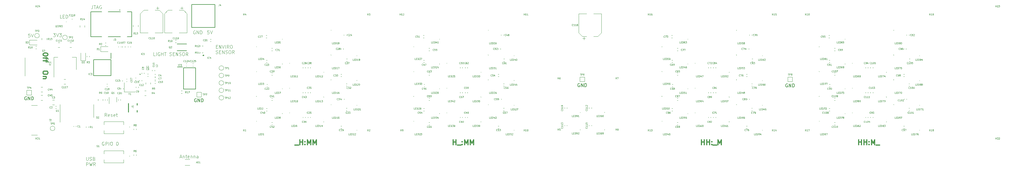
<source format=gbr>
%TF.GenerationSoftware,KiCad,Pcbnew,(6.0.0)*%
%TF.CreationDate,2023-01-06T22:04:12+00:00*%
%TF.ProjectId,masa,6d617361-2e6b-4696-9361-645f70636258,A*%
%TF.SameCoordinates,Original*%
%TF.FileFunction,Legend,Top*%
%TF.FilePolarity,Positive*%
%FSLAX46Y46*%
G04 Gerber Fmt 4.6, Leading zero omitted, Abs format (unit mm)*
G04 Created by KiCad (PCBNEW (6.0.0)) date 2023-01-06 22:04:12*
%MOMM*%
%LPD*%
G01*
G04 APERTURE LIST*
%ADD10C,0.100000*%
%ADD11C,0.300000*%
%ADD12C,0.150000*%
%ADD13C,0.035000*%
%ADD14C,0.120000*%
%ADD15C,0.200000*%
%ADD16C,0.254000*%
%ADD17C,0.250000*%
G04 APERTURE END LIST*
D10*
X105533333Y-116252380D02*
X105057142Y-116252380D01*
X105057142Y-115252380D01*
X105866666Y-116252380D02*
X105866666Y-115252380D01*
X106866666Y-115300000D02*
X106771428Y-115252380D01*
X106628571Y-115252380D01*
X106485714Y-115300000D01*
X106390476Y-115395238D01*
X106342857Y-115490476D01*
X106295238Y-115680952D01*
X106295238Y-115823809D01*
X106342857Y-116014285D01*
X106390476Y-116109523D01*
X106485714Y-116204761D01*
X106628571Y-116252380D01*
X106723809Y-116252380D01*
X106866666Y-116204761D01*
X106914285Y-116157142D01*
X106914285Y-115823809D01*
X106723809Y-115823809D01*
X107342857Y-116252380D02*
X107342857Y-115252380D01*
X107342857Y-115728571D02*
X107914285Y-115728571D01*
X107914285Y-116252380D02*
X107914285Y-115252380D01*
X108247619Y-115252380D02*
X108819047Y-115252380D01*
X108533333Y-116252380D02*
X108533333Y-115252380D01*
X109866666Y-116204761D02*
X110009523Y-116252380D01*
X110247619Y-116252380D01*
X110342857Y-116204761D01*
X110390476Y-116157142D01*
X110438095Y-116061904D01*
X110438095Y-115966666D01*
X110390476Y-115871428D01*
X110342857Y-115823809D01*
X110247619Y-115776190D01*
X110057142Y-115728571D01*
X109961904Y-115680952D01*
X109914285Y-115633333D01*
X109866666Y-115538095D01*
X109866666Y-115442857D01*
X109914285Y-115347619D01*
X109961904Y-115300000D01*
X110057142Y-115252380D01*
X110295238Y-115252380D01*
X110438095Y-115300000D01*
X110866666Y-115728571D02*
X111200000Y-115728571D01*
X111342857Y-116252380D02*
X110866666Y-116252380D01*
X110866666Y-115252380D01*
X111342857Y-115252380D01*
X111771428Y-116252380D02*
X111771428Y-115252380D01*
X112342857Y-116252380D01*
X112342857Y-115252380D01*
X112771428Y-116204761D02*
X112914285Y-116252380D01*
X113152380Y-116252380D01*
X113247619Y-116204761D01*
X113295238Y-116157142D01*
X113342857Y-116061904D01*
X113342857Y-115966666D01*
X113295238Y-115871428D01*
X113247619Y-115823809D01*
X113152380Y-115776190D01*
X112961904Y-115728571D01*
X112866666Y-115680952D01*
X112819047Y-115633333D01*
X112771428Y-115538095D01*
X112771428Y-115442857D01*
X112819047Y-115347619D01*
X112866666Y-115300000D01*
X112961904Y-115252380D01*
X113200000Y-115252380D01*
X113342857Y-115300000D01*
X113961904Y-115252380D02*
X114152380Y-115252380D01*
X114247619Y-115300000D01*
X114342857Y-115395238D01*
X114390476Y-115585714D01*
X114390476Y-115919047D01*
X114342857Y-116109523D01*
X114247619Y-116204761D01*
X114152380Y-116252380D01*
X113961904Y-116252380D01*
X113866666Y-116204761D01*
X113771428Y-116109523D01*
X113723809Y-115919047D01*
X113723809Y-115585714D01*
X113771428Y-115395238D01*
X113866666Y-115300000D01*
X113961904Y-115252380D01*
X115390476Y-116252380D02*
X115057142Y-115776190D01*
X114819047Y-116252380D02*
X114819047Y-115252380D01*
X115200000Y-115252380D01*
X115295238Y-115300000D01*
X115342857Y-115347619D01*
X115390476Y-115442857D01*
X115390476Y-115585714D01*
X115342857Y-115680952D01*
X115295238Y-115728571D01*
X115200000Y-115776190D01*
X114819047Y-115776190D01*
X123903095Y-113523571D02*
X124236428Y-113523571D01*
X124379285Y-114047380D02*
X123903095Y-114047380D01*
X123903095Y-113047380D01*
X124379285Y-113047380D01*
X124807857Y-114047380D02*
X124807857Y-113047380D01*
X125379285Y-114047380D01*
X125379285Y-113047380D01*
X125712619Y-113047380D02*
X126045952Y-114047380D01*
X126379285Y-113047380D01*
X126712619Y-114047380D02*
X126712619Y-113047380D01*
X127760238Y-114047380D02*
X127426904Y-113571190D01*
X127188809Y-114047380D02*
X127188809Y-113047380D01*
X127569761Y-113047380D01*
X127665000Y-113095000D01*
X127712619Y-113142619D01*
X127760238Y-113237857D01*
X127760238Y-113380714D01*
X127712619Y-113475952D01*
X127665000Y-113523571D01*
X127569761Y-113571190D01*
X127188809Y-113571190D01*
X128379285Y-113047380D02*
X128569761Y-113047380D01*
X128665000Y-113095000D01*
X128760238Y-113190238D01*
X128807857Y-113380714D01*
X128807857Y-113714047D01*
X128760238Y-113904523D01*
X128665000Y-113999761D01*
X128569761Y-114047380D01*
X128379285Y-114047380D01*
X128284047Y-113999761D01*
X128188809Y-113904523D01*
X128141190Y-113714047D01*
X128141190Y-113380714D01*
X128188809Y-113190238D01*
X128284047Y-113095000D01*
X128379285Y-113047380D01*
X123855476Y-115609761D02*
X123998333Y-115657380D01*
X124236428Y-115657380D01*
X124331666Y-115609761D01*
X124379285Y-115562142D01*
X124426904Y-115466904D01*
X124426904Y-115371666D01*
X124379285Y-115276428D01*
X124331666Y-115228809D01*
X124236428Y-115181190D01*
X124045952Y-115133571D01*
X123950714Y-115085952D01*
X123903095Y-115038333D01*
X123855476Y-114943095D01*
X123855476Y-114847857D01*
X123903095Y-114752619D01*
X123950714Y-114705000D01*
X124045952Y-114657380D01*
X124284047Y-114657380D01*
X124426904Y-114705000D01*
X124855476Y-115133571D02*
X125188809Y-115133571D01*
X125331666Y-115657380D02*
X124855476Y-115657380D01*
X124855476Y-114657380D01*
X125331666Y-114657380D01*
X125760238Y-115657380D02*
X125760238Y-114657380D01*
X126331666Y-115657380D01*
X126331666Y-114657380D01*
X126760238Y-115609761D02*
X126903095Y-115657380D01*
X127141190Y-115657380D01*
X127236428Y-115609761D01*
X127284047Y-115562142D01*
X127331666Y-115466904D01*
X127331666Y-115371666D01*
X127284047Y-115276428D01*
X127236428Y-115228809D01*
X127141190Y-115181190D01*
X126950714Y-115133571D01*
X126855476Y-115085952D01*
X126807857Y-115038333D01*
X126760238Y-114943095D01*
X126760238Y-114847857D01*
X126807857Y-114752619D01*
X126855476Y-114705000D01*
X126950714Y-114657380D01*
X127188809Y-114657380D01*
X127331666Y-114705000D01*
X127950714Y-114657380D02*
X128141190Y-114657380D01*
X128236428Y-114705000D01*
X128331666Y-114800238D01*
X128379285Y-114990714D01*
X128379285Y-115324047D01*
X128331666Y-115514523D01*
X128236428Y-115609761D01*
X128141190Y-115657380D01*
X127950714Y-115657380D01*
X127855476Y-115609761D01*
X127760238Y-115514523D01*
X127712619Y-115324047D01*
X127712619Y-114990714D01*
X127760238Y-114800238D01*
X127855476Y-114705000D01*
X127950714Y-114657380D01*
X129379285Y-115657380D02*
X129045952Y-115181190D01*
X128807857Y-115657380D02*
X128807857Y-114657380D01*
X129188809Y-114657380D01*
X129284047Y-114705000D01*
X129331666Y-114752619D01*
X129379285Y-114847857D01*
X129379285Y-114990714D01*
X129331666Y-115085952D01*
X129284047Y-115133571D01*
X129188809Y-115181190D01*
X128807857Y-115181190D01*
X90874523Y-134652380D02*
X90541190Y-134176190D01*
X90303095Y-134652380D02*
X90303095Y-133652380D01*
X90684047Y-133652380D01*
X90779285Y-133700000D01*
X90826904Y-133747619D01*
X90874523Y-133842857D01*
X90874523Y-133985714D01*
X90826904Y-134080952D01*
X90779285Y-134128571D01*
X90684047Y-134176190D01*
X90303095Y-134176190D01*
X91684047Y-134604761D02*
X91588809Y-134652380D01*
X91398333Y-134652380D01*
X91303095Y-134604761D01*
X91255476Y-134509523D01*
X91255476Y-134128571D01*
X91303095Y-134033333D01*
X91398333Y-133985714D01*
X91588809Y-133985714D01*
X91684047Y-134033333D01*
X91731666Y-134128571D01*
X91731666Y-134223809D01*
X91255476Y-134319047D01*
X92112619Y-134604761D02*
X92207857Y-134652380D01*
X92398333Y-134652380D01*
X92493571Y-134604761D01*
X92541190Y-134509523D01*
X92541190Y-134461904D01*
X92493571Y-134366666D01*
X92398333Y-134319047D01*
X92255476Y-134319047D01*
X92160238Y-134271428D01*
X92112619Y-134176190D01*
X92112619Y-134128571D01*
X92160238Y-134033333D01*
X92255476Y-133985714D01*
X92398333Y-133985714D01*
X92493571Y-134033333D01*
X93350714Y-134604761D02*
X93255476Y-134652380D01*
X93065000Y-134652380D01*
X92969761Y-134604761D01*
X92922142Y-134509523D01*
X92922142Y-134128571D01*
X92969761Y-134033333D01*
X93065000Y-133985714D01*
X93255476Y-133985714D01*
X93350714Y-134033333D01*
X93398333Y-134128571D01*
X93398333Y-134223809D01*
X92922142Y-134319047D01*
X93684047Y-133985714D02*
X94065000Y-133985714D01*
X93826904Y-133652380D02*
X93826904Y-134509523D01*
X93874523Y-134604761D01*
X93969761Y-134652380D01*
X94065000Y-134652380D01*
D11*
X270552142Y-143178571D02*
X270552142Y-141678571D01*
X270552142Y-142392857D02*
X271409285Y-142392857D01*
X271409285Y-143178571D02*
X271409285Y-141678571D01*
X272123571Y-143178571D02*
X272123571Y-141678571D01*
X272123571Y-142392857D02*
X272980714Y-142392857D01*
X272980714Y-143178571D02*
X272980714Y-141678571D01*
X273695000Y-143035714D02*
X273766428Y-143107142D01*
X273695000Y-143178571D01*
X273623571Y-143107142D01*
X273695000Y-143035714D01*
X273695000Y-143178571D01*
X273695000Y-142250000D02*
X273766428Y-142321428D01*
X273695000Y-142392857D01*
X273623571Y-142321428D01*
X273695000Y-142250000D01*
X273695000Y-142392857D01*
X274052142Y-143321428D02*
X275195000Y-143321428D01*
X275552142Y-143178571D02*
X275552142Y-141678571D01*
X276052142Y-142750000D01*
X276552142Y-141678571D01*
X276552142Y-143178571D01*
D10*
X113005476Y-146916666D02*
X113481666Y-146916666D01*
X112910238Y-147202380D02*
X113243571Y-146202380D01*
X113576904Y-147202380D01*
X113910238Y-146535714D02*
X113910238Y-147202380D01*
X113910238Y-146630952D02*
X113957857Y-146583333D01*
X114053095Y-146535714D01*
X114195952Y-146535714D01*
X114291190Y-146583333D01*
X114338809Y-146678571D01*
X114338809Y-147202380D01*
X114672142Y-146535714D02*
X115053095Y-146535714D01*
X114815000Y-146202380D02*
X114815000Y-147059523D01*
X114862619Y-147154761D01*
X114957857Y-147202380D01*
X115053095Y-147202380D01*
X115767380Y-147154761D02*
X115672142Y-147202380D01*
X115481666Y-147202380D01*
X115386428Y-147154761D01*
X115338809Y-147059523D01*
X115338809Y-146678571D01*
X115386428Y-146583333D01*
X115481666Y-146535714D01*
X115672142Y-146535714D01*
X115767380Y-146583333D01*
X115815000Y-146678571D01*
X115815000Y-146773809D01*
X115338809Y-146869047D01*
X116243571Y-146535714D02*
X116243571Y-147202380D01*
X116243571Y-146630952D02*
X116291190Y-146583333D01*
X116386428Y-146535714D01*
X116529285Y-146535714D01*
X116624523Y-146583333D01*
X116672142Y-146678571D01*
X116672142Y-147202380D01*
X117148333Y-146535714D02*
X117148333Y-147202380D01*
X117148333Y-146630952D02*
X117195952Y-146583333D01*
X117291190Y-146535714D01*
X117434047Y-146535714D01*
X117529285Y-146583333D01*
X117576904Y-146678571D01*
X117576904Y-147202380D01*
X118481666Y-147202380D02*
X118481666Y-146678571D01*
X118434047Y-146583333D01*
X118338809Y-146535714D01*
X118148333Y-146535714D01*
X118053095Y-146583333D01*
X118481666Y-147154761D02*
X118386428Y-147202380D01*
X118148333Y-147202380D01*
X118053095Y-147154761D01*
X118005476Y-147059523D01*
X118005476Y-146964285D01*
X118053095Y-146869047D01*
X118148333Y-146821428D01*
X118386428Y-146821428D01*
X118481666Y-146773809D01*
X67679285Y-109652380D02*
X67203095Y-109652380D01*
X67155476Y-110128571D01*
X67203095Y-110080952D01*
X67298333Y-110033333D01*
X67536428Y-110033333D01*
X67631666Y-110080952D01*
X67679285Y-110128571D01*
X67726904Y-110223809D01*
X67726904Y-110461904D01*
X67679285Y-110557142D01*
X67631666Y-110604761D01*
X67536428Y-110652380D01*
X67298333Y-110652380D01*
X67203095Y-110604761D01*
X67155476Y-110557142D01*
X68012619Y-109652380D02*
X68345952Y-110652380D01*
X68679285Y-109652380D01*
X121779285Y-108702380D02*
X121303095Y-108702380D01*
X121255476Y-109178571D01*
X121303095Y-109130952D01*
X121398333Y-109083333D01*
X121636428Y-109083333D01*
X121731666Y-109130952D01*
X121779285Y-109178571D01*
X121826904Y-109273809D01*
X121826904Y-109511904D01*
X121779285Y-109607142D01*
X121731666Y-109654761D01*
X121636428Y-109702380D01*
X121398333Y-109702380D01*
X121303095Y-109654761D01*
X121255476Y-109607142D01*
X122112619Y-108702380D02*
X122445952Y-109702380D01*
X122779285Y-108702380D01*
D12*
X66638095Y-128700000D02*
X66542857Y-128652380D01*
X66400000Y-128652380D01*
X66257142Y-128700000D01*
X66161904Y-128795238D01*
X66114285Y-128890476D01*
X66066666Y-129080952D01*
X66066666Y-129223809D01*
X66114285Y-129414285D01*
X66161904Y-129509523D01*
X66257142Y-129604761D01*
X66400000Y-129652380D01*
X66495238Y-129652380D01*
X66638095Y-129604761D01*
X66685714Y-129557142D01*
X66685714Y-129223809D01*
X66495238Y-129223809D01*
X67114285Y-129652380D02*
X67114285Y-128652380D01*
X67685714Y-129652380D01*
X67685714Y-128652380D01*
X68161904Y-129652380D02*
X68161904Y-128652380D01*
X68400000Y-128652380D01*
X68542857Y-128700000D01*
X68638095Y-128795238D01*
X68685714Y-128890476D01*
X68733333Y-129080952D01*
X68733333Y-129223809D01*
X68685714Y-129414285D01*
X68638095Y-129509523D01*
X68542857Y-129604761D01*
X68400000Y-129652380D01*
X68161904Y-129652380D01*
X233738095Y-124700000D02*
X233642857Y-124652380D01*
X233500000Y-124652380D01*
X233357142Y-124700000D01*
X233261904Y-124795238D01*
X233214285Y-124890476D01*
X233166666Y-125080952D01*
X233166666Y-125223809D01*
X233214285Y-125414285D01*
X233261904Y-125509523D01*
X233357142Y-125604761D01*
X233500000Y-125652380D01*
X233595238Y-125652380D01*
X233738095Y-125604761D01*
X233785714Y-125557142D01*
X233785714Y-125223809D01*
X233595238Y-125223809D01*
X234214285Y-125652380D02*
X234214285Y-124652380D01*
X234785714Y-125652380D01*
X234785714Y-124652380D01*
X235261904Y-125652380D02*
X235261904Y-124652380D01*
X235500000Y-124652380D01*
X235642857Y-124700000D01*
X235738095Y-124795238D01*
X235785714Y-124890476D01*
X235833333Y-125080952D01*
X235833333Y-125223809D01*
X235785714Y-125414285D01*
X235738095Y-125509523D01*
X235642857Y-125604761D01*
X235500000Y-125652380D01*
X235261904Y-125652380D01*
D11*
X147695000Y-143321428D02*
X148837857Y-143321428D01*
X149195000Y-143178571D02*
X149195000Y-141678571D01*
X149195000Y-142392857D02*
X150052142Y-142392857D01*
X150052142Y-143178571D02*
X150052142Y-141678571D01*
X150766428Y-143035714D02*
X150837857Y-143107142D01*
X150766428Y-143178571D01*
X150695000Y-143107142D01*
X150766428Y-143035714D01*
X150766428Y-143178571D01*
X150766428Y-142250000D02*
X150837857Y-142321428D01*
X150766428Y-142392857D01*
X150695000Y-142321428D01*
X150766428Y-142250000D01*
X150766428Y-142392857D01*
X151480714Y-143178571D02*
X151480714Y-141678571D01*
X151980714Y-142750000D01*
X152480714Y-141678571D01*
X152480714Y-143178571D01*
X153195000Y-143178571D02*
X153195000Y-141678571D01*
X153695000Y-142750000D01*
X154195000Y-141678571D01*
X154195000Y-143178571D01*
D10*
X77279285Y-104952380D02*
X76803095Y-104952380D01*
X76803095Y-103952380D01*
X77612619Y-104428571D02*
X77945952Y-104428571D01*
X78088809Y-104952380D02*
X77612619Y-104952380D01*
X77612619Y-103952380D01*
X78088809Y-103952380D01*
X78517380Y-104952380D02*
X78517380Y-103952380D01*
X78755476Y-103952380D01*
X78898333Y-104000000D01*
X78993571Y-104095238D01*
X79041190Y-104190476D01*
X79088809Y-104380952D01*
X79088809Y-104523809D01*
X79041190Y-104714285D01*
X78993571Y-104809523D01*
X78898333Y-104904761D01*
X78755476Y-104952380D01*
X78517380Y-104952380D01*
X84703095Y-146947380D02*
X84703095Y-147756904D01*
X84750714Y-147852142D01*
X84798333Y-147899761D01*
X84893571Y-147947380D01*
X85084047Y-147947380D01*
X85179285Y-147899761D01*
X85226904Y-147852142D01*
X85274523Y-147756904D01*
X85274523Y-146947380D01*
X85703095Y-147899761D02*
X85845952Y-147947380D01*
X86084047Y-147947380D01*
X86179285Y-147899761D01*
X86226904Y-147852142D01*
X86274523Y-147756904D01*
X86274523Y-147661666D01*
X86226904Y-147566428D01*
X86179285Y-147518809D01*
X86084047Y-147471190D01*
X85893571Y-147423571D01*
X85798333Y-147375952D01*
X85750714Y-147328333D01*
X85703095Y-147233095D01*
X85703095Y-147137857D01*
X85750714Y-147042619D01*
X85798333Y-146995000D01*
X85893571Y-146947380D01*
X86131666Y-146947380D01*
X86274523Y-146995000D01*
X87036428Y-147423571D02*
X87179285Y-147471190D01*
X87226904Y-147518809D01*
X87274523Y-147614047D01*
X87274523Y-147756904D01*
X87226904Y-147852142D01*
X87179285Y-147899761D01*
X87084047Y-147947380D01*
X86703095Y-147947380D01*
X86703095Y-146947380D01*
X87036428Y-146947380D01*
X87131666Y-146995000D01*
X87179285Y-147042619D01*
X87226904Y-147137857D01*
X87226904Y-147233095D01*
X87179285Y-147328333D01*
X87131666Y-147375952D01*
X87036428Y-147423571D01*
X86703095Y-147423571D01*
X84703095Y-149557380D02*
X84703095Y-148557380D01*
X85084047Y-148557380D01*
X85179285Y-148605000D01*
X85226904Y-148652619D01*
X85274523Y-148747857D01*
X85274523Y-148890714D01*
X85226904Y-148985952D01*
X85179285Y-149033571D01*
X85084047Y-149081190D01*
X84703095Y-149081190D01*
X85607857Y-148557380D02*
X85845952Y-149557380D01*
X86036428Y-148843095D01*
X86226904Y-149557380D01*
X86465000Y-148557380D01*
X87417380Y-149557380D02*
X87084047Y-149081190D01*
X86845952Y-149557380D02*
X86845952Y-148557380D01*
X87226904Y-148557380D01*
X87322142Y-148605000D01*
X87369761Y-148652619D01*
X87417380Y-148747857D01*
X87417380Y-148890714D01*
X87369761Y-148985952D01*
X87322142Y-149033571D01*
X87226904Y-149081190D01*
X86845952Y-149081190D01*
D11*
X73121428Y-115837857D02*
X73121428Y-115980714D01*
X73050000Y-116123571D01*
X72978571Y-116195000D01*
X72835714Y-116266428D01*
X72550000Y-116337857D01*
X72192857Y-116337857D01*
X71907142Y-116266428D01*
X71764285Y-116195000D01*
X71692857Y-116123571D01*
X71621428Y-115980714D01*
X71621428Y-115837857D01*
X71692857Y-115695000D01*
X71764285Y-115623571D01*
X71907142Y-115552142D01*
X72192857Y-115480714D01*
X72550000Y-115480714D01*
X72835714Y-115552142D01*
X72978571Y-115623571D01*
X73050000Y-115695000D01*
X73121428Y-115837857D01*
X72621428Y-116766428D02*
X72621428Y-117337857D01*
X71621428Y-116980714D02*
X72907142Y-116980714D01*
X73050000Y-117052142D01*
X73121428Y-117195000D01*
X73121428Y-117337857D01*
X72621428Y-117623571D02*
X72621428Y-118195000D01*
X71621428Y-117837857D02*
X72907142Y-117837857D01*
X73050000Y-117909285D01*
X73121428Y-118052142D01*
X73121428Y-118195000D01*
X73121428Y-121266428D02*
X73121428Y-121552142D01*
X73050000Y-121695000D01*
X72907142Y-121837857D01*
X72621428Y-121909285D01*
X72121428Y-121909285D01*
X71835714Y-121837857D01*
X71692857Y-121695000D01*
X71621428Y-121552142D01*
X71621428Y-121266428D01*
X71692857Y-121123571D01*
X71835714Y-120980714D01*
X72121428Y-120909285D01*
X72621428Y-120909285D01*
X72907142Y-120980714D01*
X73050000Y-121123571D01*
X73121428Y-121266428D01*
X72621428Y-122552142D02*
X71621428Y-122552142D01*
X72478571Y-122552142D02*
X72550000Y-122623571D01*
X72621428Y-122766428D01*
X72621428Y-122980714D01*
X72550000Y-123123571D01*
X72407142Y-123195000D01*
X71621428Y-123195000D01*
X195552142Y-143178571D02*
X195552142Y-141678571D01*
X195552142Y-142392857D02*
X196409285Y-142392857D01*
X196409285Y-143178571D02*
X196409285Y-141678571D01*
X196766428Y-143321428D02*
X197909285Y-143321428D01*
X198266428Y-143035714D02*
X198337857Y-143107142D01*
X198266428Y-143178571D01*
X198195000Y-143107142D01*
X198266428Y-143035714D01*
X198266428Y-143178571D01*
X198266428Y-142250000D02*
X198337857Y-142321428D01*
X198266428Y-142392857D01*
X198195000Y-142321428D01*
X198266428Y-142250000D01*
X198266428Y-142392857D01*
X198980714Y-143178571D02*
X198980714Y-141678571D01*
X199480714Y-142750000D01*
X199980714Y-141678571D01*
X199980714Y-143178571D01*
X200695000Y-143178571D02*
X200695000Y-141678571D01*
X201195000Y-142750000D01*
X201695000Y-141678571D01*
X201695000Y-143178571D01*
D12*
X296538095Y-124800000D02*
X296442857Y-124752380D01*
X296300000Y-124752380D01*
X296157142Y-124800000D01*
X296061904Y-124895238D01*
X296014285Y-124990476D01*
X295966666Y-125180952D01*
X295966666Y-125323809D01*
X296014285Y-125514285D01*
X296061904Y-125609523D01*
X296157142Y-125704761D01*
X296300000Y-125752380D01*
X296395238Y-125752380D01*
X296538095Y-125704761D01*
X296585714Y-125657142D01*
X296585714Y-125323809D01*
X296395238Y-125323809D01*
X297014285Y-125752380D02*
X297014285Y-124752380D01*
X297585714Y-125752380D01*
X297585714Y-124752380D01*
X298061904Y-125752380D02*
X298061904Y-124752380D01*
X298300000Y-124752380D01*
X298442857Y-124800000D01*
X298538095Y-124895238D01*
X298585714Y-124990476D01*
X298633333Y-125180952D01*
X298633333Y-125323809D01*
X298585714Y-125514285D01*
X298538095Y-125609523D01*
X298442857Y-125704761D01*
X298300000Y-125752380D01*
X298061904Y-125752380D01*
D10*
X74707857Y-109552380D02*
X75326904Y-109552380D01*
X74993571Y-109933333D01*
X75136428Y-109933333D01*
X75231666Y-109980952D01*
X75279285Y-110028571D01*
X75326904Y-110123809D01*
X75326904Y-110361904D01*
X75279285Y-110457142D01*
X75231666Y-110504761D01*
X75136428Y-110552380D01*
X74850714Y-110552380D01*
X74755476Y-110504761D01*
X74707857Y-110457142D01*
X75612619Y-109552380D02*
X75945952Y-110552380D01*
X76279285Y-109552380D01*
X76517380Y-109552380D02*
X77136428Y-109552380D01*
X76803095Y-109933333D01*
X76945952Y-109933333D01*
X77041190Y-109980952D01*
X77088809Y-110028571D01*
X77136428Y-110123809D01*
X77136428Y-110361904D01*
X77088809Y-110457142D01*
X77041190Y-110504761D01*
X76945952Y-110552380D01*
X76660238Y-110552380D01*
X76565000Y-110504761D01*
X76517380Y-110457142D01*
X86588809Y-101052380D02*
X86588809Y-101766666D01*
X86541190Y-101909523D01*
X86445952Y-102004761D01*
X86303095Y-102052380D01*
X86207857Y-102052380D01*
X86922142Y-101052380D02*
X87493571Y-101052380D01*
X87207857Y-102052380D02*
X87207857Y-101052380D01*
X87779285Y-101766666D02*
X88255476Y-101766666D01*
X87684047Y-102052380D02*
X88017380Y-101052380D01*
X88350714Y-102052380D01*
X89207857Y-101100000D02*
X89112619Y-101052380D01*
X88969761Y-101052380D01*
X88826904Y-101100000D01*
X88731666Y-101195238D01*
X88684047Y-101290476D01*
X88636428Y-101480952D01*
X88636428Y-101623809D01*
X88684047Y-101814285D01*
X88731666Y-101909523D01*
X88826904Y-102004761D01*
X88969761Y-102052380D01*
X89065000Y-102052380D01*
X89207857Y-102004761D01*
X89255476Y-101957142D01*
X89255476Y-101623809D01*
X89065000Y-101623809D01*
D12*
X117938095Y-129300000D02*
X117842857Y-129252380D01*
X117700000Y-129252380D01*
X117557142Y-129300000D01*
X117461904Y-129395238D01*
X117414285Y-129490476D01*
X117366666Y-129680952D01*
X117366666Y-129823809D01*
X117414285Y-130014285D01*
X117461904Y-130109523D01*
X117557142Y-130204761D01*
X117700000Y-130252380D01*
X117795238Y-130252380D01*
X117938095Y-130204761D01*
X117985714Y-130157142D01*
X117985714Y-129823809D01*
X117795238Y-129823809D01*
X118414285Y-130252380D02*
X118414285Y-129252380D01*
X118985714Y-130252380D01*
X118985714Y-129252380D01*
X119461904Y-130252380D02*
X119461904Y-129252380D01*
X119700000Y-129252380D01*
X119842857Y-129300000D01*
X119938095Y-129395238D01*
X119985714Y-129490476D01*
X120033333Y-129680952D01*
X120033333Y-129823809D01*
X119985714Y-130014285D01*
X119938095Y-130109523D01*
X119842857Y-130204761D01*
X119700000Y-130252380D01*
X119461904Y-130252380D01*
D11*
X318052142Y-143178571D02*
X318052142Y-141678571D01*
X318052142Y-142392857D02*
X318909285Y-142392857D01*
X318909285Y-143178571D02*
X318909285Y-141678571D01*
X319623571Y-143178571D02*
X319623571Y-141678571D01*
X319623571Y-142392857D02*
X320480714Y-142392857D01*
X320480714Y-143178571D02*
X320480714Y-141678571D01*
X321195000Y-143035714D02*
X321266428Y-143107142D01*
X321195000Y-143178571D01*
X321123571Y-143107142D01*
X321195000Y-143035714D01*
X321195000Y-143178571D01*
X321195000Y-142250000D02*
X321266428Y-142321428D01*
X321195000Y-142392857D01*
X321123571Y-142321428D01*
X321195000Y-142250000D01*
X321195000Y-142392857D01*
X321909285Y-143178571D02*
X321909285Y-141678571D01*
X322409285Y-142750000D01*
X322909285Y-141678571D01*
X322909285Y-143178571D01*
X323266428Y-143321428D02*
X324409285Y-143321428D01*
D10*
X117576904Y-108750000D02*
X117481666Y-108702380D01*
X117338809Y-108702380D01*
X117195952Y-108750000D01*
X117100714Y-108845238D01*
X117053095Y-108940476D01*
X117005476Y-109130952D01*
X117005476Y-109273809D01*
X117053095Y-109464285D01*
X117100714Y-109559523D01*
X117195952Y-109654761D01*
X117338809Y-109702380D01*
X117434047Y-109702380D01*
X117576904Y-109654761D01*
X117624523Y-109607142D01*
X117624523Y-109273809D01*
X117434047Y-109273809D01*
X118053095Y-109702380D02*
X118053095Y-108702380D01*
X118624523Y-109702380D01*
X118624523Y-108702380D01*
X119100714Y-109702380D02*
X119100714Y-108702380D01*
X119338809Y-108702380D01*
X119481666Y-108750000D01*
X119576904Y-108845238D01*
X119624523Y-108940476D01*
X119672142Y-109130952D01*
X119672142Y-109273809D01*
X119624523Y-109464285D01*
X119576904Y-109559523D01*
X119481666Y-109654761D01*
X119338809Y-109702380D01*
X119100714Y-109702380D01*
X90026904Y-142400000D02*
X89931666Y-142352380D01*
X89788809Y-142352380D01*
X89645952Y-142400000D01*
X89550714Y-142495238D01*
X89503095Y-142590476D01*
X89455476Y-142780952D01*
X89455476Y-142923809D01*
X89503095Y-143114285D01*
X89550714Y-143209523D01*
X89645952Y-143304761D01*
X89788809Y-143352380D01*
X89884047Y-143352380D01*
X90026904Y-143304761D01*
X90074523Y-143257142D01*
X90074523Y-142923809D01*
X89884047Y-142923809D01*
X90503095Y-143352380D02*
X90503095Y-142352380D01*
X90884047Y-142352380D01*
X90979285Y-142400000D01*
X91026904Y-142447619D01*
X91074523Y-142542857D01*
X91074523Y-142685714D01*
X91026904Y-142780952D01*
X90979285Y-142828571D01*
X90884047Y-142876190D01*
X90503095Y-142876190D01*
X91503095Y-143352380D02*
X91503095Y-142352380D01*
X92169761Y-142352380D02*
X92360238Y-142352380D01*
X92455476Y-142400000D01*
X92550714Y-142495238D01*
X92598333Y-142685714D01*
X92598333Y-143019047D01*
X92550714Y-143209523D01*
X92455476Y-143304761D01*
X92360238Y-143352380D01*
X92169761Y-143352380D01*
X92074523Y-143304761D01*
X91979285Y-143209523D01*
X91931666Y-143019047D01*
X91931666Y-142685714D01*
X91979285Y-142495238D01*
X92074523Y-142400000D01*
X92169761Y-142352380D01*
X93979285Y-142352380D02*
X94074523Y-142352380D01*
X94169761Y-142400000D01*
X94217380Y-142447619D01*
X94265000Y-142542857D01*
X94312619Y-142733333D01*
X94312619Y-142971428D01*
X94265000Y-143161904D01*
X94217380Y-143257142D01*
X94169761Y-143304761D01*
X94074523Y-143352380D01*
X93979285Y-143352380D01*
X93884047Y-143304761D01*
X93836428Y-143257142D01*
X93788809Y-143161904D01*
X93741190Y-142971428D01*
X93741190Y-142733333D01*
X93788809Y-142542857D01*
X93836428Y-142447619D01*
X93884047Y-142400000D01*
X93979285Y-142352380D01*
D13*
%TO.C,C52*%
X207928571Y-114378571D02*
X207904761Y-114402380D01*
X207833333Y-114426190D01*
X207785714Y-114426190D01*
X207714285Y-114402380D01*
X207666666Y-114354761D01*
X207642857Y-114307142D01*
X207619047Y-114211904D01*
X207619047Y-114140476D01*
X207642857Y-114045238D01*
X207666666Y-113997619D01*
X207714285Y-113950000D01*
X207785714Y-113926190D01*
X207833333Y-113926190D01*
X207904761Y-113950000D01*
X207928571Y-113973809D01*
X208380952Y-113926190D02*
X208142857Y-113926190D01*
X208119047Y-114164285D01*
X208142857Y-114140476D01*
X208190476Y-114116666D01*
X208309523Y-114116666D01*
X208357142Y-114140476D01*
X208380952Y-114164285D01*
X208404761Y-114211904D01*
X208404761Y-114330952D01*
X208380952Y-114378571D01*
X208357142Y-114402380D01*
X208309523Y-114426190D01*
X208190476Y-114426190D01*
X208142857Y-114402380D01*
X208119047Y-114378571D01*
X208595238Y-113973809D02*
X208619047Y-113950000D01*
X208666666Y-113926190D01*
X208785714Y-113926190D01*
X208833333Y-113950000D01*
X208857142Y-113973809D01*
X208880952Y-114021428D01*
X208880952Y-114069047D01*
X208857142Y-114140476D01*
X208571428Y-114426190D01*
X208880952Y-114426190D01*
%TO.C,C57*%
X210928571Y-133678571D02*
X210904761Y-133702380D01*
X210833333Y-133726190D01*
X210785714Y-133726190D01*
X210714285Y-133702380D01*
X210666666Y-133654761D01*
X210642857Y-133607142D01*
X210619047Y-133511904D01*
X210619047Y-133440476D01*
X210642857Y-133345238D01*
X210666666Y-133297619D01*
X210714285Y-133250000D01*
X210785714Y-133226190D01*
X210833333Y-133226190D01*
X210904761Y-133250000D01*
X210928571Y-133273809D01*
X211380952Y-133226190D02*
X211142857Y-133226190D01*
X211119047Y-133464285D01*
X211142857Y-133440476D01*
X211190476Y-133416666D01*
X211309523Y-133416666D01*
X211357142Y-133440476D01*
X211380952Y-133464285D01*
X211404761Y-133511904D01*
X211404761Y-133630952D01*
X211380952Y-133678571D01*
X211357142Y-133702380D01*
X211309523Y-133726190D01*
X211190476Y-133726190D01*
X211142857Y-133702380D01*
X211119047Y-133678571D01*
X211571428Y-133226190D02*
X211904761Y-133226190D01*
X211690476Y-133726190D01*
%TO.C,R13*%
X99278571Y-109726190D02*
X99111904Y-109488095D01*
X98992857Y-109726190D02*
X98992857Y-109226190D01*
X99183333Y-109226190D01*
X99230952Y-109250000D01*
X99254761Y-109273809D01*
X99278571Y-109321428D01*
X99278571Y-109392857D01*
X99254761Y-109440476D01*
X99230952Y-109464285D01*
X99183333Y-109488095D01*
X98992857Y-109488095D01*
X99754761Y-109726190D02*
X99469047Y-109726190D01*
X99611904Y-109726190D02*
X99611904Y-109226190D01*
X99564285Y-109297619D01*
X99516666Y-109345238D01*
X99469047Y-109369047D01*
X99921428Y-109226190D02*
X100230952Y-109226190D01*
X100064285Y-109416666D01*
X100135714Y-109416666D01*
X100183333Y-109440476D01*
X100207142Y-109464285D01*
X100230952Y-109511904D01*
X100230952Y-109630952D01*
X100207142Y-109678571D01*
X100183333Y-109702380D01*
X100135714Y-109726190D01*
X99992857Y-109726190D01*
X99945238Y-109702380D01*
X99921428Y-109678571D01*
%TO.C,IC2*%
X73976190Y-119088095D02*
X73476190Y-119088095D01*
X73928571Y-118564285D02*
X73952380Y-118588095D01*
X73976190Y-118659523D01*
X73976190Y-118707142D01*
X73952380Y-118778571D01*
X73904761Y-118826190D01*
X73857142Y-118850000D01*
X73761904Y-118873809D01*
X73690476Y-118873809D01*
X73595238Y-118850000D01*
X73547619Y-118826190D01*
X73500000Y-118778571D01*
X73476190Y-118707142D01*
X73476190Y-118659523D01*
X73500000Y-118588095D01*
X73523809Y-118564285D01*
X73523809Y-118373809D02*
X73500000Y-118350000D01*
X73476190Y-118302380D01*
X73476190Y-118183333D01*
X73500000Y-118135714D01*
X73523809Y-118111904D01*
X73571428Y-118088095D01*
X73619047Y-118088095D01*
X73690476Y-118111904D01*
X73976190Y-118397619D01*
X73976190Y-118088095D01*
%TO.C,C100*%
X333440476Y-126178571D02*
X333416666Y-126202380D01*
X333345238Y-126226190D01*
X333297619Y-126226190D01*
X333226190Y-126202380D01*
X333178571Y-126154761D01*
X333154761Y-126107142D01*
X333130952Y-126011904D01*
X333130952Y-125940476D01*
X333154761Y-125845238D01*
X333178571Y-125797619D01*
X333226190Y-125750000D01*
X333297619Y-125726190D01*
X333345238Y-125726190D01*
X333416666Y-125750000D01*
X333440476Y-125773809D01*
X333916666Y-126226190D02*
X333630952Y-126226190D01*
X333773809Y-126226190D02*
X333773809Y-125726190D01*
X333726190Y-125797619D01*
X333678571Y-125845238D01*
X333630952Y-125869047D01*
X334226190Y-125726190D02*
X334273809Y-125726190D01*
X334321428Y-125750000D01*
X334345238Y-125773809D01*
X334369047Y-125821428D01*
X334392857Y-125916666D01*
X334392857Y-126035714D01*
X334369047Y-126130952D01*
X334345238Y-126178571D01*
X334321428Y-126202380D01*
X334273809Y-126226190D01*
X334226190Y-126226190D01*
X334178571Y-126202380D01*
X334154761Y-126178571D01*
X334130952Y-126130952D01*
X334107142Y-126035714D01*
X334107142Y-125916666D01*
X334130952Y-125821428D01*
X334154761Y-125773809D01*
X334178571Y-125750000D01*
X334226190Y-125726190D01*
X334702380Y-125726190D02*
X334750000Y-125726190D01*
X334797619Y-125750000D01*
X334821428Y-125773809D01*
X334845238Y-125821428D01*
X334869047Y-125916666D01*
X334869047Y-126035714D01*
X334845238Y-126130952D01*
X334821428Y-126178571D01*
X334797619Y-126202380D01*
X334750000Y-126226190D01*
X334702380Y-126226190D01*
X334654761Y-126202380D01*
X334630952Y-126178571D01*
X334607142Y-126130952D01*
X334583333Y-126035714D01*
X334583333Y-125916666D01*
X334607142Y-125821428D01*
X334630952Y-125773809D01*
X334654761Y-125750000D01*
X334702380Y-125726190D01*
%TO.C,C40*%
X137678571Y-133678571D02*
X137654761Y-133702380D01*
X137583333Y-133726190D01*
X137535714Y-133726190D01*
X137464285Y-133702380D01*
X137416666Y-133654761D01*
X137392857Y-133607142D01*
X137369047Y-133511904D01*
X137369047Y-133440476D01*
X137392857Y-133345238D01*
X137416666Y-133297619D01*
X137464285Y-133250000D01*
X137535714Y-133226190D01*
X137583333Y-133226190D01*
X137654761Y-133250000D01*
X137678571Y-133273809D01*
X138107142Y-133392857D02*
X138107142Y-133726190D01*
X137988095Y-133202380D02*
X137869047Y-133559523D01*
X138178571Y-133559523D01*
X138464285Y-133226190D02*
X138511904Y-133226190D01*
X138559523Y-133250000D01*
X138583333Y-133273809D01*
X138607142Y-133321428D01*
X138630952Y-133416666D01*
X138630952Y-133535714D01*
X138607142Y-133630952D01*
X138583333Y-133678571D01*
X138559523Y-133702380D01*
X138511904Y-133726190D01*
X138464285Y-133726190D01*
X138416666Y-133702380D01*
X138392857Y-133678571D01*
X138369047Y-133630952D01*
X138345238Y-133535714D01*
X138345238Y-133416666D01*
X138369047Y-133321428D01*
X138392857Y-133273809D01*
X138416666Y-133250000D01*
X138464285Y-133226190D01*
%TO.C,H19*%
X339380952Y-104026190D02*
X339380952Y-103526190D01*
X339380952Y-103764285D02*
X339666666Y-103764285D01*
X339666666Y-104026190D02*
X339666666Y-103526190D01*
X340166666Y-104026190D02*
X339880952Y-104026190D01*
X340023809Y-104026190D02*
X340023809Y-103526190D01*
X339976190Y-103597619D01*
X339928571Y-103645238D01*
X339880952Y-103669047D01*
X340404761Y-104026190D02*
X340500000Y-104026190D01*
X340547619Y-104002380D01*
X340571428Y-103978571D01*
X340619047Y-103907142D01*
X340642857Y-103811904D01*
X340642857Y-103621428D01*
X340619047Y-103573809D01*
X340595238Y-103550000D01*
X340547619Y-103526190D01*
X340452380Y-103526190D01*
X340404761Y-103550000D01*
X340380952Y-103573809D01*
X340357142Y-103621428D01*
X340357142Y-103740476D01*
X340380952Y-103788095D01*
X340404761Y-103811904D01*
X340452380Y-103835714D01*
X340547619Y-103835714D01*
X340595238Y-103811904D01*
X340619047Y-103788095D01*
X340642857Y-103740476D01*
%TO.C,LED86*%
X316702380Y-130226190D02*
X316464285Y-130226190D01*
X316464285Y-129726190D01*
X316869047Y-129964285D02*
X317035714Y-129964285D01*
X317107142Y-130226190D02*
X316869047Y-130226190D01*
X316869047Y-129726190D01*
X317107142Y-129726190D01*
X317321428Y-130226190D02*
X317321428Y-129726190D01*
X317440476Y-129726190D01*
X317511904Y-129750000D01*
X317559523Y-129797619D01*
X317583333Y-129845238D01*
X317607142Y-129940476D01*
X317607142Y-130011904D01*
X317583333Y-130107142D01*
X317559523Y-130154761D01*
X317511904Y-130202380D01*
X317440476Y-130226190D01*
X317321428Y-130226190D01*
X317892857Y-129940476D02*
X317845238Y-129916666D01*
X317821428Y-129892857D01*
X317797619Y-129845238D01*
X317797619Y-129821428D01*
X317821428Y-129773809D01*
X317845238Y-129750000D01*
X317892857Y-129726190D01*
X317988095Y-129726190D01*
X318035714Y-129750000D01*
X318059523Y-129773809D01*
X318083333Y-129821428D01*
X318083333Y-129845238D01*
X318059523Y-129892857D01*
X318035714Y-129916666D01*
X317988095Y-129940476D01*
X317892857Y-129940476D01*
X317845238Y-129964285D01*
X317821428Y-129988095D01*
X317797619Y-130035714D01*
X317797619Y-130130952D01*
X317821428Y-130178571D01*
X317845238Y-130202380D01*
X317892857Y-130226190D01*
X317988095Y-130226190D01*
X318035714Y-130202380D01*
X318059523Y-130178571D01*
X318083333Y-130130952D01*
X318083333Y-130035714D01*
X318059523Y-129988095D01*
X318035714Y-129964285D01*
X317988095Y-129940476D01*
X318511904Y-129726190D02*
X318416666Y-129726190D01*
X318369047Y-129750000D01*
X318345238Y-129773809D01*
X318297619Y-129845238D01*
X318273809Y-129940476D01*
X318273809Y-130130952D01*
X318297619Y-130178571D01*
X318321428Y-130202380D01*
X318369047Y-130226190D01*
X318464285Y-130226190D01*
X318511904Y-130202380D01*
X318535714Y-130178571D01*
X318559523Y-130130952D01*
X318559523Y-130011904D01*
X318535714Y-129964285D01*
X318511904Y-129940476D01*
X318464285Y-129916666D01*
X318369047Y-129916666D01*
X318321428Y-129940476D01*
X318297619Y-129964285D01*
X318273809Y-130011904D01*
%TO.C,C50*%
X197678571Y-118678571D02*
X197654761Y-118702380D01*
X197583333Y-118726190D01*
X197535714Y-118726190D01*
X197464285Y-118702380D01*
X197416666Y-118654761D01*
X197392857Y-118607142D01*
X197369047Y-118511904D01*
X197369047Y-118440476D01*
X197392857Y-118345238D01*
X197416666Y-118297619D01*
X197464285Y-118250000D01*
X197535714Y-118226190D01*
X197583333Y-118226190D01*
X197654761Y-118250000D01*
X197678571Y-118273809D01*
X198130952Y-118226190D02*
X197892857Y-118226190D01*
X197869047Y-118464285D01*
X197892857Y-118440476D01*
X197940476Y-118416666D01*
X198059523Y-118416666D01*
X198107142Y-118440476D01*
X198130952Y-118464285D01*
X198154761Y-118511904D01*
X198154761Y-118630952D01*
X198130952Y-118678571D01*
X198107142Y-118702380D01*
X198059523Y-118726190D01*
X197940476Y-118726190D01*
X197892857Y-118702380D01*
X197869047Y-118678571D01*
X198464285Y-118226190D02*
X198511904Y-118226190D01*
X198559523Y-118250000D01*
X198583333Y-118273809D01*
X198607142Y-118321428D01*
X198630952Y-118416666D01*
X198630952Y-118535714D01*
X198607142Y-118630952D01*
X198583333Y-118678571D01*
X198559523Y-118702380D01*
X198511904Y-118726190D01*
X198464285Y-118726190D01*
X198416666Y-118702380D01*
X198392857Y-118678571D01*
X198369047Y-118630952D01*
X198345238Y-118535714D01*
X198345238Y-118416666D01*
X198369047Y-118321428D01*
X198392857Y-118273809D01*
X198416666Y-118250000D01*
X198464285Y-118226190D01*
%TO.C,H13*%
X254380952Y-139026190D02*
X254380952Y-138526190D01*
X254380952Y-138764285D02*
X254666666Y-138764285D01*
X254666666Y-139026190D02*
X254666666Y-138526190D01*
X255166666Y-139026190D02*
X254880952Y-139026190D01*
X255023809Y-139026190D02*
X255023809Y-138526190D01*
X254976190Y-138597619D01*
X254928571Y-138645238D01*
X254880952Y-138669047D01*
X255333333Y-138526190D02*
X255642857Y-138526190D01*
X255476190Y-138716666D01*
X255547619Y-138716666D01*
X255595238Y-138740476D01*
X255619047Y-138764285D01*
X255642857Y-138811904D01*
X255642857Y-138930952D01*
X255619047Y-138978571D01*
X255595238Y-139002380D01*
X255547619Y-139026190D01*
X255404761Y-139026190D01*
X255357142Y-139002380D01*
X255333333Y-138978571D01*
%TO.C,C115*%
X235998571Y-137914523D02*
X236022380Y-137938333D01*
X236046190Y-138009761D01*
X236046190Y-138057380D01*
X236022380Y-138128809D01*
X235974761Y-138176428D01*
X235927142Y-138200238D01*
X235831904Y-138224047D01*
X235760476Y-138224047D01*
X235665238Y-138200238D01*
X235617619Y-138176428D01*
X235570000Y-138128809D01*
X235546190Y-138057380D01*
X235546190Y-138009761D01*
X235570000Y-137938333D01*
X235593809Y-137914523D01*
X236046190Y-137438333D02*
X236046190Y-137724047D01*
X236046190Y-137581190D02*
X235546190Y-137581190D01*
X235617619Y-137628809D01*
X235665238Y-137676428D01*
X235689047Y-137724047D01*
X236046190Y-136962142D02*
X236046190Y-137247857D01*
X236046190Y-137105000D02*
X235546190Y-137105000D01*
X235617619Y-137152619D01*
X235665238Y-137200238D01*
X235689047Y-137247857D01*
X235546190Y-136509761D02*
X235546190Y-136747857D01*
X235784285Y-136771666D01*
X235760476Y-136747857D01*
X235736666Y-136700238D01*
X235736666Y-136581190D01*
X235760476Y-136533571D01*
X235784285Y-136509761D01*
X235831904Y-136485952D01*
X235950952Y-136485952D01*
X235998571Y-136509761D01*
X236022380Y-136533571D01*
X236046190Y-136581190D01*
X236046190Y-136700238D01*
X236022380Y-136747857D01*
X235998571Y-136771666D01*
%TO.C,C116*%
X79840476Y-104178571D02*
X79816666Y-104202380D01*
X79745238Y-104226190D01*
X79697619Y-104226190D01*
X79626190Y-104202380D01*
X79578571Y-104154761D01*
X79554761Y-104107142D01*
X79530952Y-104011904D01*
X79530952Y-103940476D01*
X79554761Y-103845238D01*
X79578571Y-103797619D01*
X79626190Y-103750000D01*
X79697619Y-103726190D01*
X79745238Y-103726190D01*
X79816666Y-103750000D01*
X79840476Y-103773809D01*
X80316666Y-104226190D02*
X80030952Y-104226190D01*
X80173809Y-104226190D02*
X80173809Y-103726190D01*
X80126190Y-103797619D01*
X80078571Y-103845238D01*
X80030952Y-103869047D01*
X80792857Y-104226190D02*
X80507142Y-104226190D01*
X80650000Y-104226190D02*
X80650000Y-103726190D01*
X80602380Y-103797619D01*
X80554761Y-103845238D01*
X80507142Y-103869047D01*
X81221428Y-103726190D02*
X81126190Y-103726190D01*
X81078571Y-103750000D01*
X81054761Y-103773809D01*
X81007142Y-103845238D01*
X80983333Y-103940476D01*
X80983333Y-104130952D01*
X81007142Y-104178571D01*
X81030952Y-104202380D01*
X81078571Y-104226190D01*
X81173809Y-104226190D01*
X81221428Y-104202380D01*
X81245238Y-104178571D01*
X81269047Y-104130952D01*
X81269047Y-104011904D01*
X81245238Y-103964285D01*
X81221428Y-103940476D01*
X81173809Y-103916666D01*
X81078571Y-103916666D01*
X81030952Y-103940476D01*
X81007142Y-103964285D01*
X80983333Y-104011904D01*
%TO.C,C107*%
X310240476Y-121178571D02*
X310216666Y-121202380D01*
X310145238Y-121226190D01*
X310097619Y-121226190D01*
X310026190Y-121202380D01*
X309978571Y-121154761D01*
X309954761Y-121107142D01*
X309930952Y-121011904D01*
X309930952Y-120940476D01*
X309954761Y-120845238D01*
X309978571Y-120797619D01*
X310026190Y-120750000D01*
X310097619Y-120726190D01*
X310145238Y-120726190D01*
X310216666Y-120750000D01*
X310240476Y-120773809D01*
X310716666Y-121226190D02*
X310430952Y-121226190D01*
X310573809Y-121226190D02*
X310573809Y-120726190D01*
X310526190Y-120797619D01*
X310478571Y-120845238D01*
X310430952Y-120869047D01*
X311026190Y-120726190D02*
X311073809Y-120726190D01*
X311121428Y-120750000D01*
X311145238Y-120773809D01*
X311169047Y-120821428D01*
X311192857Y-120916666D01*
X311192857Y-121035714D01*
X311169047Y-121130952D01*
X311145238Y-121178571D01*
X311121428Y-121202380D01*
X311073809Y-121226190D01*
X311026190Y-121226190D01*
X310978571Y-121202380D01*
X310954761Y-121178571D01*
X310930952Y-121130952D01*
X310907142Y-121035714D01*
X310907142Y-120916666D01*
X310930952Y-120821428D01*
X310954761Y-120773809D01*
X310978571Y-120750000D01*
X311026190Y-120726190D01*
X311359523Y-120726190D02*
X311692857Y-120726190D01*
X311478571Y-121226190D01*
%TO.C,LED50*%
X258952380Y-132476190D02*
X258714285Y-132476190D01*
X258714285Y-131976190D01*
X259119047Y-132214285D02*
X259285714Y-132214285D01*
X259357142Y-132476190D02*
X259119047Y-132476190D01*
X259119047Y-131976190D01*
X259357142Y-131976190D01*
X259571428Y-132476190D02*
X259571428Y-131976190D01*
X259690476Y-131976190D01*
X259761904Y-132000000D01*
X259809523Y-132047619D01*
X259833333Y-132095238D01*
X259857142Y-132190476D01*
X259857142Y-132261904D01*
X259833333Y-132357142D01*
X259809523Y-132404761D01*
X259761904Y-132452380D01*
X259690476Y-132476190D01*
X259571428Y-132476190D01*
X260309523Y-131976190D02*
X260071428Y-131976190D01*
X260047619Y-132214285D01*
X260071428Y-132190476D01*
X260119047Y-132166666D01*
X260238095Y-132166666D01*
X260285714Y-132190476D01*
X260309523Y-132214285D01*
X260333333Y-132261904D01*
X260333333Y-132380952D01*
X260309523Y-132428571D01*
X260285714Y-132452380D01*
X260238095Y-132476190D01*
X260119047Y-132476190D01*
X260071428Y-132452380D01*
X260047619Y-132428571D01*
X260642857Y-131976190D02*
X260690476Y-131976190D01*
X260738095Y-132000000D01*
X260761904Y-132023809D01*
X260785714Y-132071428D01*
X260809523Y-132166666D01*
X260809523Y-132285714D01*
X260785714Y-132380952D01*
X260761904Y-132428571D01*
X260738095Y-132452380D01*
X260690476Y-132476190D01*
X260642857Y-132476190D01*
X260595238Y-132452380D01*
X260571428Y-132428571D01*
X260547619Y-132380952D01*
X260523809Y-132285714D01*
X260523809Y-132166666D01*
X260547619Y-132071428D01*
X260571428Y-132023809D01*
X260595238Y-132000000D01*
X260642857Y-131976190D01*
%TO.C,C124*%
X114360476Y-118078571D02*
X114336666Y-118102380D01*
X114265238Y-118126190D01*
X114217619Y-118126190D01*
X114146190Y-118102380D01*
X114098571Y-118054761D01*
X114074761Y-118007142D01*
X114050952Y-117911904D01*
X114050952Y-117840476D01*
X114074761Y-117745238D01*
X114098571Y-117697619D01*
X114146190Y-117650000D01*
X114217619Y-117626190D01*
X114265238Y-117626190D01*
X114336666Y-117650000D01*
X114360476Y-117673809D01*
X114836666Y-118126190D02*
X114550952Y-118126190D01*
X114693809Y-118126190D02*
X114693809Y-117626190D01*
X114646190Y-117697619D01*
X114598571Y-117745238D01*
X114550952Y-117769047D01*
X115027142Y-117673809D02*
X115050952Y-117650000D01*
X115098571Y-117626190D01*
X115217619Y-117626190D01*
X115265238Y-117650000D01*
X115289047Y-117673809D01*
X115312857Y-117721428D01*
X115312857Y-117769047D01*
X115289047Y-117840476D01*
X115003333Y-118126190D01*
X115312857Y-118126190D01*
X115741428Y-117792857D02*
X115741428Y-118126190D01*
X115622380Y-117602380D02*
X115503333Y-117959523D01*
X115812857Y-117959523D01*
%TO.C,LED91*%
X231702380Y-134726190D02*
X231464285Y-134726190D01*
X231464285Y-134226190D01*
X231869047Y-134464285D02*
X232035714Y-134464285D01*
X232107142Y-134726190D02*
X231869047Y-134726190D01*
X231869047Y-134226190D01*
X232107142Y-134226190D01*
X232321428Y-134726190D02*
X232321428Y-134226190D01*
X232440476Y-134226190D01*
X232511904Y-134250000D01*
X232559523Y-134297619D01*
X232583333Y-134345238D01*
X232607142Y-134440476D01*
X232607142Y-134511904D01*
X232583333Y-134607142D01*
X232559523Y-134654761D01*
X232511904Y-134702380D01*
X232440476Y-134726190D01*
X232321428Y-134726190D01*
X232845238Y-134726190D02*
X232940476Y-134726190D01*
X232988095Y-134702380D01*
X233011904Y-134678571D01*
X233059523Y-134607142D01*
X233083333Y-134511904D01*
X233083333Y-134321428D01*
X233059523Y-134273809D01*
X233035714Y-134250000D01*
X232988095Y-134226190D01*
X232892857Y-134226190D01*
X232845238Y-134250000D01*
X232821428Y-134273809D01*
X232797619Y-134321428D01*
X232797619Y-134440476D01*
X232821428Y-134488095D01*
X232845238Y-134511904D01*
X232892857Y-134535714D01*
X232988095Y-134535714D01*
X233035714Y-134511904D01*
X233059523Y-134488095D01*
X233083333Y-134440476D01*
X233559523Y-134726190D02*
X233273809Y-134726190D01*
X233416666Y-134726190D02*
X233416666Y-134226190D01*
X233369047Y-134297619D01*
X233321428Y-134345238D01*
X233273809Y-134369047D01*
%TO.C,H23*%
X359380952Y-101526190D02*
X359380952Y-101026190D01*
X359380952Y-101264285D02*
X359666666Y-101264285D01*
X359666666Y-101526190D02*
X359666666Y-101026190D01*
X359880952Y-101073809D02*
X359904761Y-101050000D01*
X359952380Y-101026190D01*
X360071428Y-101026190D01*
X360119047Y-101050000D01*
X360142857Y-101073809D01*
X360166666Y-101121428D01*
X360166666Y-101169047D01*
X360142857Y-101240476D01*
X359857142Y-101526190D01*
X360166666Y-101526190D01*
X360333333Y-101026190D02*
X360642857Y-101026190D01*
X360476190Y-101216666D01*
X360547619Y-101216666D01*
X360595238Y-101240476D01*
X360619047Y-101264285D01*
X360642857Y-101311904D01*
X360642857Y-101430952D01*
X360619047Y-101478571D01*
X360595238Y-101502380D01*
X360547619Y-101526190D01*
X360404761Y-101526190D01*
X360357142Y-101502380D01*
X360333333Y-101478571D01*
%TO.C,J4*%
X124833333Y-100726190D02*
X124833333Y-101083333D01*
X124809523Y-101154761D01*
X124761904Y-101202380D01*
X124690476Y-101226190D01*
X124642857Y-101226190D01*
X125285714Y-100892857D02*
X125285714Y-101226190D01*
X125166666Y-100702380D02*
X125047619Y-101059523D01*
X125357142Y-101059523D01*
%TO.C,C99*%
X312178571Y-114678571D02*
X312154761Y-114702380D01*
X312083333Y-114726190D01*
X312035714Y-114726190D01*
X311964285Y-114702380D01*
X311916666Y-114654761D01*
X311892857Y-114607142D01*
X311869047Y-114511904D01*
X311869047Y-114440476D01*
X311892857Y-114345238D01*
X311916666Y-114297619D01*
X311964285Y-114250000D01*
X312035714Y-114226190D01*
X312083333Y-114226190D01*
X312154761Y-114250000D01*
X312178571Y-114273809D01*
X312416666Y-114726190D02*
X312511904Y-114726190D01*
X312559523Y-114702380D01*
X312583333Y-114678571D01*
X312630952Y-114607142D01*
X312654761Y-114511904D01*
X312654761Y-114321428D01*
X312630952Y-114273809D01*
X312607142Y-114250000D01*
X312559523Y-114226190D01*
X312464285Y-114226190D01*
X312416666Y-114250000D01*
X312392857Y-114273809D01*
X312369047Y-114321428D01*
X312369047Y-114440476D01*
X312392857Y-114488095D01*
X312416666Y-114511904D01*
X312464285Y-114535714D01*
X312559523Y-114535714D01*
X312607142Y-114511904D01*
X312630952Y-114488095D01*
X312654761Y-114440476D01*
X312892857Y-114726190D02*
X312988095Y-114726190D01*
X313035714Y-114702380D01*
X313059523Y-114678571D01*
X313107142Y-114607142D01*
X313130952Y-114511904D01*
X313130952Y-114321428D01*
X313107142Y-114273809D01*
X313083333Y-114250000D01*
X313035714Y-114226190D01*
X312940476Y-114226190D01*
X312892857Y-114250000D01*
X312869047Y-114273809D01*
X312845238Y-114321428D01*
X312845238Y-114440476D01*
X312869047Y-114488095D01*
X312892857Y-114511904D01*
X312940476Y-114535714D01*
X313035714Y-114535714D01*
X313083333Y-114511904D01*
X313107142Y-114488095D01*
X313130952Y-114440476D01*
%TO.C,C77*%
X264678571Y-114678571D02*
X264654761Y-114702380D01*
X264583333Y-114726190D01*
X264535714Y-114726190D01*
X264464285Y-114702380D01*
X264416666Y-114654761D01*
X264392857Y-114607142D01*
X264369047Y-114511904D01*
X264369047Y-114440476D01*
X264392857Y-114345238D01*
X264416666Y-114297619D01*
X264464285Y-114250000D01*
X264535714Y-114226190D01*
X264583333Y-114226190D01*
X264654761Y-114250000D01*
X264678571Y-114273809D01*
X264845238Y-114226190D02*
X265178571Y-114226190D01*
X264964285Y-114726190D01*
X265321428Y-114226190D02*
X265654761Y-114226190D01*
X265440476Y-114726190D01*
%TO.C,D3*%
X66380952Y-112476190D02*
X66380952Y-111976190D01*
X66500000Y-111976190D01*
X66571428Y-112000000D01*
X66619047Y-112047619D01*
X66642857Y-112095238D01*
X66666666Y-112190476D01*
X66666666Y-112261904D01*
X66642857Y-112357142D01*
X66619047Y-112404761D01*
X66571428Y-112452380D01*
X66500000Y-112476190D01*
X66380952Y-112476190D01*
X66833333Y-111976190D02*
X67142857Y-111976190D01*
X66976190Y-112166666D01*
X67047619Y-112166666D01*
X67095238Y-112190476D01*
X67119047Y-112214285D01*
X67142857Y-112261904D01*
X67142857Y-112380952D01*
X67119047Y-112428571D01*
X67095238Y-112452380D01*
X67047619Y-112476190D01*
X66904761Y-112476190D01*
X66857142Y-112452380D01*
X66833333Y-112428571D01*
%TO.C,LED35*%
X201702380Y-130226190D02*
X201464285Y-130226190D01*
X201464285Y-129726190D01*
X201869047Y-129964285D02*
X202035714Y-129964285D01*
X202107142Y-130226190D02*
X201869047Y-130226190D01*
X201869047Y-129726190D01*
X202107142Y-129726190D01*
X202321428Y-130226190D02*
X202321428Y-129726190D01*
X202440476Y-129726190D01*
X202511904Y-129750000D01*
X202559523Y-129797619D01*
X202583333Y-129845238D01*
X202607142Y-129940476D01*
X202607142Y-130011904D01*
X202583333Y-130107142D01*
X202559523Y-130154761D01*
X202511904Y-130202380D01*
X202440476Y-130226190D01*
X202321428Y-130226190D01*
X202773809Y-129726190D02*
X203083333Y-129726190D01*
X202916666Y-129916666D01*
X202988095Y-129916666D01*
X203035714Y-129940476D01*
X203059523Y-129964285D01*
X203083333Y-130011904D01*
X203083333Y-130130952D01*
X203059523Y-130178571D01*
X203035714Y-130202380D01*
X202988095Y-130226190D01*
X202845238Y-130226190D01*
X202797619Y-130202380D01*
X202773809Y-130178571D01*
X203535714Y-129726190D02*
X203297619Y-129726190D01*
X203273809Y-129964285D01*
X203297619Y-129940476D01*
X203345238Y-129916666D01*
X203464285Y-129916666D01*
X203511904Y-129940476D01*
X203535714Y-129964285D01*
X203559523Y-130011904D01*
X203559523Y-130130952D01*
X203535714Y-130178571D01*
X203511904Y-130202380D01*
X203464285Y-130226190D01*
X203345238Y-130226190D01*
X203297619Y-130202380D01*
X203273809Y-130178571D01*
%TO.C,C93*%
X321678571Y-133678571D02*
X321654761Y-133702380D01*
X321583333Y-133726190D01*
X321535714Y-133726190D01*
X321464285Y-133702380D01*
X321416666Y-133654761D01*
X321392857Y-133607142D01*
X321369047Y-133511904D01*
X321369047Y-133440476D01*
X321392857Y-133345238D01*
X321416666Y-133297619D01*
X321464285Y-133250000D01*
X321535714Y-133226190D01*
X321583333Y-133226190D01*
X321654761Y-133250000D01*
X321678571Y-133273809D01*
X321916666Y-133726190D02*
X322011904Y-133726190D01*
X322059523Y-133702380D01*
X322083333Y-133678571D01*
X322130952Y-133607142D01*
X322154761Y-133511904D01*
X322154761Y-133321428D01*
X322130952Y-133273809D01*
X322107142Y-133250000D01*
X322059523Y-133226190D01*
X321964285Y-133226190D01*
X321916666Y-133250000D01*
X321892857Y-133273809D01*
X321869047Y-133321428D01*
X321869047Y-133440476D01*
X321892857Y-133488095D01*
X321916666Y-133511904D01*
X321964285Y-133535714D01*
X322059523Y-133535714D01*
X322107142Y-133511904D01*
X322130952Y-133488095D01*
X322154761Y-133440476D01*
X322321428Y-133226190D02*
X322630952Y-133226190D01*
X322464285Y-133416666D01*
X322535714Y-133416666D01*
X322583333Y-133440476D01*
X322607142Y-133464285D01*
X322630952Y-133511904D01*
X322630952Y-133630952D01*
X322607142Y-133678571D01*
X322583333Y-133702380D01*
X322535714Y-133726190D01*
X322392857Y-133726190D01*
X322345238Y-133702380D01*
X322321428Y-133678571D01*
%TO.C,C88*%
X262978571Y-137928571D02*
X262954761Y-137952380D01*
X262883333Y-137976190D01*
X262835714Y-137976190D01*
X262764285Y-137952380D01*
X262716666Y-137904761D01*
X262692857Y-137857142D01*
X262669047Y-137761904D01*
X262669047Y-137690476D01*
X262692857Y-137595238D01*
X262716666Y-137547619D01*
X262764285Y-137500000D01*
X262835714Y-137476190D01*
X262883333Y-137476190D01*
X262954761Y-137500000D01*
X262978571Y-137523809D01*
X263264285Y-137690476D02*
X263216666Y-137666666D01*
X263192857Y-137642857D01*
X263169047Y-137595238D01*
X263169047Y-137571428D01*
X263192857Y-137523809D01*
X263216666Y-137500000D01*
X263264285Y-137476190D01*
X263359523Y-137476190D01*
X263407142Y-137500000D01*
X263430952Y-137523809D01*
X263454761Y-137571428D01*
X263454761Y-137595238D01*
X263430952Y-137642857D01*
X263407142Y-137666666D01*
X263359523Y-137690476D01*
X263264285Y-137690476D01*
X263216666Y-137714285D01*
X263192857Y-137738095D01*
X263169047Y-137785714D01*
X263169047Y-137880952D01*
X263192857Y-137928571D01*
X263216666Y-137952380D01*
X263264285Y-137976190D01*
X263359523Y-137976190D01*
X263407142Y-137952380D01*
X263430952Y-137928571D01*
X263454761Y-137880952D01*
X263454761Y-137785714D01*
X263430952Y-137738095D01*
X263407142Y-137714285D01*
X263359523Y-137690476D01*
X263740476Y-137690476D02*
X263692857Y-137666666D01*
X263669047Y-137642857D01*
X263645238Y-137595238D01*
X263645238Y-137571428D01*
X263669047Y-137523809D01*
X263692857Y-137500000D01*
X263740476Y-137476190D01*
X263835714Y-137476190D01*
X263883333Y-137500000D01*
X263907142Y-137523809D01*
X263930952Y-137571428D01*
X263930952Y-137595238D01*
X263907142Y-137642857D01*
X263883333Y-137666666D01*
X263835714Y-137690476D01*
X263740476Y-137690476D01*
X263692857Y-137714285D01*
X263669047Y-137738095D01*
X263645238Y-137785714D01*
X263645238Y-137880952D01*
X263669047Y-137928571D01*
X263692857Y-137952380D01*
X263740476Y-137976190D01*
X263835714Y-137976190D01*
X263883333Y-137952380D01*
X263907142Y-137928571D01*
X263930952Y-137880952D01*
X263930952Y-137785714D01*
X263907142Y-137738095D01*
X263883333Y-137714285D01*
X263835714Y-137690476D01*
%TO.C,C82*%
X272678571Y-136428571D02*
X272654761Y-136452380D01*
X272583333Y-136476190D01*
X272535714Y-136476190D01*
X272464285Y-136452380D01*
X272416666Y-136404761D01*
X272392857Y-136357142D01*
X272369047Y-136261904D01*
X272369047Y-136190476D01*
X272392857Y-136095238D01*
X272416666Y-136047619D01*
X272464285Y-136000000D01*
X272535714Y-135976190D01*
X272583333Y-135976190D01*
X272654761Y-136000000D01*
X272678571Y-136023809D01*
X272964285Y-136190476D02*
X272916666Y-136166666D01*
X272892857Y-136142857D01*
X272869047Y-136095238D01*
X272869047Y-136071428D01*
X272892857Y-136023809D01*
X272916666Y-136000000D01*
X272964285Y-135976190D01*
X273059523Y-135976190D01*
X273107142Y-136000000D01*
X273130952Y-136023809D01*
X273154761Y-136071428D01*
X273154761Y-136095238D01*
X273130952Y-136142857D01*
X273107142Y-136166666D01*
X273059523Y-136190476D01*
X272964285Y-136190476D01*
X272916666Y-136214285D01*
X272892857Y-136238095D01*
X272869047Y-136285714D01*
X272869047Y-136380952D01*
X272892857Y-136428571D01*
X272916666Y-136452380D01*
X272964285Y-136476190D01*
X273059523Y-136476190D01*
X273107142Y-136452380D01*
X273130952Y-136428571D01*
X273154761Y-136380952D01*
X273154761Y-136285714D01*
X273130952Y-136238095D01*
X273107142Y-136214285D01*
X273059523Y-136190476D01*
X273345238Y-136023809D02*
X273369047Y-136000000D01*
X273416666Y-135976190D01*
X273535714Y-135976190D01*
X273583333Y-136000000D01*
X273607142Y-136023809D01*
X273630952Y-136071428D01*
X273630952Y-136119047D01*
X273607142Y-136190476D01*
X273321428Y-136476190D01*
X273630952Y-136476190D01*
%TO.C,TP7*%
X119869047Y-127726190D02*
X120154761Y-127726190D01*
X120011904Y-128226190D02*
X120011904Y-127726190D01*
X120321428Y-128226190D02*
X120321428Y-127726190D01*
X120511904Y-127726190D01*
X120559523Y-127750000D01*
X120583333Y-127773809D01*
X120607142Y-127821428D01*
X120607142Y-127892857D01*
X120583333Y-127940476D01*
X120559523Y-127964285D01*
X120511904Y-127988095D01*
X120321428Y-127988095D01*
X120773809Y-127726190D02*
X121107142Y-127726190D01*
X120892857Y-128226190D01*
%TO.C,LED29*%
X189202380Y-127726190D02*
X188964285Y-127726190D01*
X188964285Y-127226190D01*
X189369047Y-127464285D02*
X189535714Y-127464285D01*
X189607142Y-127726190D02*
X189369047Y-127726190D01*
X189369047Y-127226190D01*
X189607142Y-127226190D01*
X189821428Y-127726190D02*
X189821428Y-127226190D01*
X189940476Y-127226190D01*
X190011904Y-127250000D01*
X190059523Y-127297619D01*
X190083333Y-127345238D01*
X190107142Y-127440476D01*
X190107142Y-127511904D01*
X190083333Y-127607142D01*
X190059523Y-127654761D01*
X190011904Y-127702380D01*
X189940476Y-127726190D01*
X189821428Y-127726190D01*
X190297619Y-127273809D02*
X190321428Y-127250000D01*
X190369047Y-127226190D01*
X190488095Y-127226190D01*
X190535714Y-127250000D01*
X190559523Y-127273809D01*
X190583333Y-127321428D01*
X190583333Y-127369047D01*
X190559523Y-127440476D01*
X190273809Y-127726190D01*
X190583333Y-127726190D01*
X190821428Y-127726190D02*
X190916666Y-127726190D01*
X190964285Y-127702380D01*
X190988095Y-127678571D01*
X191035714Y-127607142D01*
X191059523Y-127511904D01*
X191059523Y-127321428D01*
X191035714Y-127273809D01*
X191011904Y-127250000D01*
X190964285Y-127226190D01*
X190869047Y-127226190D01*
X190821428Y-127250000D01*
X190797619Y-127273809D01*
X190773809Y-127321428D01*
X190773809Y-127440476D01*
X190797619Y-127488095D01*
X190821428Y-127511904D01*
X190869047Y-127535714D01*
X190964285Y-127535714D01*
X191011904Y-127511904D01*
X191035714Y-127488095D01*
X191059523Y-127440476D01*
%TO.C,LED71*%
X335702380Y-132726190D02*
X335464285Y-132726190D01*
X335464285Y-132226190D01*
X335869047Y-132464285D02*
X336035714Y-132464285D01*
X336107142Y-132726190D02*
X335869047Y-132726190D01*
X335869047Y-132226190D01*
X336107142Y-132226190D01*
X336321428Y-132726190D02*
X336321428Y-132226190D01*
X336440476Y-132226190D01*
X336511904Y-132250000D01*
X336559523Y-132297619D01*
X336583333Y-132345238D01*
X336607142Y-132440476D01*
X336607142Y-132511904D01*
X336583333Y-132607142D01*
X336559523Y-132654761D01*
X336511904Y-132702380D01*
X336440476Y-132726190D01*
X336321428Y-132726190D01*
X336773809Y-132226190D02*
X337107142Y-132226190D01*
X336892857Y-132726190D01*
X337559523Y-132726190D02*
X337273809Y-132726190D01*
X337416666Y-132726190D02*
X337416666Y-132226190D01*
X337369047Y-132297619D01*
X337321428Y-132345238D01*
X337273809Y-132369047D01*
%TO.C,C43*%
X150178571Y-128928571D02*
X150154761Y-128952380D01*
X150083333Y-128976190D01*
X150035714Y-128976190D01*
X149964285Y-128952380D01*
X149916666Y-128904761D01*
X149892857Y-128857142D01*
X149869047Y-128761904D01*
X149869047Y-128690476D01*
X149892857Y-128595238D01*
X149916666Y-128547619D01*
X149964285Y-128500000D01*
X150035714Y-128476190D01*
X150083333Y-128476190D01*
X150154761Y-128500000D01*
X150178571Y-128523809D01*
X150607142Y-128642857D02*
X150607142Y-128976190D01*
X150488095Y-128452380D02*
X150369047Y-128809523D01*
X150678571Y-128809523D01*
X150821428Y-128476190D02*
X151130952Y-128476190D01*
X150964285Y-128666666D01*
X151035714Y-128666666D01*
X151083333Y-128690476D01*
X151107142Y-128714285D01*
X151130952Y-128761904D01*
X151130952Y-128880952D01*
X151107142Y-128928571D01*
X151083333Y-128952380D01*
X151035714Y-128976190D01*
X150892857Y-128976190D01*
X150845238Y-128952380D01*
X150821428Y-128928571D01*
%TO.C,IC3*%
X85411904Y-122026190D02*
X85411904Y-121526190D01*
X85935714Y-121978571D02*
X85911904Y-122002380D01*
X85840476Y-122026190D01*
X85792857Y-122026190D01*
X85721428Y-122002380D01*
X85673809Y-121954761D01*
X85650000Y-121907142D01*
X85626190Y-121811904D01*
X85626190Y-121740476D01*
X85650000Y-121645238D01*
X85673809Y-121597619D01*
X85721428Y-121550000D01*
X85792857Y-121526190D01*
X85840476Y-121526190D01*
X85911904Y-121550000D01*
X85935714Y-121573809D01*
X86102380Y-121526190D02*
X86411904Y-121526190D01*
X86245238Y-121716666D01*
X86316666Y-121716666D01*
X86364285Y-121740476D01*
X86388095Y-121764285D01*
X86411904Y-121811904D01*
X86411904Y-121930952D01*
X86388095Y-121978571D01*
X86364285Y-122002380D01*
X86316666Y-122026190D01*
X86173809Y-122026190D01*
X86126190Y-122002380D01*
X86102380Y-121978571D01*
%TO.C,LED57*%
X276702380Y-130226190D02*
X276464285Y-130226190D01*
X276464285Y-129726190D01*
X276869047Y-129964285D02*
X277035714Y-129964285D01*
X277107142Y-130226190D02*
X276869047Y-130226190D01*
X276869047Y-129726190D01*
X277107142Y-129726190D01*
X277321428Y-130226190D02*
X277321428Y-129726190D01*
X277440476Y-129726190D01*
X277511904Y-129750000D01*
X277559523Y-129797619D01*
X277583333Y-129845238D01*
X277607142Y-129940476D01*
X277607142Y-130011904D01*
X277583333Y-130107142D01*
X277559523Y-130154761D01*
X277511904Y-130202380D01*
X277440476Y-130226190D01*
X277321428Y-130226190D01*
X278059523Y-129726190D02*
X277821428Y-129726190D01*
X277797619Y-129964285D01*
X277821428Y-129940476D01*
X277869047Y-129916666D01*
X277988095Y-129916666D01*
X278035714Y-129940476D01*
X278059523Y-129964285D01*
X278083333Y-130011904D01*
X278083333Y-130130952D01*
X278059523Y-130178571D01*
X278035714Y-130202380D01*
X277988095Y-130226190D01*
X277869047Y-130226190D01*
X277821428Y-130202380D01*
X277797619Y-130178571D01*
X278250000Y-129726190D02*
X278583333Y-129726190D01*
X278369047Y-130226190D01*
%TO.C,LED51*%
X264202380Y-127726190D02*
X263964285Y-127726190D01*
X263964285Y-127226190D01*
X264369047Y-127464285D02*
X264535714Y-127464285D01*
X264607142Y-127726190D02*
X264369047Y-127726190D01*
X264369047Y-127226190D01*
X264607142Y-127226190D01*
X264821428Y-127726190D02*
X264821428Y-127226190D01*
X264940476Y-127226190D01*
X265011904Y-127250000D01*
X265059523Y-127297619D01*
X265083333Y-127345238D01*
X265107142Y-127440476D01*
X265107142Y-127511904D01*
X265083333Y-127607142D01*
X265059523Y-127654761D01*
X265011904Y-127702380D01*
X264940476Y-127726190D01*
X264821428Y-127726190D01*
X265559523Y-127226190D02*
X265321428Y-127226190D01*
X265297619Y-127464285D01*
X265321428Y-127440476D01*
X265369047Y-127416666D01*
X265488095Y-127416666D01*
X265535714Y-127440476D01*
X265559523Y-127464285D01*
X265583333Y-127511904D01*
X265583333Y-127630952D01*
X265559523Y-127678571D01*
X265535714Y-127702380D01*
X265488095Y-127726190D01*
X265369047Y-127726190D01*
X265321428Y-127702380D01*
X265297619Y-127678571D01*
X266059523Y-127726190D02*
X265773809Y-127726190D01*
X265916666Y-127726190D02*
X265916666Y-127226190D01*
X265869047Y-127297619D01*
X265821428Y-127345238D01*
X265773809Y-127369047D01*
%TO.C,C45*%
X73428571Y-128428571D02*
X73404761Y-128452380D01*
X73333333Y-128476190D01*
X73285714Y-128476190D01*
X73214285Y-128452380D01*
X73166666Y-128404761D01*
X73142857Y-128357142D01*
X73119047Y-128261904D01*
X73119047Y-128190476D01*
X73142857Y-128095238D01*
X73166666Y-128047619D01*
X73214285Y-128000000D01*
X73285714Y-127976190D01*
X73333333Y-127976190D01*
X73404761Y-128000000D01*
X73428571Y-128023809D01*
X73857142Y-128142857D02*
X73857142Y-128476190D01*
X73738095Y-127952380D02*
X73619047Y-128309523D01*
X73928571Y-128309523D01*
X74357142Y-127976190D02*
X74119047Y-127976190D01*
X74095238Y-128214285D01*
X74119047Y-128190476D01*
X74166666Y-128166666D01*
X74285714Y-128166666D01*
X74333333Y-128190476D01*
X74357142Y-128214285D01*
X74380952Y-128261904D01*
X74380952Y-128380952D01*
X74357142Y-128428571D01*
X74333333Y-128452380D01*
X74285714Y-128476190D01*
X74166666Y-128476190D01*
X74119047Y-128452380D01*
X74095238Y-128428571D01*
%TO.C,R2*%
X88916666Y-112976190D02*
X88750000Y-112738095D01*
X88630952Y-112976190D02*
X88630952Y-112476190D01*
X88821428Y-112476190D01*
X88869047Y-112500000D01*
X88892857Y-112523809D01*
X88916666Y-112571428D01*
X88916666Y-112642857D01*
X88892857Y-112690476D01*
X88869047Y-112714285D01*
X88821428Y-112738095D01*
X88630952Y-112738095D01*
X89107142Y-112523809D02*
X89130952Y-112500000D01*
X89178571Y-112476190D01*
X89297619Y-112476190D01*
X89345238Y-112500000D01*
X89369047Y-112523809D01*
X89392857Y-112571428D01*
X89392857Y-112619047D01*
X89369047Y-112690476D01*
X89083333Y-112976190D01*
X89392857Y-112976190D01*
%TO.C,LED7*%
X141940476Y-127726190D02*
X141702380Y-127726190D01*
X141702380Y-127226190D01*
X142107142Y-127464285D02*
X142273809Y-127464285D01*
X142345238Y-127726190D02*
X142107142Y-127726190D01*
X142107142Y-127226190D01*
X142345238Y-127226190D01*
X142559523Y-127726190D02*
X142559523Y-127226190D01*
X142678571Y-127226190D01*
X142750000Y-127250000D01*
X142797619Y-127297619D01*
X142821428Y-127345238D01*
X142845238Y-127440476D01*
X142845238Y-127511904D01*
X142821428Y-127607142D01*
X142797619Y-127654761D01*
X142750000Y-127702380D01*
X142678571Y-127726190D01*
X142559523Y-127726190D01*
X143011904Y-127226190D02*
X143345238Y-127226190D01*
X143130952Y-127726190D01*
%TO.C,H24*%
X69380952Y-101526190D02*
X69380952Y-101026190D01*
X69380952Y-101264285D02*
X69666666Y-101264285D01*
X69666666Y-101526190D02*
X69666666Y-101026190D01*
X69880952Y-101073809D02*
X69904761Y-101050000D01*
X69952380Y-101026190D01*
X70071428Y-101026190D01*
X70119047Y-101050000D01*
X70142857Y-101073809D01*
X70166666Y-101121428D01*
X70166666Y-101169047D01*
X70142857Y-101240476D01*
X69857142Y-101526190D01*
X70166666Y-101526190D01*
X70595238Y-101192857D02*
X70595238Y-101526190D01*
X70476190Y-101002380D02*
X70357142Y-101359523D01*
X70666666Y-101359523D01*
%TO.C,C80*%
X283218571Y-129578571D02*
X283194761Y-129602380D01*
X283123333Y-129626190D01*
X283075714Y-129626190D01*
X283004285Y-129602380D01*
X282956666Y-129554761D01*
X282932857Y-129507142D01*
X282909047Y-129411904D01*
X282909047Y-129340476D01*
X282932857Y-129245238D01*
X282956666Y-129197619D01*
X283004285Y-129150000D01*
X283075714Y-129126190D01*
X283123333Y-129126190D01*
X283194761Y-129150000D01*
X283218571Y-129173809D01*
X283504285Y-129340476D02*
X283456666Y-129316666D01*
X283432857Y-129292857D01*
X283409047Y-129245238D01*
X283409047Y-129221428D01*
X283432857Y-129173809D01*
X283456666Y-129150000D01*
X283504285Y-129126190D01*
X283599523Y-129126190D01*
X283647142Y-129150000D01*
X283670952Y-129173809D01*
X283694761Y-129221428D01*
X283694761Y-129245238D01*
X283670952Y-129292857D01*
X283647142Y-129316666D01*
X283599523Y-129340476D01*
X283504285Y-129340476D01*
X283456666Y-129364285D01*
X283432857Y-129388095D01*
X283409047Y-129435714D01*
X283409047Y-129530952D01*
X283432857Y-129578571D01*
X283456666Y-129602380D01*
X283504285Y-129626190D01*
X283599523Y-129626190D01*
X283647142Y-129602380D01*
X283670952Y-129578571D01*
X283694761Y-129530952D01*
X283694761Y-129435714D01*
X283670952Y-129388095D01*
X283647142Y-129364285D01*
X283599523Y-129340476D01*
X284004285Y-129126190D02*
X284051904Y-129126190D01*
X284099523Y-129150000D01*
X284123333Y-129173809D01*
X284147142Y-129221428D01*
X284170952Y-129316666D01*
X284170952Y-129435714D01*
X284147142Y-129530952D01*
X284123333Y-129578571D01*
X284099523Y-129602380D01*
X284051904Y-129626190D01*
X284004285Y-129626190D01*
X283956666Y-129602380D01*
X283932857Y-129578571D01*
X283909047Y-129530952D01*
X283885238Y-129435714D01*
X283885238Y-129316666D01*
X283909047Y-129221428D01*
X283932857Y-129173809D01*
X283956666Y-129150000D01*
X284004285Y-129126190D01*
%TO.C,C15*%
X99578571Y-124378571D02*
X99554761Y-124402380D01*
X99483333Y-124426190D01*
X99435714Y-124426190D01*
X99364285Y-124402380D01*
X99316666Y-124354761D01*
X99292857Y-124307142D01*
X99269047Y-124211904D01*
X99269047Y-124140476D01*
X99292857Y-124045238D01*
X99316666Y-123997619D01*
X99364285Y-123950000D01*
X99435714Y-123926190D01*
X99483333Y-123926190D01*
X99554761Y-123950000D01*
X99578571Y-123973809D01*
X100054761Y-124426190D02*
X99769047Y-124426190D01*
X99911904Y-124426190D02*
X99911904Y-123926190D01*
X99864285Y-123997619D01*
X99816666Y-124045238D01*
X99769047Y-124069047D01*
X100507142Y-123926190D02*
X100269047Y-123926190D01*
X100245238Y-124164285D01*
X100269047Y-124140476D01*
X100316666Y-124116666D01*
X100435714Y-124116666D01*
X100483333Y-124140476D01*
X100507142Y-124164285D01*
X100530952Y-124211904D01*
X100530952Y-124330952D01*
X100507142Y-124378571D01*
X100483333Y-124402380D01*
X100435714Y-124426190D01*
X100316666Y-124426190D01*
X100269047Y-124402380D01*
X100245238Y-124378571D01*
%TO.C,AE1*%
X117916666Y-148583333D02*
X118154761Y-148583333D01*
X117869047Y-148726190D02*
X118035714Y-148226190D01*
X118202380Y-148726190D01*
X118369047Y-148464285D02*
X118535714Y-148464285D01*
X118607142Y-148726190D02*
X118369047Y-148726190D01*
X118369047Y-148226190D01*
X118607142Y-148226190D01*
X119083333Y-148726190D02*
X118797619Y-148726190D01*
X118940476Y-148726190D02*
X118940476Y-148226190D01*
X118892857Y-148297619D01*
X118845238Y-148345238D01*
X118797619Y-148369047D01*
%TO.C,LED44*%
X212952380Y-125226190D02*
X212714285Y-125226190D01*
X212714285Y-124726190D01*
X213119047Y-124964285D02*
X213285714Y-124964285D01*
X213357142Y-125226190D02*
X213119047Y-125226190D01*
X213119047Y-124726190D01*
X213357142Y-124726190D01*
X213571428Y-125226190D02*
X213571428Y-124726190D01*
X213690476Y-124726190D01*
X213761904Y-124750000D01*
X213809523Y-124797619D01*
X213833333Y-124845238D01*
X213857142Y-124940476D01*
X213857142Y-125011904D01*
X213833333Y-125107142D01*
X213809523Y-125154761D01*
X213761904Y-125202380D01*
X213690476Y-125226190D01*
X213571428Y-125226190D01*
X214285714Y-124892857D02*
X214285714Y-125226190D01*
X214166666Y-124702380D02*
X214047619Y-125059523D01*
X214357142Y-125059523D01*
X214761904Y-124892857D02*
X214761904Y-125226190D01*
X214642857Y-124702380D02*
X214523809Y-125059523D01*
X214833333Y-125059523D01*
%TO.C,C68*%
X261428571Y-126428571D02*
X261404761Y-126452380D01*
X261333333Y-126476190D01*
X261285714Y-126476190D01*
X261214285Y-126452380D01*
X261166666Y-126404761D01*
X261142857Y-126357142D01*
X261119047Y-126261904D01*
X261119047Y-126190476D01*
X261142857Y-126095238D01*
X261166666Y-126047619D01*
X261214285Y-126000000D01*
X261285714Y-125976190D01*
X261333333Y-125976190D01*
X261404761Y-126000000D01*
X261428571Y-126023809D01*
X261857142Y-125976190D02*
X261761904Y-125976190D01*
X261714285Y-126000000D01*
X261690476Y-126023809D01*
X261642857Y-126095238D01*
X261619047Y-126190476D01*
X261619047Y-126380952D01*
X261642857Y-126428571D01*
X261666666Y-126452380D01*
X261714285Y-126476190D01*
X261809523Y-126476190D01*
X261857142Y-126452380D01*
X261880952Y-126428571D01*
X261904761Y-126380952D01*
X261904761Y-126261904D01*
X261880952Y-126214285D01*
X261857142Y-126190476D01*
X261809523Y-126166666D01*
X261714285Y-126166666D01*
X261666666Y-126190476D01*
X261642857Y-126214285D01*
X261619047Y-126261904D01*
X262190476Y-126190476D02*
X262142857Y-126166666D01*
X262119047Y-126142857D01*
X262095238Y-126095238D01*
X262095238Y-126071428D01*
X262119047Y-126023809D01*
X262142857Y-126000000D01*
X262190476Y-125976190D01*
X262285714Y-125976190D01*
X262333333Y-126000000D01*
X262357142Y-126023809D01*
X262380952Y-126071428D01*
X262380952Y-126095238D01*
X262357142Y-126142857D01*
X262333333Y-126166666D01*
X262285714Y-126190476D01*
X262190476Y-126190476D01*
X262142857Y-126214285D01*
X262119047Y-126238095D01*
X262095238Y-126285714D01*
X262095238Y-126380952D01*
X262119047Y-126428571D01*
X262142857Y-126452380D01*
X262190476Y-126476190D01*
X262285714Y-126476190D01*
X262333333Y-126452380D01*
X262357142Y-126428571D01*
X262380952Y-126380952D01*
X262380952Y-126285714D01*
X262357142Y-126238095D01*
X262333333Y-126214285D01*
X262285714Y-126190476D01*
%TO.C,R1*%
X86086666Y-138076190D02*
X85920000Y-137838095D01*
X85800952Y-138076190D02*
X85800952Y-137576190D01*
X85991428Y-137576190D01*
X86039047Y-137600000D01*
X86062857Y-137623809D01*
X86086666Y-137671428D01*
X86086666Y-137742857D01*
X86062857Y-137790476D01*
X86039047Y-137814285D01*
X85991428Y-137838095D01*
X85800952Y-137838095D01*
X86562857Y-138076190D02*
X86277142Y-138076190D01*
X86420000Y-138076190D02*
X86420000Y-137576190D01*
X86372380Y-137647619D01*
X86324761Y-137695238D01*
X86277142Y-137719047D01*
%TO.C,LED30*%
X201702380Y-122726190D02*
X201464285Y-122726190D01*
X201464285Y-122226190D01*
X201869047Y-122464285D02*
X202035714Y-122464285D01*
X202107142Y-122726190D02*
X201869047Y-122726190D01*
X201869047Y-122226190D01*
X202107142Y-122226190D01*
X202321428Y-122726190D02*
X202321428Y-122226190D01*
X202440476Y-122226190D01*
X202511904Y-122250000D01*
X202559523Y-122297619D01*
X202583333Y-122345238D01*
X202607142Y-122440476D01*
X202607142Y-122511904D01*
X202583333Y-122607142D01*
X202559523Y-122654761D01*
X202511904Y-122702380D01*
X202440476Y-122726190D01*
X202321428Y-122726190D01*
X202773809Y-122226190D02*
X203083333Y-122226190D01*
X202916666Y-122416666D01*
X202988095Y-122416666D01*
X203035714Y-122440476D01*
X203059523Y-122464285D01*
X203083333Y-122511904D01*
X203083333Y-122630952D01*
X203059523Y-122678571D01*
X203035714Y-122702380D01*
X202988095Y-122726190D01*
X202845238Y-122726190D01*
X202797619Y-122702380D01*
X202773809Y-122678571D01*
X203392857Y-122226190D02*
X203440476Y-122226190D01*
X203488095Y-122250000D01*
X203511904Y-122273809D01*
X203535714Y-122321428D01*
X203559523Y-122416666D01*
X203559523Y-122535714D01*
X203535714Y-122630952D01*
X203511904Y-122678571D01*
X203488095Y-122702380D01*
X203440476Y-122726190D01*
X203392857Y-122726190D01*
X203345238Y-122702380D01*
X203321428Y-122678571D01*
X203297619Y-122630952D01*
X203273809Y-122535714D01*
X203273809Y-122416666D01*
X203297619Y-122321428D01*
X203321428Y-122273809D01*
X203345238Y-122250000D01*
X203392857Y-122226190D01*
%TO.C,C5*%
X94416666Y-126378571D02*
X94392857Y-126402380D01*
X94321428Y-126426190D01*
X94273809Y-126426190D01*
X94202380Y-126402380D01*
X94154761Y-126354761D01*
X94130952Y-126307142D01*
X94107142Y-126211904D01*
X94107142Y-126140476D01*
X94130952Y-126045238D01*
X94154761Y-125997619D01*
X94202380Y-125950000D01*
X94273809Y-125926190D01*
X94321428Y-125926190D01*
X94392857Y-125950000D01*
X94416666Y-125973809D01*
X94869047Y-125926190D02*
X94630952Y-125926190D01*
X94607142Y-126164285D01*
X94630952Y-126140476D01*
X94678571Y-126116666D01*
X94797619Y-126116666D01*
X94845238Y-126140476D01*
X94869047Y-126164285D01*
X94892857Y-126211904D01*
X94892857Y-126330952D01*
X94869047Y-126378571D01*
X94845238Y-126402380D01*
X94797619Y-126426190D01*
X94678571Y-126426190D01*
X94630952Y-126402380D01*
X94607142Y-126378571D01*
%TO.C,C119*%
X111140476Y-111178571D02*
X111116666Y-111202380D01*
X111045238Y-111226190D01*
X110997619Y-111226190D01*
X110926190Y-111202380D01*
X110878571Y-111154761D01*
X110854761Y-111107142D01*
X110830952Y-111011904D01*
X110830952Y-110940476D01*
X110854761Y-110845238D01*
X110878571Y-110797619D01*
X110926190Y-110750000D01*
X110997619Y-110726190D01*
X111045238Y-110726190D01*
X111116666Y-110750000D01*
X111140476Y-110773809D01*
X111616666Y-111226190D02*
X111330952Y-111226190D01*
X111473809Y-111226190D02*
X111473809Y-110726190D01*
X111426190Y-110797619D01*
X111378571Y-110845238D01*
X111330952Y-110869047D01*
X112092857Y-111226190D02*
X111807142Y-111226190D01*
X111950000Y-111226190D02*
X111950000Y-110726190D01*
X111902380Y-110797619D01*
X111854761Y-110845238D01*
X111807142Y-110869047D01*
X112330952Y-111226190D02*
X112426190Y-111226190D01*
X112473809Y-111202380D01*
X112497619Y-111178571D01*
X112545238Y-111107142D01*
X112569047Y-111011904D01*
X112569047Y-110821428D01*
X112545238Y-110773809D01*
X112521428Y-110750000D01*
X112473809Y-110726190D01*
X112378571Y-110726190D01*
X112330952Y-110750000D01*
X112307142Y-110773809D01*
X112283333Y-110821428D01*
X112283333Y-110940476D01*
X112307142Y-110988095D01*
X112330952Y-111011904D01*
X112378571Y-111035714D01*
X112473809Y-111035714D01*
X112521428Y-111011904D01*
X112545238Y-110988095D01*
X112569047Y-110940476D01*
%TO.C,H21*%
X69380952Y-141526190D02*
X69380952Y-141026190D01*
X69380952Y-141264285D02*
X69666666Y-141264285D01*
X69666666Y-141526190D02*
X69666666Y-141026190D01*
X69880952Y-141073809D02*
X69904761Y-141050000D01*
X69952380Y-141026190D01*
X70071428Y-141026190D01*
X70119047Y-141050000D01*
X70142857Y-141073809D01*
X70166666Y-141121428D01*
X70166666Y-141169047D01*
X70142857Y-141240476D01*
X69857142Y-141526190D01*
X70166666Y-141526190D01*
X70642857Y-141526190D02*
X70357142Y-141526190D01*
X70500000Y-141526190D02*
X70500000Y-141026190D01*
X70452380Y-141097619D01*
X70404761Y-141145238D01*
X70357142Y-141169047D01*
%TO.C,LED92*%
X231702380Y-139976190D02*
X231464285Y-139976190D01*
X231464285Y-139476190D01*
X231869047Y-139714285D02*
X232035714Y-139714285D01*
X232107142Y-139976190D02*
X231869047Y-139976190D01*
X231869047Y-139476190D01*
X232107142Y-139476190D01*
X232321428Y-139976190D02*
X232321428Y-139476190D01*
X232440476Y-139476190D01*
X232511904Y-139500000D01*
X232559523Y-139547619D01*
X232583333Y-139595238D01*
X232607142Y-139690476D01*
X232607142Y-139761904D01*
X232583333Y-139857142D01*
X232559523Y-139904761D01*
X232511904Y-139952380D01*
X232440476Y-139976190D01*
X232321428Y-139976190D01*
X232845238Y-139976190D02*
X232940476Y-139976190D01*
X232988095Y-139952380D01*
X233011904Y-139928571D01*
X233059523Y-139857142D01*
X233083333Y-139761904D01*
X233083333Y-139571428D01*
X233059523Y-139523809D01*
X233035714Y-139500000D01*
X232988095Y-139476190D01*
X232892857Y-139476190D01*
X232845238Y-139500000D01*
X232821428Y-139523809D01*
X232797619Y-139571428D01*
X232797619Y-139690476D01*
X232821428Y-139738095D01*
X232845238Y-139761904D01*
X232892857Y-139785714D01*
X232988095Y-139785714D01*
X233035714Y-139761904D01*
X233059523Y-139738095D01*
X233083333Y-139690476D01*
X233273809Y-139523809D02*
X233297619Y-139500000D01*
X233345238Y-139476190D01*
X233464285Y-139476190D01*
X233511904Y-139500000D01*
X233535714Y-139523809D01*
X233559523Y-139571428D01*
X233559523Y-139619047D01*
X233535714Y-139690476D01*
X233250000Y-139976190D01*
X233559523Y-139976190D01*
%TO.C,C22*%
X138928571Y-126428571D02*
X138904761Y-126452380D01*
X138833333Y-126476190D01*
X138785714Y-126476190D01*
X138714285Y-126452380D01*
X138666666Y-126404761D01*
X138642857Y-126357142D01*
X138619047Y-126261904D01*
X138619047Y-126190476D01*
X138642857Y-126095238D01*
X138666666Y-126047619D01*
X138714285Y-126000000D01*
X138785714Y-125976190D01*
X138833333Y-125976190D01*
X138904761Y-126000000D01*
X138928571Y-126023809D01*
X139119047Y-126023809D02*
X139142857Y-126000000D01*
X139190476Y-125976190D01*
X139309523Y-125976190D01*
X139357142Y-126000000D01*
X139380952Y-126023809D01*
X139404761Y-126071428D01*
X139404761Y-126119047D01*
X139380952Y-126190476D01*
X139095238Y-126476190D01*
X139404761Y-126476190D01*
X139595238Y-126023809D02*
X139619047Y-126000000D01*
X139666666Y-125976190D01*
X139785714Y-125976190D01*
X139833333Y-126000000D01*
X139857142Y-126023809D01*
X139880952Y-126071428D01*
X139880952Y-126119047D01*
X139857142Y-126190476D01*
X139571428Y-126476190D01*
X139880952Y-126476190D01*
%TO.C,LED39*%
X201702380Y-137726190D02*
X201464285Y-137726190D01*
X201464285Y-137226190D01*
X201869047Y-137464285D02*
X202035714Y-137464285D01*
X202107142Y-137726190D02*
X201869047Y-137726190D01*
X201869047Y-137226190D01*
X202107142Y-137226190D01*
X202321428Y-137726190D02*
X202321428Y-137226190D01*
X202440476Y-137226190D01*
X202511904Y-137250000D01*
X202559523Y-137297619D01*
X202583333Y-137345238D01*
X202607142Y-137440476D01*
X202607142Y-137511904D01*
X202583333Y-137607142D01*
X202559523Y-137654761D01*
X202511904Y-137702380D01*
X202440476Y-137726190D01*
X202321428Y-137726190D01*
X202773809Y-137226190D02*
X203083333Y-137226190D01*
X202916666Y-137416666D01*
X202988095Y-137416666D01*
X203035714Y-137440476D01*
X203059523Y-137464285D01*
X203083333Y-137511904D01*
X203083333Y-137630952D01*
X203059523Y-137678571D01*
X203035714Y-137702380D01*
X202988095Y-137726190D01*
X202845238Y-137726190D01*
X202797619Y-137702380D01*
X202773809Y-137678571D01*
X203321428Y-137726190D02*
X203416666Y-137726190D01*
X203464285Y-137702380D01*
X203488095Y-137678571D01*
X203535714Y-137607142D01*
X203559523Y-137511904D01*
X203559523Y-137321428D01*
X203535714Y-137273809D01*
X203511904Y-137250000D01*
X203464285Y-137226190D01*
X203369047Y-137226190D01*
X203321428Y-137250000D01*
X203297619Y-137273809D01*
X203273809Y-137321428D01*
X203273809Y-137440476D01*
X203297619Y-137488095D01*
X203321428Y-137511904D01*
X203369047Y-137535714D01*
X203464285Y-137535714D01*
X203511904Y-137511904D01*
X203535714Y-137488095D01*
X203559523Y-137440476D01*
%TO.C,LED81*%
X306702380Y-117476190D02*
X306464285Y-117476190D01*
X306464285Y-116976190D01*
X306869047Y-117214285D02*
X307035714Y-117214285D01*
X307107142Y-117476190D02*
X306869047Y-117476190D01*
X306869047Y-116976190D01*
X307107142Y-116976190D01*
X307321428Y-117476190D02*
X307321428Y-116976190D01*
X307440476Y-116976190D01*
X307511904Y-117000000D01*
X307559523Y-117047619D01*
X307583333Y-117095238D01*
X307607142Y-117190476D01*
X307607142Y-117261904D01*
X307583333Y-117357142D01*
X307559523Y-117404761D01*
X307511904Y-117452380D01*
X307440476Y-117476190D01*
X307321428Y-117476190D01*
X307892857Y-117190476D02*
X307845238Y-117166666D01*
X307821428Y-117142857D01*
X307797619Y-117095238D01*
X307797619Y-117071428D01*
X307821428Y-117023809D01*
X307845238Y-117000000D01*
X307892857Y-116976190D01*
X307988095Y-116976190D01*
X308035714Y-117000000D01*
X308059523Y-117023809D01*
X308083333Y-117071428D01*
X308083333Y-117095238D01*
X308059523Y-117142857D01*
X308035714Y-117166666D01*
X307988095Y-117190476D01*
X307892857Y-117190476D01*
X307845238Y-117214285D01*
X307821428Y-117238095D01*
X307797619Y-117285714D01*
X307797619Y-117380952D01*
X307821428Y-117428571D01*
X307845238Y-117452380D01*
X307892857Y-117476190D01*
X307988095Y-117476190D01*
X308035714Y-117452380D01*
X308059523Y-117428571D01*
X308083333Y-117380952D01*
X308083333Y-117285714D01*
X308059523Y-117238095D01*
X308035714Y-117214285D01*
X307988095Y-117190476D01*
X308559523Y-117476190D02*
X308273809Y-117476190D01*
X308416666Y-117476190D02*
X308416666Y-116976190D01*
X308369047Y-117047619D01*
X308321428Y-117095238D01*
X308273809Y-117119047D01*
%TO.C,LED27*%
X213202380Y-132726190D02*
X212964285Y-132726190D01*
X212964285Y-132226190D01*
X213369047Y-132464285D02*
X213535714Y-132464285D01*
X213607142Y-132726190D02*
X213369047Y-132726190D01*
X213369047Y-132226190D01*
X213607142Y-132226190D01*
X213821428Y-132726190D02*
X213821428Y-132226190D01*
X213940476Y-132226190D01*
X214011904Y-132250000D01*
X214059523Y-132297619D01*
X214083333Y-132345238D01*
X214107142Y-132440476D01*
X214107142Y-132511904D01*
X214083333Y-132607142D01*
X214059523Y-132654761D01*
X214011904Y-132702380D01*
X213940476Y-132726190D01*
X213821428Y-132726190D01*
X214297619Y-132273809D02*
X214321428Y-132250000D01*
X214369047Y-132226190D01*
X214488095Y-132226190D01*
X214535714Y-132250000D01*
X214559523Y-132273809D01*
X214583333Y-132321428D01*
X214583333Y-132369047D01*
X214559523Y-132440476D01*
X214273809Y-132726190D01*
X214583333Y-132726190D01*
X214750000Y-132226190D02*
X215083333Y-132226190D01*
X214869047Y-132726190D01*
%TO.C,LED49*%
X288202380Y-132726190D02*
X287964285Y-132726190D01*
X287964285Y-132226190D01*
X288369047Y-132464285D02*
X288535714Y-132464285D01*
X288607142Y-132726190D02*
X288369047Y-132726190D01*
X288369047Y-132226190D01*
X288607142Y-132226190D01*
X288821428Y-132726190D02*
X288821428Y-132226190D01*
X288940476Y-132226190D01*
X289011904Y-132250000D01*
X289059523Y-132297619D01*
X289083333Y-132345238D01*
X289107142Y-132440476D01*
X289107142Y-132511904D01*
X289083333Y-132607142D01*
X289059523Y-132654761D01*
X289011904Y-132702380D01*
X288940476Y-132726190D01*
X288821428Y-132726190D01*
X289535714Y-132392857D02*
X289535714Y-132726190D01*
X289416666Y-132202380D02*
X289297619Y-132559523D01*
X289607142Y-132559523D01*
X289821428Y-132726190D02*
X289916666Y-132726190D01*
X289964285Y-132702380D01*
X289988095Y-132678571D01*
X290035714Y-132607142D01*
X290059523Y-132511904D01*
X290059523Y-132321428D01*
X290035714Y-132273809D01*
X290011904Y-132250000D01*
X289964285Y-132226190D01*
X289869047Y-132226190D01*
X289821428Y-132250000D01*
X289797619Y-132273809D01*
X289773809Y-132321428D01*
X289773809Y-132440476D01*
X289797619Y-132488095D01*
X289821428Y-132511904D01*
X289869047Y-132535714D01*
X289964285Y-132535714D01*
X290011904Y-132511904D01*
X290035714Y-132488095D01*
X290059523Y-132440476D01*
%TO.C,LED20*%
X165452380Y-125226190D02*
X165214285Y-125226190D01*
X165214285Y-124726190D01*
X165619047Y-124964285D02*
X165785714Y-124964285D01*
X165857142Y-125226190D02*
X165619047Y-125226190D01*
X165619047Y-124726190D01*
X165857142Y-124726190D01*
X166071428Y-125226190D02*
X166071428Y-124726190D01*
X166190476Y-124726190D01*
X166261904Y-124750000D01*
X166309523Y-124797619D01*
X166333333Y-124845238D01*
X166357142Y-124940476D01*
X166357142Y-125011904D01*
X166333333Y-125107142D01*
X166309523Y-125154761D01*
X166261904Y-125202380D01*
X166190476Y-125226190D01*
X166071428Y-125226190D01*
X166547619Y-124773809D02*
X166571428Y-124750000D01*
X166619047Y-124726190D01*
X166738095Y-124726190D01*
X166785714Y-124750000D01*
X166809523Y-124773809D01*
X166833333Y-124821428D01*
X166833333Y-124869047D01*
X166809523Y-124940476D01*
X166523809Y-125226190D01*
X166833333Y-125226190D01*
X167142857Y-124726190D02*
X167190476Y-124726190D01*
X167238095Y-124750000D01*
X167261904Y-124773809D01*
X167285714Y-124821428D01*
X167309523Y-124916666D01*
X167309523Y-125035714D01*
X167285714Y-125130952D01*
X167261904Y-125178571D01*
X167238095Y-125202380D01*
X167190476Y-125226190D01*
X167142857Y-125226190D01*
X167095238Y-125202380D01*
X167071428Y-125178571D01*
X167047619Y-125130952D01*
X167023809Y-125035714D01*
X167023809Y-124916666D01*
X167047619Y-124821428D01*
X167071428Y-124773809D01*
X167095238Y-124750000D01*
X167142857Y-124726190D01*
%TO.C,LED84*%
X335452380Y-117726190D02*
X335214285Y-117726190D01*
X335214285Y-117226190D01*
X335619047Y-117464285D02*
X335785714Y-117464285D01*
X335857142Y-117726190D02*
X335619047Y-117726190D01*
X335619047Y-117226190D01*
X335857142Y-117226190D01*
X336071428Y-117726190D02*
X336071428Y-117226190D01*
X336190476Y-117226190D01*
X336261904Y-117250000D01*
X336309523Y-117297619D01*
X336333333Y-117345238D01*
X336357142Y-117440476D01*
X336357142Y-117511904D01*
X336333333Y-117607142D01*
X336309523Y-117654761D01*
X336261904Y-117702380D01*
X336190476Y-117726190D01*
X336071428Y-117726190D01*
X336642857Y-117440476D02*
X336595238Y-117416666D01*
X336571428Y-117392857D01*
X336547619Y-117345238D01*
X336547619Y-117321428D01*
X336571428Y-117273809D01*
X336595238Y-117250000D01*
X336642857Y-117226190D01*
X336738095Y-117226190D01*
X336785714Y-117250000D01*
X336809523Y-117273809D01*
X336833333Y-117321428D01*
X336833333Y-117345238D01*
X336809523Y-117392857D01*
X336785714Y-117416666D01*
X336738095Y-117440476D01*
X336642857Y-117440476D01*
X336595238Y-117464285D01*
X336571428Y-117488095D01*
X336547619Y-117535714D01*
X336547619Y-117630952D01*
X336571428Y-117678571D01*
X336595238Y-117702380D01*
X336642857Y-117726190D01*
X336738095Y-117726190D01*
X336785714Y-117702380D01*
X336809523Y-117678571D01*
X336833333Y-117630952D01*
X336833333Y-117535714D01*
X336809523Y-117488095D01*
X336785714Y-117464285D01*
X336738095Y-117440476D01*
X337261904Y-117392857D02*
X337261904Y-117726190D01*
X337142857Y-117202380D02*
X337023809Y-117559523D01*
X337333333Y-117559523D01*
%TO.C,LED14*%
X154202380Y-137726190D02*
X153964285Y-137726190D01*
X153964285Y-137226190D01*
X154369047Y-137464285D02*
X154535714Y-137464285D01*
X154607142Y-137726190D02*
X154369047Y-137726190D01*
X154369047Y-137226190D01*
X154607142Y-137226190D01*
X154821428Y-137726190D02*
X154821428Y-137226190D01*
X154940476Y-137226190D01*
X155011904Y-137250000D01*
X155059523Y-137297619D01*
X155083333Y-137345238D01*
X155107142Y-137440476D01*
X155107142Y-137511904D01*
X155083333Y-137607142D01*
X155059523Y-137654761D01*
X155011904Y-137702380D01*
X154940476Y-137726190D01*
X154821428Y-137726190D01*
X155583333Y-137726190D02*
X155297619Y-137726190D01*
X155440476Y-137726190D02*
X155440476Y-137226190D01*
X155392857Y-137297619D01*
X155345238Y-137345238D01*
X155297619Y-137369047D01*
X156011904Y-137392857D02*
X156011904Y-137726190D01*
X155892857Y-137202380D02*
X155773809Y-137559523D01*
X156083333Y-137559523D01*
%TO.C,C92*%
X333928571Y-110198571D02*
X333904761Y-110222380D01*
X333833333Y-110246190D01*
X333785714Y-110246190D01*
X333714285Y-110222380D01*
X333666666Y-110174761D01*
X333642857Y-110127142D01*
X333619047Y-110031904D01*
X333619047Y-109960476D01*
X333642857Y-109865238D01*
X333666666Y-109817619D01*
X333714285Y-109770000D01*
X333785714Y-109746190D01*
X333833333Y-109746190D01*
X333904761Y-109770000D01*
X333928571Y-109793809D01*
X334166666Y-110246190D02*
X334261904Y-110246190D01*
X334309523Y-110222380D01*
X334333333Y-110198571D01*
X334380952Y-110127142D01*
X334404761Y-110031904D01*
X334404761Y-109841428D01*
X334380952Y-109793809D01*
X334357142Y-109770000D01*
X334309523Y-109746190D01*
X334214285Y-109746190D01*
X334166666Y-109770000D01*
X334142857Y-109793809D01*
X334119047Y-109841428D01*
X334119047Y-109960476D01*
X334142857Y-110008095D01*
X334166666Y-110031904D01*
X334214285Y-110055714D01*
X334309523Y-110055714D01*
X334357142Y-110031904D01*
X334380952Y-110008095D01*
X334404761Y-109960476D01*
X334595238Y-109793809D02*
X334619047Y-109770000D01*
X334666666Y-109746190D01*
X334785714Y-109746190D01*
X334833333Y-109770000D01*
X334857142Y-109793809D01*
X334880952Y-109841428D01*
X334880952Y-109889047D01*
X334857142Y-109960476D01*
X334571428Y-110246190D01*
X334880952Y-110246190D01*
%TO.C,C75*%
X283878571Y-138928571D02*
X283854761Y-138952380D01*
X283783333Y-138976190D01*
X283735714Y-138976190D01*
X283664285Y-138952380D01*
X283616666Y-138904761D01*
X283592857Y-138857142D01*
X283569047Y-138761904D01*
X283569047Y-138690476D01*
X283592857Y-138595238D01*
X283616666Y-138547619D01*
X283664285Y-138500000D01*
X283735714Y-138476190D01*
X283783333Y-138476190D01*
X283854761Y-138500000D01*
X283878571Y-138523809D01*
X284045238Y-138476190D02*
X284378571Y-138476190D01*
X284164285Y-138976190D01*
X284807142Y-138476190D02*
X284569047Y-138476190D01*
X284545238Y-138714285D01*
X284569047Y-138690476D01*
X284616666Y-138666666D01*
X284735714Y-138666666D01*
X284783333Y-138690476D01*
X284807142Y-138714285D01*
X284830952Y-138761904D01*
X284830952Y-138880952D01*
X284807142Y-138928571D01*
X284783333Y-138952380D01*
X284735714Y-138976190D01*
X284616666Y-138976190D01*
X284569047Y-138952380D01*
X284545238Y-138928571D01*
%TO.C,LED46*%
X264202380Y-119976190D02*
X263964285Y-119976190D01*
X263964285Y-119476190D01*
X264369047Y-119714285D02*
X264535714Y-119714285D01*
X264607142Y-119976190D02*
X264369047Y-119976190D01*
X264369047Y-119476190D01*
X264607142Y-119476190D01*
X264821428Y-119976190D02*
X264821428Y-119476190D01*
X264940476Y-119476190D01*
X265011904Y-119500000D01*
X265059523Y-119547619D01*
X265083333Y-119595238D01*
X265107142Y-119690476D01*
X265107142Y-119761904D01*
X265083333Y-119857142D01*
X265059523Y-119904761D01*
X265011904Y-119952380D01*
X264940476Y-119976190D01*
X264821428Y-119976190D01*
X265535714Y-119642857D02*
X265535714Y-119976190D01*
X265416666Y-119452380D02*
X265297619Y-119809523D01*
X265607142Y-119809523D01*
X266011904Y-119476190D02*
X265916666Y-119476190D01*
X265869047Y-119500000D01*
X265845238Y-119523809D01*
X265797619Y-119595238D01*
X265773809Y-119690476D01*
X265773809Y-119880952D01*
X265797619Y-119928571D01*
X265821428Y-119952380D01*
X265869047Y-119976190D01*
X265964285Y-119976190D01*
X266011904Y-119952380D01*
X266035714Y-119928571D01*
X266059523Y-119880952D01*
X266059523Y-119761904D01*
X266035714Y-119714285D01*
X266011904Y-119690476D01*
X265964285Y-119666666D01*
X265869047Y-119666666D01*
X265821428Y-119690476D01*
X265797619Y-119714285D01*
X265773809Y-119761904D01*
%TO.C,LED76*%
X334202380Y-140226190D02*
X333964285Y-140226190D01*
X333964285Y-139726190D01*
X334369047Y-139964285D02*
X334535714Y-139964285D01*
X334607142Y-140226190D02*
X334369047Y-140226190D01*
X334369047Y-139726190D01*
X334607142Y-139726190D01*
X334821428Y-140226190D02*
X334821428Y-139726190D01*
X334940476Y-139726190D01*
X335011904Y-139750000D01*
X335059523Y-139797619D01*
X335083333Y-139845238D01*
X335107142Y-139940476D01*
X335107142Y-140011904D01*
X335083333Y-140107142D01*
X335059523Y-140154761D01*
X335011904Y-140202380D01*
X334940476Y-140226190D01*
X334821428Y-140226190D01*
X335273809Y-139726190D02*
X335607142Y-139726190D01*
X335392857Y-140226190D01*
X336011904Y-139726190D02*
X335916666Y-139726190D01*
X335869047Y-139750000D01*
X335845238Y-139773809D01*
X335797619Y-139845238D01*
X335773809Y-139940476D01*
X335773809Y-140130952D01*
X335797619Y-140178571D01*
X335821428Y-140202380D01*
X335869047Y-140226190D01*
X335964285Y-140226190D01*
X336011904Y-140202380D01*
X336035714Y-140178571D01*
X336059523Y-140130952D01*
X336059523Y-140011904D01*
X336035714Y-139964285D01*
X336011904Y-139940476D01*
X335964285Y-139916666D01*
X335869047Y-139916666D01*
X335821428Y-139940476D01*
X335797619Y-139964285D01*
X335773809Y-140011904D01*
%TO.C,LED89*%
X239082380Y-139976190D02*
X238844285Y-139976190D01*
X238844285Y-139476190D01*
X239249047Y-139714285D02*
X239415714Y-139714285D01*
X239487142Y-139976190D02*
X239249047Y-139976190D01*
X239249047Y-139476190D01*
X239487142Y-139476190D01*
X239701428Y-139976190D02*
X239701428Y-139476190D01*
X239820476Y-139476190D01*
X239891904Y-139500000D01*
X239939523Y-139547619D01*
X239963333Y-139595238D01*
X239987142Y-139690476D01*
X239987142Y-139761904D01*
X239963333Y-139857142D01*
X239939523Y-139904761D01*
X239891904Y-139952380D01*
X239820476Y-139976190D01*
X239701428Y-139976190D01*
X240272857Y-139690476D02*
X240225238Y-139666666D01*
X240201428Y-139642857D01*
X240177619Y-139595238D01*
X240177619Y-139571428D01*
X240201428Y-139523809D01*
X240225238Y-139500000D01*
X240272857Y-139476190D01*
X240368095Y-139476190D01*
X240415714Y-139500000D01*
X240439523Y-139523809D01*
X240463333Y-139571428D01*
X240463333Y-139595238D01*
X240439523Y-139642857D01*
X240415714Y-139666666D01*
X240368095Y-139690476D01*
X240272857Y-139690476D01*
X240225238Y-139714285D01*
X240201428Y-139738095D01*
X240177619Y-139785714D01*
X240177619Y-139880952D01*
X240201428Y-139928571D01*
X240225238Y-139952380D01*
X240272857Y-139976190D01*
X240368095Y-139976190D01*
X240415714Y-139952380D01*
X240439523Y-139928571D01*
X240463333Y-139880952D01*
X240463333Y-139785714D01*
X240439523Y-139738095D01*
X240415714Y-139714285D01*
X240368095Y-139690476D01*
X240701428Y-139976190D02*
X240796666Y-139976190D01*
X240844285Y-139952380D01*
X240868095Y-139928571D01*
X240915714Y-139857142D01*
X240939523Y-139761904D01*
X240939523Y-139571428D01*
X240915714Y-139523809D01*
X240891904Y-139500000D01*
X240844285Y-139476190D01*
X240749047Y-139476190D01*
X240701428Y-139500000D01*
X240677619Y-139523809D01*
X240653809Y-139571428D01*
X240653809Y-139690476D01*
X240677619Y-139738095D01*
X240701428Y-139761904D01*
X240749047Y-139785714D01*
X240844285Y-139785714D01*
X240891904Y-139761904D01*
X240915714Y-139738095D01*
X240939523Y-139690476D01*
%TO.C,H2*%
X169619047Y-139026190D02*
X169619047Y-138526190D01*
X169619047Y-138764285D02*
X169904761Y-138764285D01*
X169904761Y-139026190D02*
X169904761Y-138526190D01*
X170119047Y-138573809D02*
X170142857Y-138550000D01*
X170190476Y-138526190D01*
X170309523Y-138526190D01*
X170357142Y-138550000D01*
X170380952Y-138573809D01*
X170404761Y-138621428D01*
X170404761Y-138669047D01*
X170380952Y-138740476D01*
X170095238Y-139026190D01*
X170404761Y-139026190D01*
%TO.C,C20*%
X94378571Y-127778571D02*
X94354761Y-127802380D01*
X94283333Y-127826190D01*
X94235714Y-127826190D01*
X94164285Y-127802380D01*
X94116666Y-127754761D01*
X94092857Y-127707142D01*
X94069047Y-127611904D01*
X94069047Y-127540476D01*
X94092857Y-127445238D01*
X94116666Y-127397619D01*
X94164285Y-127350000D01*
X94235714Y-127326190D01*
X94283333Y-127326190D01*
X94354761Y-127350000D01*
X94378571Y-127373809D01*
X94569047Y-127373809D02*
X94592857Y-127350000D01*
X94640476Y-127326190D01*
X94759523Y-127326190D01*
X94807142Y-127350000D01*
X94830952Y-127373809D01*
X94854761Y-127421428D01*
X94854761Y-127469047D01*
X94830952Y-127540476D01*
X94545238Y-127826190D01*
X94854761Y-127826190D01*
X95164285Y-127326190D02*
X95211904Y-127326190D01*
X95259523Y-127350000D01*
X95283333Y-127373809D01*
X95307142Y-127421428D01*
X95330952Y-127516666D01*
X95330952Y-127635714D01*
X95307142Y-127730952D01*
X95283333Y-127778571D01*
X95259523Y-127802380D01*
X95211904Y-127826190D01*
X95164285Y-127826190D01*
X95116666Y-127802380D01*
X95092857Y-127778571D01*
X95069047Y-127730952D01*
X95045238Y-127635714D01*
X95045238Y-127516666D01*
X95069047Y-127421428D01*
X95092857Y-127373809D01*
X95116666Y-127350000D01*
X95164285Y-127326190D01*
%TO.C,H3*%
X169619047Y-104026190D02*
X169619047Y-103526190D01*
X169619047Y-103764285D02*
X169904761Y-103764285D01*
X169904761Y-104026190D02*
X169904761Y-103526190D01*
X170095238Y-103526190D02*
X170404761Y-103526190D01*
X170238095Y-103716666D01*
X170309523Y-103716666D01*
X170357142Y-103740476D01*
X170380952Y-103764285D01*
X170404761Y-103811904D01*
X170404761Y-103930952D01*
X170380952Y-103978571D01*
X170357142Y-104002380D01*
X170309523Y-104026190D01*
X170166666Y-104026190D01*
X170119047Y-104002380D01*
X170095238Y-103978571D01*
%TO.C,TP1*%
X126569047Y-119726190D02*
X126854761Y-119726190D01*
X126711904Y-120226190D02*
X126711904Y-119726190D01*
X127021428Y-120226190D02*
X127021428Y-119726190D01*
X127211904Y-119726190D01*
X127259523Y-119750000D01*
X127283333Y-119773809D01*
X127307142Y-119821428D01*
X127307142Y-119892857D01*
X127283333Y-119940476D01*
X127259523Y-119964285D01*
X127211904Y-119988095D01*
X127021428Y-119988095D01*
X127783333Y-120226190D02*
X127497619Y-120226190D01*
X127640476Y-120226190D02*
X127640476Y-119726190D01*
X127592857Y-119797619D01*
X127545238Y-119845238D01*
X127497619Y-119869047D01*
%TO.C,C125*%
X116340476Y-118068571D02*
X116316666Y-118092380D01*
X116245238Y-118116190D01*
X116197619Y-118116190D01*
X116126190Y-118092380D01*
X116078571Y-118044761D01*
X116054761Y-117997142D01*
X116030952Y-117901904D01*
X116030952Y-117830476D01*
X116054761Y-117735238D01*
X116078571Y-117687619D01*
X116126190Y-117640000D01*
X116197619Y-117616190D01*
X116245238Y-117616190D01*
X116316666Y-117640000D01*
X116340476Y-117663809D01*
X116816666Y-118116190D02*
X116530952Y-118116190D01*
X116673809Y-118116190D02*
X116673809Y-117616190D01*
X116626190Y-117687619D01*
X116578571Y-117735238D01*
X116530952Y-117759047D01*
X117007142Y-117663809D02*
X117030952Y-117640000D01*
X117078571Y-117616190D01*
X117197619Y-117616190D01*
X117245238Y-117640000D01*
X117269047Y-117663809D01*
X117292857Y-117711428D01*
X117292857Y-117759047D01*
X117269047Y-117830476D01*
X116983333Y-118116190D01*
X117292857Y-118116190D01*
X117745238Y-117616190D02*
X117507142Y-117616190D01*
X117483333Y-117854285D01*
X117507142Y-117830476D01*
X117554761Y-117806666D01*
X117673809Y-117806666D01*
X117721428Y-117830476D01*
X117745238Y-117854285D01*
X117769047Y-117901904D01*
X117769047Y-118020952D01*
X117745238Y-118068571D01*
X117721428Y-118092380D01*
X117673809Y-118116190D01*
X117554761Y-118116190D01*
X117507142Y-118092380D01*
X117483333Y-118068571D01*
%TO.C,TP6*%
X233869047Y-121678190D02*
X234154761Y-121678190D01*
X234011904Y-122178190D02*
X234011904Y-121678190D01*
X234321428Y-122178190D02*
X234321428Y-121678190D01*
X234511904Y-121678190D01*
X234559523Y-121702000D01*
X234583333Y-121725809D01*
X234607142Y-121773428D01*
X234607142Y-121844857D01*
X234583333Y-121892476D01*
X234559523Y-121916285D01*
X234511904Y-121940095D01*
X234321428Y-121940095D01*
X235035714Y-121678190D02*
X234940476Y-121678190D01*
X234892857Y-121702000D01*
X234869047Y-121725809D01*
X234821428Y-121797238D01*
X234797619Y-121892476D01*
X234797619Y-122082952D01*
X234821428Y-122130571D01*
X234845238Y-122154380D01*
X234892857Y-122178190D01*
X234988095Y-122178190D01*
X235035714Y-122154380D01*
X235059523Y-122130571D01*
X235083333Y-122082952D01*
X235083333Y-121963904D01*
X235059523Y-121916285D01*
X235035714Y-121892476D01*
X234988095Y-121868666D01*
X234892857Y-121868666D01*
X234845238Y-121892476D01*
X234821428Y-121916285D01*
X234797619Y-121963904D01*
%TO.C,H7*%
X244619047Y-123326190D02*
X244619047Y-122826190D01*
X244619047Y-123064285D02*
X244904761Y-123064285D01*
X244904761Y-123326190D02*
X244904761Y-122826190D01*
X245095238Y-122826190D02*
X245428571Y-122826190D01*
X245214285Y-123326190D01*
%TO.C,C36*%
X150178571Y-136428571D02*
X150154761Y-136452380D01*
X150083333Y-136476190D01*
X150035714Y-136476190D01*
X149964285Y-136452380D01*
X149916666Y-136404761D01*
X149892857Y-136357142D01*
X149869047Y-136261904D01*
X149869047Y-136190476D01*
X149892857Y-136095238D01*
X149916666Y-136047619D01*
X149964285Y-136000000D01*
X150035714Y-135976190D01*
X150083333Y-135976190D01*
X150154761Y-136000000D01*
X150178571Y-136023809D01*
X150345238Y-135976190D02*
X150654761Y-135976190D01*
X150488095Y-136166666D01*
X150559523Y-136166666D01*
X150607142Y-136190476D01*
X150630952Y-136214285D01*
X150654761Y-136261904D01*
X150654761Y-136380952D01*
X150630952Y-136428571D01*
X150607142Y-136452380D01*
X150559523Y-136476190D01*
X150416666Y-136476190D01*
X150369047Y-136452380D01*
X150345238Y-136428571D01*
X151083333Y-135976190D02*
X150988095Y-135976190D01*
X150940476Y-136000000D01*
X150916666Y-136023809D01*
X150869047Y-136095238D01*
X150845238Y-136190476D01*
X150845238Y-136380952D01*
X150869047Y-136428571D01*
X150892857Y-136452380D01*
X150940476Y-136476190D01*
X151035714Y-136476190D01*
X151083333Y-136452380D01*
X151107142Y-136428571D01*
X151130952Y-136380952D01*
X151130952Y-136261904D01*
X151107142Y-136214285D01*
X151083333Y-136190476D01*
X151035714Y-136166666D01*
X150940476Y-136166666D01*
X150892857Y-136190476D01*
X150869047Y-136214285D01*
X150845238Y-136261904D01*
%TO.C,C118*%
X231740476Y-107178571D02*
X231716666Y-107202380D01*
X231645238Y-107226190D01*
X231597619Y-107226190D01*
X231526190Y-107202380D01*
X231478571Y-107154761D01*
X231454761Y-107107142D01*
X231430952Y-107011904D01*
X231430952Y-106940476D01*
X231454761Y-106845238D01*
X231478571Y-106797619D01*
X231526190Y-106750000D01*
X231597619Y-106726190D01*
X231645238Y-106726190D01*
X231716666Y-106750000D01*
X231740476Y-106773809D01*
X232216666Y-107226190D02*
X231930952Y-107226190D01*
X232073809Y-107226190D02*
X232073809Y-106726190D01*
X232026190Y-106797619D01*
X231978571Y-106845238D01*
X231930952Y-106869047D01*
X232692857Y-107226190D02*
X232407142Y-107226190D01*
X232550000Y-107226190D02*
X232550000Y-106726190D01*
X232502380Y-106797619D01*
X232454761Y-106845238D01*
X232407142Y-106869047D01*
X232978571Y-106940476D02*
X232930952Y-106916666D01*
X232907142Y-106892857D01*
X232883333Y-106845238D01*
X232883333Y-106821428D01*
X232907142Y-106773809D01*
X232930952Y-106750000D01*
X232978571Y-106726190D01*
X233073809Y-106726190D01*
X233121428Y-106750000D01*
X233145238Y-106773809D01*
X233169047Y-106821428D01*
X233169047Y-106845238D01*
X233145238Y-106892857D01*
X233121428Y-106916666D01*
X233073809Y-106940476D01*
X232978571Y-106940476D01*
X232930952Y-106964285D01*
X232907142Y-106988095D01*
X232883333Y-107035714D01*
X232883333Y-107130952D01*
X232907142Y-107178571D01*
X232930952Y-107202380D01*
X232978571Y-107226190D01*
X233073809Y-107226190D01*
X233121428Y-107202380D01*
X233145238Y-107178571D01*
X233169047Y-107130952D01*
X233169047Y-107035714D01*
X233145238Y-106988095D01*
X233121428Y-106964285D01*
X233073809Y-106940476D01*
%TO.C,LED42*%
X194202380Y-130226190D02*
X193964285Y-130226190D01*
X193964285Y-129726190D01*
X194369047Y-129964285D02*
X194535714Y-129964285D01*
X194607142Y-130226190D02*
X194369047Y-130226190D01*
X194369047Y-129726190D01*
X194607142Y-129726190D01*
X194821428Y-130226190D02*
X194821428Y-129726190D01*
X194940476Y-129726190D01*
X195011904Y-129750000D01*
X195059523Y-129797619D01*
X195083333Y-129845238D01*
X195107142Y-129940476D01*
X195107142Y-130011904D01*
X195083333Y-130107142D01*
X195059523Y-130154761D01*
X195011904Y-130202380D01*
X194940476Y-130226190D01*
X194821428Y-130226190D01*
X195535714Y-129892857D02*
X195535714Y-130226190D01*
X195416666Y-129702380D02*
X195297619Y-130059523D01*
X195607142Y-130059523D01*
X195773809Y-129773809D02*
X195797619Y-129750000D01*
X195845238Y-129726190D01*
X195964285Y-129726190D01*
X196011904Y-129750000D01*
X196035714Y-129773809D01*
X196059523Y-129821428D01*
X196059523Y-129869047D01*
X196035714Y-129940476D01*
X195750000Y-130226190D01*
X196059523Y-130226190D01*
%TO.C,LED75*%
X329202380Y-120226190D02*
X328964285Y-120226190D01*
X328964285Y-119726190D01*
X329369047Y-119964285D02*
X329535714Y-119964285D01*
X329607142Y-120226190D02*
X329369047Y-120226190D01*
X329369047Y-119726190D01*
X329607142Y-119726190D01*
X329821428Y-120226190D02*
X329821428Y-119726190D01*
X329940476Y-119726190D01*
X330011904Y-119750000D01*
X330059523Y-119797619D01*
X330083333Y-119845238D01*
X330107142Y-119940476D01*
X330107142Y-120011904D01*
X330083333Y-120107142D01*
X330059523Y-120154761D01*
X330011904Y-120202380D01*
X329940476Y-120226190D01*
X329821428Y-120226190D01*
X330273809Y-119726190D02*
X330607142Y-119726190D01*
X330392857Y-120226190D01*
X331035714Y-119726190D02*
X330797619Y-119726190D01*
X330773809Y-119964285D01*
X330797619Y-119940476D01*
X330845238Y-119916666D01*
X330964285Y-119916666D01*
X331011904Y-119940476D01*
X331035714Y-119964285D01*
X331059523Y-120011904D01*
X331059523Y-120130952D01*
X331035714Y-120178571D01*
X331011904Y-120202380D01*
X330964285Y-120226190D01*
X330845238Y-120226190D01*
X330797619Y-120202380D01*
X330773809Y-120178571D01*
%TO.C,C60*%
X197678571Y-136428571D02*
X197654761Y-136452380D01*
X197583333Y-136476190D01*
X197535714Y-136476190D01*
X197464285Y-136452380D01*
X197416666Y-136404761D01*
X197392857Y-136357142D01*
X197369047Y-136261904D01*
X197369047Y-136190476D01*
X197392857Y-136095238D01*
X197416666Y-136047619D01*
X197464285Y-136000000D01*
X197535714Y-135976190D01*
X197583333Y-135976190D01*
X197654761Y-136000000D01*
X197678571Y-136023809D01*
X198107142Y-135976190D02*
X198011904Y-135976190D01*
X197964285Y-136000000D01*
X197940476Y-136023809D01*
X197892857Y-136095238D01*
X197869047Y-136190476D01*
X197869047Y-136380952D01*
X197892857Y-136428571D01*
X197916666Y-136452380D01*
X197964285Y-136476190D01*
X198059523Y-136476190D01*
X198107142Y-136452380D01*
X198130952Y-136428571D01*
X198154761Y-136380952D01*
X198154761Y-136261904D01*
X198130952Y-136214285D01*
X198107142Y-136190476D01*
X198059523Y-136166666D01*
X197964285Y-136166666D01*
X197916666Y-136190476D01*
X197892857Y-136214285D01*
X197869047Y-136261904D01*
X198464285Y-135976190D02*
X198511904Y-135976190D01*
X198559523Y-136000000D01*
X198583333Y-136023809D01*
X198607142Y-136071428D01*
X198630952Y-136166666D01*
X198630952Y-136285714D01*
X198607142Y-136380952D01*
X198583333Y-136428571D01*
X198559523Y-136452380D01*
X198511904Y-136476190D01*
X198464285Y-136476190D01*
X198416666Y-136452380D01*
X198392857Y-136428571D01*
X198369047Y-136380952D01*
X198345238Y-136285714D01*
X198345238Y-136166666D01*
X198369047Y-136071428D01*
X198392857Y-136023809D01*
X198416666Y-136000000D01*
X198464285Y-135976190D01*
%TO.C,R8*%
X99316666Y-137526190D02*
X99150000Y-137288095D01*
X99030952Y-137526190D02*
X99030952Y-137026190D01*
X99221428Y-137026190D01*
X99269047Y-137050000D01*
X99292857Y-137073809D01*
X99316666Y-137121428D01*
X99316666Y-137192857D01*
X99292857Y-137240476D01*
X99269047Y-137264285D01*
X99221428Y-137288095D01*
X99030952Y-137288095D01*
X99602380Y-137240476D02*
X99554761Y-137216666D01*
X99530952Y-137192857D01*
X99507142Y-137145238D01*
X99507142Y-137121428D01*
X99530952Y-137073809D01*
X99554761Y-137050000D01*
X99602380Y-137026190D01*
X99697619Y-137026190D01*
X99745238Y-137050000D01*
X99769047Y-137073809D01*
X99792857Y-137121428D01*
X99792857Y-137145238D01*
X99769047Y-137192857D01*
X99745238Y-137216666D01*
X99697619Y-137240476D01*
X99602380Y-137240476D01*
X99554761Y-137264285D01*
X99530952Y-137288095D01*
X99507142Y-137335714D01*
X99507142Y-137430952D01*
X99530952Y-137478571D01*
X99554761Y-137502380D01*
X99602380Y-137526190D01*
X99697619Y-137526190D01*
X99745238Y-137502380D01*
X99769047Y-137478571D01*
X99792857Y-137430952D01*
X99792857Y-137335714D01*
X99769047Y-137288095D01*
X99745238Y-137264285D01*
X99697619Y-137240476D01*
%TO.C,LED23*%
X184202380Y-140226190D02*
X183964285Y-140226190D01*
X183964285Y-139726190D01*
X184369047Y-139964285D02*
X184535714Y-139964285D01*
X184607142Y-140226190D02*
X184369047Y-140226190D01*
X184369047Y-139726190D01*
X184607142Y-139726190D01*
X184821428Y-140226190D02*
X184821428Y-139726190D01*
X184940476Y-139726190D01*
X185011904Y-139750000D01*
X185059523Y-139797619D01*
X185083333Y-139845238D01*
X185107142Y-139940476D01*
X185107142Y-140011904D01*
X185083333Y-140107142D01*
X185059523Y-140154761D01*
X185011904Y-140202380D01*
X184940476Y-140226190D01*
X184821428Y-140226190D01*
X185297619Y-139773809D02*
X185321428Y-139750000D01*
X185369047Y-139726190D01*
X185488095Y-139726190D01*
X185535714Y-139750000D01*
X185559523Y-139773809D01*
X185583333Y-139821428D01*
X185583333Y-139869047D01*
X185559523Y-139940476D01*
X185273809Y-140226190D01*
X185583333Y-140226190D01*
X185750000Y-139726190D02*
X186059523Y-139726190D01*
X185892857Y-139916666D01*
X185964285Y-139916666D01*
X186011904Y-139940476D01*
X186035714Y-139964285D01*
X186059523Y-140011904D01*
X186059523Y-140130952D01*
X186035714Y-140178571D01*
X186011904Y-140202380D01*
X185964285Y-140226190D01*
X185821428Y-140226190D01*
X185773809Y-140202380D01*
X185750000Y-140178571D01*
%TO.C,S1*%
X87819047Y-143802380D02*
X87890476Y-143826190D01*
X88009523Y-143826190D01*
X88057142Y-143802380D01*
X88080952Y-143778571D01*
X88104761Y-143730952D01*
X88104761Y-143683333D01*
X88080952Y-143635714D01*
X88057142Y-143611904D01*
X88009523Y-143588095D01*
X87914285Y-143564285D01*
X87866666Y-143540476D01*
X87842857Y-143516666D01*
X87819047Y-143469047D01*
X87819047Y-143421428D01*
X87842857Y-143373809D01*
X87866666Y-143350000D01*
X87914285Y-143326190D01*
X88033333Y-143326190D01*
X88104761Y-143350000D01*
X88580952Y-143826190D02*
X88295238Y-143826190D01*
X88438095Y-143826190D02*
X88438095Y-143326190D01*
X88390476Y-143397619D01*
X88342857Y-143445238D01*
X88295238Y-143469047D01*
%TO.C,LED47*%
X269202380Y-122726190D02*
X268964285Y-122726190D01*
X268964285Y-122226190D01*
X269369047Y-122464285D02*
X269535714Y-122464285D01*
X269607142Y-122726190D02*
X269369047Y-122726190D01*
X269369047Y-122226190D01*
X269607142Y-122226190D01*
X269821428Y-122726190D02*
X269821428Y-122226190D01*
X269940476Y-122226190D01*
X270011904Y-122250000D01*
X270059523Y-122297619D01*
X270083333Y-122345238D01*
X270107142Y-122440476D01*
X270107142Y-122511904D01*
X270083333Y-122607142D01*
X270059523Y-122654761D01*
X270011904Y-122702380D01*
X269940476Y-122726190D01*
X269821428Y-122726190D01*
X270535714Y-122392857D02*
X270535714Y-122726190D01*
X270416666Y-122202380D02*
X270297619Y-122559523D01*
X270607142Y-122559523D01*
X270750000Y-122226190D02*
X271083333Y-122226190D01*
X270869047Y-122726190D01*
%TO.C,TP8*%
X296669047Y-121678190D02*
X296954761Y-121678190D01*
X296811904Y-122178190D02*
X296811904Y-121678190D01*
X297121428Y-122178190D02*
X297121428Y-121678190D01*
X297311904Y-121678190D01*
X297359523Y-121702000D01*
X297383333Y-121725809D01*
X297407142Y-121773428D01*
X297407142Y-121844857D01*
X297383333Y-121892476D01*
X297359523Y-121916285D01*
X297311904Y-121940095D01*
X297121428Y-121940095D01*
X297692857Y-121892476D02*
X297645238Y-121868666D01*
X297621428Y-121844857D01*
X297597619Y-121797238D01*
X297597619Y-121773428D01*
X297621428Y-121725809D01*
X297645238Y-121702000D01*
X297692857Y-121678190D01*
X297788095Y-121678190D01*
X297835714Y-121702000D01*
X297859523Y-121725809D01*
X297883333Y-121773428D01*
X297883333Y-121797238D01*
X297859523Y-121844857D01*
X297835714Y-121868666D01*
X297788095Y-121892476D01*
X297692857Y-121892476D01*
X297645238Y-121916285D01*
X297621428Y-121940095D01*
X297597619Y-121987714D01*
X297597619Y-122082952D01*
X297621428Y-122130571D01*
X297645238Y-122154380D01*
X297692857Y-122178190D01*
X297788095Y-122178190D01*
X297835714Y-122154380D01*
X297859523Y-122130571D01*
X297883333Y-122082952D01*
X297883333Y-121987714D01*
X297859523Y-121940095D01*
X297835714Y-121916285D01*
X297788095Y-121892476D01*
%TO.C,C67*%
X197678571Y-128928571D02*
X197654761Y-128952380D01*
X197583333Y-128976190D01*
X197535714Y-128976190D01*
X197464285Y-128952380D01*
X197416666Y-128904761D01*
X197392857Y-128857142D01*
X197369047Y-128761904D01*
X197369047Y-128690476D01*
X197392857Y-128595238D01*
X197416666Y-128547619D01*
X197464285Y-128500000D01*
X197535714Y-128476190D01*
X197583333Y-128476190D01*
X197654761Y-128500000D01*
X197678571Y-128523809D01*
X198107142Y-128476190D02*
X198011904Y-128476190D01*
X197964285Y-128500000D01*
X197940476Y-128523809D01*
X197892857Y-128595238D01*
X197869047Y-128690476D01*
X197869047Y-128880952D01*
X197892857Y-128928571D01*
X197916666Y-128952380D01*
X197964285Y-128976190D01*
X198059523Y-128976190D01*
X198107142Y-128952380D01*
X198130952Y-128928571D01*
X198154761Y-128880952D01*
X198154761Y-128761904D01*
X198130952Y-128714285D01*
X198107142Y-128690476D01*
X198059523Y-128666666D01*
X197964285Y-128666666D01*
X197916666Y-128690476D01*
X197892857Y-128714285D01*
X197869047Y-128761904D01*
X198321428Y-128476190D02*
X198654761Y-128476190D01*
X198440476Y-128976190D01*
%TO.C,C18*%
X90628571Y-126538571D02*
X90604761Y-126562380D01*
X90533333Y-126586190D01*
X90485714Y-126586190D01*
X90414285Y-126562380D01*
X90366666Y-126514761D01*
X90342857Y-126467142D01*
X90319047Y-126371904D01*
X90319047Y-126300476D01*
X90342857Y-126205238D01*
X90366666Y-126157619D01*
X90414285Y-126110000D01*
X90485714Y-126086190D01*
X90533333Y-126086190D01*
X90604761Y-126110000D01*
X90628571Y-126133809D01*
X91104761Y-126586190D02*
X90819047Y-126586190D01*
X90961904Y-126586190D02*
X90961904Y-126086190D01*
X90914285Y-126157619D01*
X90866666Y-126205238D01*
X90819047Y-126229047D01*
X91390476Y-126300476D02*
X91342857Y-126276666D01*
X91319047Y-126252857D01*
X91295238Y-126205238D01*
X91295238Y-126181428D01*
X91319047Y-126133809D01*
X91342857Y-126110000D01*
X91390476Y-126086190D01*
X91485714Y-126086190D01*
X91533333Y-126110000D01*
X91557142Y-126133809D01*
X91580952Y-126181428D01*
X91580952Y-126205238D01*
X91557142Y-126252857D01*
X91533333Y-126276666D01*
X91485714Y-126300476D01*
X91390476Y-126300476D01*
X91342857Y-126324285D01*
X91319047Y-126348095D01*
X91295238Y-126395714D01*
X91295238Y-126490952D01*
X91319047Y-126538571D01*
X91342857Y-126562380D01*
X91390476Y-126586190D01*
X91485714Y-126586190D01*
X91533333Y-126562380D01*
X91557142Y-126538571D01*
X91580952Y-126490952D01*
X91580952Y-126395714D01*
X91557142Y-126348095D01*
X91533333Y-126324285D01*
X91485714Y-126300476D01*
%TO.C,C26*%
X150178571Y-118678571D02*
X150154761Y-118702380D01*
X150083333Y-118726190D01*
X150035714Y-118726190D01*
X149964285Y-118702380D01*
X149916666Y-118654761D01*
X149892857Y-118607142D01*
X149869047Y-118511904D01*
X149869047Y-118440476D01*
X149892857Y-118345238D01*
X149916666Y-118297619D01*
X149964285Y-118250000D01*
X150035714Y-118226190D01*
X150083333Y-118226190D01*
X150154761Y-118250000D01*
X150178571Y-118273809D01*
X150369047Y-118273809D02*
X150392857Y-118250000D01*
X150440476Y-118226190D01*
X150559523Y-118226190D01*
X150607142Y-118250000D01*
X150630952Y-118273809D01*
X150654761Y-118321428D01*
X150654761Y-118369047D01*
X150630952Y-118440476D01*
X150345238Y-118726190D01*
X150654761Y-118726190D01*
X151083333Y-118226190D02*
X150988095Y-118226190D01*
X150940476Y-118250000D01*
X150916666Y-118273809D01*
X150869047Y-118345238D01*
X150845238Y-118440476D01*
X150845238Y-118630952D01*
X150869047Y-118678571D01*
X150892857Y-118702380D01*
X150940476Y-118726190D01*
X151035714Y-118726190D01*
X151083333Y-118702380D01*
X151107142Y-118678571D01*
X151130952Y-118630952D01*
X151130952Y-118511904D01*
X151107142Y-118464285D01*
X151083333Y-118440476D01*
X151035714Y-118416666D01*
X150940476Y-118416666D01*
X150892857Y-118440476D01*
X150869047Y-118464285D01*
X150845238Y-118511904D01*
%TO.C,C17*%
X98478571Y-123921428D02*
X98502380Y-123945238D01*
X98526190Y-124016666D01*
X98526190Y-124064285D01*
X98502380Y-124135714D01*
X98454761Y-124183333D01*
X98407142Y-124207142D01*
X98311904Y-124230952D01*
X98240476Y-124230952D01*
X98145238Y-124207142D01*
X98097619Y-124183333D01*
X98050000Y-124135714D01*
X98026190Y-124064285D01*
X98026190Y-124016666D01*
X98050000Y-123945238D01*
X98073809Y-123921428D01*
X98526190Y-123445238D02*
X98526190Y-123730952D01*
X98526190Y-123588095D02*
X98026190Y-123588095D01*
X98097619Y-123635714D01*
X98145238Y-123683333D01*
X98169047Y-123730952D01*
X98026190Y-123278571D02*
X98026190Y-122945238D01*
X98526190Y-123159523D01*
%TO.C,C66*%
X187978571Y-137928571D02*
X187954761Y-137952380D01*
X187883333Y-137976190D01*
X187835714Y-137976190D01*
X187764285Y-137952380D01*
X187716666Y-137904761D01*
X187692857Y-137857142D01*
X187669047Y-137761904D01*
X187669047Y-137690476D01*
X187692857Y-137595238D01*
X187716666Y-137547619D01*
X187764285Y-137500000D01*
X187835714Y-137476190D01*
X187883333Y-137476190D01*
X187954761Y-137500000D01*
X187978571Y-137523809D01*
X188407142Y-137476190D02*
X188311904Y-137476190D01*
X188264285Y-137500000D01*
X188240476Y-137523809D01*
X188192857Y-137595238D01*
X188169047Y-137690476D01*
X188169047Y-137880952D01*
X188192857Y-137928571D01*
X188216666Y-137952380D01*
X188264285Y-137976190D01*
X188359523Y-137976190D01*
X188407142Y-137952380D01*
X188430952Y-137928571D01*
X188454761Y-137880952D01*
X188454761Y-137761904D01*
X188430952Y-137714285D01*
X188407142Y-137690476D01*
X188359523Y-137666666D01*
X188264285Y-137666666D01*
X188216666Y-137690476D01*
X188192857Y-137714285D01*
X188169047Y-137761904D01*
X188883333Y-137476190D02*
X188788095Y-137476190D01*
X188740476Y-137500000D01*
X188716666Y-137523809D01*
X188669047Y-137595238D01*
X188645238Y-137690476D01*
X188645238Y-137880952D01*
X188669047Y-137928571D01*
X188692857Y-137952380D01*
X188740476Y-137976190D01*
X188835714Y-137976190D01*
X188883333Y-137952380D01*
X188907142Y-137928571D01*
X188930952Y-137880952D01*
X188930952Y-137761904D01*
X188907142Y-137714285D01*
X188883333Y-137690476D01*
X188835714Y-137666666D01*
X188740476Y-137666666D01*
X188692857Y-137690476D01*
X188669047Y-137714285D01*
X188645238Y-137761904D01*
%TO.C,TP4*%
X66769047Y-125678190D02*
X67054761Y-125678190D01*
X66911904Y-126178190D02*
X66911904Y-125678190D01*
X67221428Y-126178190D02*
X67221428Y-125678190D01*
X67411904Y-125678190D01*
X67459523Y-125702000D01*
X67483333Y-125725809D01*
X67507142Y-125773428D01*
X67507142Y-125844857D01*
X67483333Y-125892476D01*
X67459523Y-125916285D01*
X67411904Y-125940095D01*
X67221428Y-125940095D01*
X67935714Y-125844857D02*
X67935714Y-126178190D01*
X67816666Y-125654380D02*
X67697619Y-126011523D01*
X68007142Y-126011523D01*
%TO.C,LED70*%
X329202380Y-127726190D02*
X328964285Y-127726190D01*
X328964285Y-127226190D01*
X329369047Y-127464285D02*
X329535714Y-127464285D01*
X329607142Y-127726190D02*
X329369047Y-127726190D01*
X329369047Y-127226190D01*
X329607142Y-127226190D01*
X329821428Y-127726190D02*
X329821428Y-127226190D01*
X329940476Y-127226190D01*
X330011904Y-127250000D01*
X330059523Y-127297619D01*
X330083333Y-127345238D01*
X330107142Y-127440476D01*
X330107142Y-127511904D01*
X330083333Y-127607142D01*
X330059523Y-127654761D01*
X330011904Y-127702380D01*
X329940476Y-127726190D01*
X329821428Y-127726190D01*
X330273809Y-127226190D02*
X330607142Y-127226190D01*
X330392857Y-127726190D01*
X330892857Y-127226190D02*
X330940476Y-127226190D01*
X330988095Y-127250000D01*
X331011904Y-127273809D01*
X331035714Y-127321428D01*
X331059523Y-127416666D01*
X331059523Y-127535714D01*
X331035714Y-127630952D01*
X331011904Y-127678571D01*
X330988095Y-127702380D01*
X330940476Y-127726190D01*
X330892857Y-127726190D01*
X330845238Y-127702380D01*
X330821428Y-127678571D01*
X330797619Y-127630952D01*
X330773809Y-127535714D01*
X330773809Y-127416666D01*
X330797619Y-127321428D01*
X330821428Y-127273809D01*
X330845238Y-127250000D01*
X330892857Y-127226190D01*
%TO.C,C25*%
X151678571Y-133678571D02*
X151654761Y-133702380D01*
X151583333Y-133726190D01*
X151535714Y-133726190D01*
X151464285Y-133702380D01*
X151416666Y-133654761D01*
X151392857Y-133607142D01*
X151369047Y-133511904D01*
X151369047Y-133440476D01*
X151392857Y-133345238D01*
X151416666Y-133297619D01*
X151464285Y-133250000D01*
X151535714Y-133226190D01*
X151583333Y-133226190D01*
X151654761Y-133250000D01*
X151678571Y-133273809D01*
X151869047Y-133273809D02*
X151892857Y-133250000D01*
X151940476Y-133226190D01*
X152059523Y-133226190D01*
X152107142Y-133250000D01*
X152130952Y-133273809D01*
X152154761Y-133321428D01*
X152154761Y-133369047D01*
X152130952Y-133440476D01*
X151845238Y-133726190D01*
X152154761Y-133726190D01*
X152607142Y-133226190D02*
X152369047Y-133226190D01*
X152345238Y-133464285D01*
X152369047Y-133440476D01*
X152416666Y-133416666D01*
X152535714Y-133416666D01*
X152583333Y-133440476D01*
X152607142Y-133464285D01*
X152630952Y-133511904D01*
X152630952Y-133630952D01*
X152607142Y-133678571D01*
X152583333Y-133702380D01*
X152535714Y-133726190D01*
X152416666Y-133726190D01*
X152369047Y-133702380D01*
X152345238Y-133678571D01*
%TO.C,R4*%
X104816666Y-127826190D02*
X104650000Y-127588095D01*
X104530952Y-127826190D02*
X104530952Y-127326190D01*
X104721428Y-127326190D01*
X104769047Y-127350000D01*
X104792857Y-127373809D01*
X104816666Y-127421428D01*
X104816666Y-127492857D01*
X104792857Y-127540476D01*
X104769047Y-127564285D01*
X104721428Y-127588095D01*
X104530952Y-127588095D01*
X105245238Y-127492857D02*
X105245238Y-127826190D01*
X105126190Y-127302380D02*
X105007142Y-127659523D01*
X105316666Y-127659523D01*
%TO.C,U1*%
X75559047Y-132656190D02*
X75559047Y-133060952D01*
X75582857Y-133108571D01*
X75606666Y-133132380D01*
X75654285Y-133156190D01*
X75749523Y-133156190D01*
X75797142Y-133132380D01*
X75820952Y-133108571D01*
X75844761Y-133060952D01*
X75844761Y-132656190D01*
X76344761Y-133156190D02*
X76059047Y-133156190D01*
X76201904Y-133156190D02*
X76201904Y-132656190D01*
X76154285Y-132727619D01*
X76106666Y-132775238D01*
X76059047Y-132799047D01*
%TO.C,C23*%
X138878571Y-119178571D02*
X138854761Y-119202380D01*
X138783333Y-119226190D01*
X138735714Y-119226190D01*
X138664285Y-119202380D01*
X138616666Y-119154761D01*
X138592857Y-119107142D01*
X138569047Y-119011904D01*
X138569047Y-118940476D01*
X138592857Y-118845238D01*
X138616666Y-118797619D01*
X138664285Y-118750000D01*
X138735714Y-118726190D01*
X138783333Y-118726190D01*
X138854761Y-118750000D01*
X138878571Y-118773809D01*
X139069047Y-118773809D02*
X139092857Y-118750000D01*
X139140476Y-118726190D01*
X139259523Y-118726190D01*
X139307142Y-118750000D01*
X139330952Y-118773809D01*
X139354761Y-118821428D01*
X139354761Y-118869047D01*
X139330952Y-118940476D01*
X139045238Y-119226190D01*
X139354761Y-119226190D01*
X139521428Y-118726190D02*
X139830952Y-118726190D01*
X139664285Y-118916666D01*
X139735714Y-118916666D01*
X139783333Y-118940476D01*
X139807142Y-118964285D01*
X139830952Y-119011904D01*
X139830952Y-119130952D01*
X139807142Y-119178571D01*
X139783333Y-119202380D01*
X139735714Y-119226190D01*
X139592857Y-119226190D01*
X139545238Y-119202380D01*
X139521428Y-119178571D01*
%TO.C,C120*%
X103840476Y-111178571D02*
X103816666Y-111202380D01*
X103745238Y-111226190D01*
X103697619Y-111226190D01*
X103626190Y-111202380D01*
X103578571Y-111154761D01*
X103554761Y-111107142D01*
X103530952Y-111011904D01*
X103530952Y-110940476D01*
X103554761Y-110845238D01*
X103578571Y-110797619D01*
X103626190Y-110750000D01*
X103697619Y-110726190D01*
X103745238Y-110726190D01*
X103816666Y-110750000D01*
X103840476Y-110773809D01*
X104316666Y-111226190D02*
X104030952Y-111226190D01*
X104173809Y-111226190D02*
X104173809Y-110726190D01*
X104126190Y-110797619D01*
X104078571Y-110845238D01*
X104030952Y-110869047D01*
X104507142Y-110773809D02*
X104530952Y-110750000D01*
X104578571Y-110726190D01*
X104697619Y-110726190D01*
X104745238Y-110750000D01*
X104769047Y-110773809D01*
X104792857Y-110821428D01*
X104792857Y-110869047D01*
X104769047Y-110940476D01*
X104483333Y-111226190D01*
X104792857Y-111226190D01*
X105102380Y-110726190D02*
X105150000Y-110726190D01*
X105197619Y-110750000D01*
X105221428Y-110773809D01*
X105245238Y-110821428D01*
X105269047Y-110916666D01*
X105269047Y-111035714D01*
X105245238Y-111130952D01*
X105221428Y-111178571D01*
X105197619Y-111202380D01*
X105150000Y-111226190D01*
X105102380Y-111226190D01*
X105054761Y-111202380D01*
X105030952Y-111178571D01*
X105007142Y-111130952D01*
X104983333Y-111035714D01*
X104983333Y-110916666D01*
X105007142Y-110821428D01*
X105030952Y-110773809D01*
X105054761Y-110750000D01*
X105102380Y-110726190D01*
%TO.C,LED77*%
X306702380Y-124976190D02*
X306464285Y-124976190D01*
X306464285Y-124476190D01*
X306869047Y-124714285D02*
X307035714Y-124714285D01*
X307107142Y-124976190D02*
X306869047Y-124976190D01*
X306869047Y-124476190D01*
X307107142Y-124476190D01*
X307321428Y-124976190D02*
X307321428Y-124476190D01*
X307440476Y-124476190D01*
X307511904Y-124500000D01*
X307559523Y-124547619D01*
X307583333Y-124595238D01*
X307607142Y-124690476D01*
X307607142Y-124761904D01*
X307583333Y-124857142D01*
X307559523Y-124904761D01*
X307511904Y-124952380D01*
X307440476Y-124976190D01*
X307321428Y-124976190D01*
X307773809Y-124476190D02*
X308107142Y-124476190D01*
X307892857Y-124976190D01*
X308250000Y-124476190D02*
X308583333Y-124476190D01*
X308369047Y-124976190D01*
%TO.C,LED79*%
X324202380Y-130226190D02*
X323964285Y-130226190D01*
X323964285Y-129726190D01*
X324369047Y-129964285D02*
X324535714Y-129964285D01*
X324607142Y-130226190D02*
X324369047Y-130226190D01*
X324369047Y-129726190D01*
X324607142Y-129726190D01*
X324821428Y-130226190D02*
X324821428Y-129726190D01*
X324940476Y-129726190D01*
X325011904Y-129750000D01*
X325059523Y-129797619D01*
X325083333Y-129845238D01*
X325107142Y-129940476D01*
X325107142Y-130011904D01*
X325083333Y-130107142D01*
X325059523Y-130154761D01*
X325011904Y-130202380D01*
X324940476Y-130226190D01*
X324821428Y-130226190D01*
X325273809Y-129726190D02*
X325607142Y-129726190D01*
X325392857Y-130226190D01*
X325821428Y-130226190D02*
X325916666Y-130226190D01*
X325964285Y-130202380D01*
X325988095Y-130178571D01*
X326035714Y-130107142D01*
X326059523Y-130011904D01*
X326059523Y-129821428D01*
X326035714Y-129773809D01*
X326011904Y-129750000D01*
X325964285Y-129726190D01*
X325869047Y-129726190D01*
X325821428Y-129750000D01*
X325797619Y-129773809D01*
X325773809Y-129821428D01*
X325773809Y-129940476D01*
X325797619Y-129988095D01*
X325821428Y-130011904D01*
X325869047Y-130035714D01*
X325964285Y-130035714D01*
X326011904Y-130011904D01*
X326035714Y-129988095D01*
X326059523Y-129940476D01*
%TO.C,H4*%
X132119047Y-104026190D02*
X132119047Y-103526190D01*
X132119047Y-103764285D02*
X132404761Y-103764285D01*
X132404761Y-104026190D02*
X132404761Y-103526190D01*
X132857142Y-103692857D02*
X132857142Y-104026190D01*
X132738095Y-103502380D02*
X132619047Y-103859523D01*
X132928571Y-103859523D01*
%TO.C,C65*%
X187978571Y-128678571D02*
X187954761Y-128702380D01*
X187883333Y-128726190D01*
X187835714Y-128726190D01*
X187764285Y-128702380D01*
X187716666Y-128654761D01*
X187692857Y-128607142D01*
X187669047Y-128511904D01*
X187669047Y-128440476D01*
X187692857Y-128345238D01*
X187716666Y-128297619D01*
X187764285Y-128250000D01*
X187835714Y-128226190D01*
X187883333Y-128226190D01*
X187954761Y-128250000D01*
X187978571Y-128273809D01*
X188407142Y-128226190D02*
X188311904Y-128226190D01*
X188264285Y-128250000D01*
X188240476Y-128273809D01*
X188192857Y-128345238D01*
X188169047Y-128440476D01*
X188169047Y-128630952D01*
X188192857Y-128678571D01*
X188216666Y-128702380D01*
X188264285Y-128726190D01*
X188359523Y-128726190D01*
X188407142Y-128702380D01*
X188430952Y-128678571D01*
X188454761Y-128630952D01*
X188454761Y-128511904D01*
X188430952Y-128464285D01*
X188407142Y-128440476D01*
X188359523Y-128416666D01*
X188264285Y-128416666D01*
X188216666Y-128440476D01*
X188192857Y-128464285D01*
X188169047Y-128511904D01*
X188907142Y-128226190D02*
X188669047Y-128226190D01*
X188645238Y-128464285D01*
X188669047Y-128440476D01*
X188716666Y-128416666D01*
X188835714Y-128416666D01*
X188883333Y-128440476D01*
X188907142Y-128464285D01*
X188930952Y-128511904D01*
X188930952Y-128630952D01*
X188907142Y-128678571D01*
X188883333Y-128702380D01*
X188835714Y-128726190D01*
X188716666Y-128726190D01*
X188669047Y-128702380D01*
X188645238Y-128678571D01*
%TO.C,C4*%
X106816666Y-122378571D02*
X106792857Y-122402380D01*
X106721428Y-122426190D01*
X106673809Y-122426190D01*
X106602380Y-122402380D01*
X106554761Y-122354761D01*
X106530952Y-122307142D01*
X106507142Y-122211904D01*
X106507142Y-122140476D01*
X106530952Y-122045238D01*
X106554761Y-121997619D01*
X106602380Y-121950000D01*
X106673809Y-121926190D01*
X106721428Y-121926190D01*
X106792857Y-121950000D01*
X106816666Y-121973809D01*
X107245238Y-122092857D02*
X107245238Y-122426190D01*
X107126190Y-121902380D02*
X107007142Y-122259523D01*
X107316666Y-122259523D01*
%TO.C,R12*%
X117878571Y-113571190D02*
X117711904Y-113333095D01*
X117592857Y-113571190D02*
X117592857Y-113071190D01*
X117783333Y-113071190D01*
X117830952Y-113095000D01*
X117854761Y-113118809D01*
X117878571Y-113166428D01*
X117878571Y-113237857D01*
X117854761Y-113285476D01*
X117830952Y-113309285D01*
X117783333Y-113333095D01*
X117592857Y-113333095D01*
X118354761Y-113571190D02*
X118069047Y-113571190D01*
X118211904Y-113571190D02*
X118211904Y-113071190D01*
X118164285Y-113142619D01*
X118116666Y-113190238D01*
X118069047Y-113214047D01*
X118545238Y-113118809D02*
X118569047Y-113095000D01*
X118616666Y-113071190D01*
X118735714Y-113071190D01*
X118783333Y-113095000D01*
X118807142Y-113118809D01*
X118830952Y-113166428D01*
X118830952Y-113214047D01*
X118807142Y-113285476D01*
X118521428Y-113571190D01*
X118830952Y-113571190D01*
%TO.C,H8*%
X244619047Y-138826190D02*
X244619047Y-138326190D01*
X244619047Y-138564285D02*
X244904761Y-138564285D01*
X244904761Y-138826190D02*
X244904761Y-138326190D01*
X245214285Y-138540476D02*
X245166666Y-138516666D01*
X245142857Y-138492857D01*
X245119047Y-138445238D01*
X245119047Y-138421428D01*
X245142857Y-138373809D01*
X245166666Y-138350000D01*
X245214285Y-138326190D01*
X245309523Y-138326190D01*
X245357142Y-138350000D01*
X245380952Y-138373809D01*
X245404761Y-138421428D01*
X245404761Y-138445238D01*
X245380952Y-138492857D01*
X245357142Y-138516666D01*
X245309523Y-138540476D01*
X245214285Y-138540476D01*
X245166666Y-138564285D01*
X245142857Y-138588095D01*
X245119047Y-138635714D01*
X245119047Y-138730952D01*
X245142857Y-138778571D01*
X245166666Y-138802380D01*
X245214285Y-138826190D01*
X245309523Y-138826190D01*
X245357142Y-138802380D01*
X245380952Y-138778571D01*
X245404761Y-138730952D01*
X245404761Y-138635714D01*
X245380952Y-138588095D01*
X245357142Y-138564285D01*
X245309523Y-138540476D01*
%TO.C,LED16*%
X159202380Y-127726190D02*
X158964285Y-127726190D01*
X158964285Y-127226190D01*
X159369047Y-127464285D02*
X159535714Y-127464285D01*
X159607142Y-127726190D02*
X159369047Y-127726190D01*
X159369047Y-127226190D01*
X159607142Y-127226190D01*
X159821428Y-127726190D02*
X159821428Y-127226190D01*
X159940476Y-127226190D01*
X160011904Y-127250000D01*
X160059523Y-127297619D01*
X160083333Y-127345238D01*
X160107142Y-127440476D01*
X160107142Y-127511904D01*
X160083333Y-127607142D01*
X160059523Y-127654761D01*
X160011904Y-127702380D01*
X159940476Y-127726190D01*
X159821428Y-127726190D01*
X160583333Y-127726190D02*
X160297619Y-127726190D01*
X160440476Y-127726190D02*
X160440476Y-127226190D01*
X160392857Y-127297619D01*
X160345238Y-127345238D01*
X160297619Y-127369047D01*
X161011904Y-127226190D02*
X160916666Y-127226190D01*
X160869047Y-127250000D01*
X160845238Y-127273809D01*
X160797619Y-127345238D01*
X160773809Y-127440476D01*
X160773809Y-127630952D01*
X160797619Y-127678571D01*
X160821428Y-127702380D01*
X160869047Y-127726190D01*
X160964285Y-127726190D01*
X161011904Y-127702380D01*
X161035714Y-127678571D01*
X161059523Y-127630952D01*
X161059523Y-127511904D01*
X161035714Y-127464285D01*
X161011904Y-127440476D01*
X160964285Y-127416666D01*
X160869047Y-127416666D01*
X160821428Y-127440476D01*
X160797619Y-127464285D01*
X160773809Y-127511904D01*
%TO.C,C85*%
X262978571Y-121178571D02*
X262954761Y-121202380D01*
X262883333Y-121226190D01*
X262835714Y-121226190D01*
X262764285Y-121202380D01*
X262716666Y-121154761D01*
X262692857Y-121107142D01*
X262669047Y-121011904D01*
X262669047Y-120940476D01*
X262692857Y-120845238D01*
X262716666Y-120797619D01*
X262764285Y-120750000D01*
X262835714Y-120726190D01*
X262883333Y-120726190D01*
X262954761Y-120750000D01*
X262978571Y-120773809D01*
X263264285Y-120940476D02*
X263216666Y-120916666D01*
X263192857Y-120892857D01*
X263169047Y-120845238D01*
X263169047Y-120821428D01*
X263192857Y-120773809D01*
X263216666Y-120750000D01*
X263264285Y-120726190D01*
X263359523Y-120726190D01*
X263407142Y-120750000D01*
X263430952Y-120773809D01*
X263454761Y-120821428D01*
X263454761Y-120845238D01*
X263430952Y-120892857D01*
X263407142Y-120916666D01*
X263359523Y-120940476D01*
X263264285Y-120940476D01*
X263216666Y-120964285D01*
X263192857Y-120988095D01*
X263169047Y-121035714D01*
X263169047Y-121130952D01*
X263192857Y-121178571D01*
X263216666Y-121202380D01*
X263264285Y-121226190D01*
X263359523Y-121226190D01*
X263407142Y-121202380D01*
X263430952Y-121178571D01*
X263454761Y-121130952D01*
X263454761Y-121035714D01*
X263430952Y-120988095D01*
X263407142Y-120964285D01*
X263359523Y-120940476D01*
X263907142Y-120726190D02*
X263669047Y-120726190D01*
X263645238Y-120964285D01*
X263669047Y-120940476D01*
X263716666Y-120916666D01*
X263835714Y-120916666D01*
X263883333Y-120940476D01*
X263907142Y-120964285D01*
X263930952Y-121011904D01*
X263930952Y-121130952D01*
X263907142Y-121178571D01*
X263883333Y-121202380D01*
X263835714Y-121226190D01*
X263716666Y-121226190D01*
X263669047Y-121202380D01*
X263645238Y-121178571D01*
%TO.C,C81*%
X274178571Y-126178571D02*
X274154761Y-126202380D01*
X274083333Y-126226190D01*
X274035714Y-126226190D01*
X273964285Y-126202380D01*
X273916666Y-126154761D01*
X273892857Y-126107142D01*
X273869047Y-126011904D01*
X273869047Y-125940476D01*
X273892857Y-125845238D01*
X273916666Y-125797619D01*
X273964285Y-125750000D01*
X274035714Y-125726190D01*
X274083333Y-125726190D01*
X274154761Y-125750000D01*
X274178571Y-125773809D01*
X274464285Y-125940476D02*
X274416666Y-125916666D01*
X274392857Y-125892857D01*
X274369047Y-125845238D01*
X274369047Y-125821428D01*
X274392857Y-125773809D01*
X274416666Y-125750000D01*
X274464285Y-125726190D01*
X274559523Y-125726190D01*
X274607142Y-125750000D01*
X274630952Y-125773809D01*
X274654761Y-125821428D01*
X274654761Y-125845238D01*
X274630952Y-125892857D01*
X274607142Y-125916666D01*
X274559523Y-125940476D01*
X274464285Y-125940476D01*
X274416666Y-125964285D01*
X274392857Y-125988095D01*
X274369047Y-126035714D01*
X274369047Y-126130952D01*
X274392857Y-126178571D01*
X274416666Y-126202380D01*
X274464285Y-126226190D01*
X274559523Y-126226190D01*
X274607142Y-126202380D01*
X274630952Y-126178571D01*
X274654761Y-126130952D01*
X274654761Y-126035714D01*
X274630952Y-125988095D01*
X274607142Y-125964285D01*
X274559523Y-125940476D01*
X275130952Y-126226190D02*
X274845238Y-126226190D01*
X274988095Y-126226190D02*
X274988095Y-125726190D01*
X274940476Y-125797619D01*
X274892857Y-125845238D01*
X274845238Y-125869047D01*
%TO.C,C10*%
X106778571Y-124378571D02*
X106754761Y-124402380D01*
X106683333Y-124426190D01*
X106635714Y-124426190D01*
X106564285Y-124402380D01*
X106516666Y-124354761D01*
X106492857Y-124307142D01*
X106469047Y-124211904D01*
X106469047Y-124140476D01*
X106492857Y-124045238D01*
X106516666Y-123997619D01*
X106564285Y-123950000D01*
X106635714Y-123926190D01*
X106683333Y-123926190D01*
X106754761Y-123950000D01*
X106778571Y-123973809D01*
X107254761Y-124426190D02*
X106969047Y-124426190D01*
X107111904Y-124426190D02*
X107111904Y-123926190D01*
X107064285Y-123997619D01*
X107016666Y-124045238D01*
X106969047Y-124069047D01*
X107564285Y-123926190D02*
X107611904Y-123926190D01*
X107659523Y-123950000D01*
X107683333Y-123973809D01*
X107707142Y-124021428D01*
X107730952Y-124116666D01*
X107730952Y-124235714D01*
X107707142Y-124330952D01*
X107683333Y-124378571D01*
X107659523Y-124402380D01*
X107611904Y-124426190D01*
X107564285Y-124426190D01*
X107516666Y-124402380D01*
X107492857Y-124378571D01*
X107469047Y-124330952D01*
X107445238Y-124235714D01*
X107445238Y-124116666D01*
X107469047Y-124021428D01*
X107492857Y-123973809D01*
X107516666Y-123950000D01*
X107564285Y-123926190D01*
%TO.C,C102*%
X330190476Y-129928571D02*
X330166666Y-129952380D01*
X330095238Y-129976190D01*
X330047619Y-129976190D01*
X329976190Y-129952380D01*
X329928571Y-129904761D01*
X329904761Y-129857142D01*
X329880952Y-129761904D01*
X329880952Y-129690476D01*
X329904761Y-129595238D01*
X329928571Y-129547619D01*
X329976190Y-129500000D01*
X330047619Y-129476190D01*
X330095238Y-129476190D01*
X330166666Y-129500000D01*
X330190476Y-129523809D01*
X330666666Y-129976190D02*
X330380952Y-129976190D01*
X330523809Y-129976190D02*
X330523809Y-129476190D01*
X330476190Y-129547619D01*
X330428571Y-129595238D01*
X330380952Y-129619047D01*
X330976190Y-129476190D02*
X331023809Y-129476190D01*
X331071428Y-129500000D01*
X331095238Y-129523809D01*
X331119047Y-129571428D01*
X331142857Y-129666666D01*
X331142857Y-129785714D01*
X331119047Y-129880952D01*
X331095238Y-129928571D01*
X331071428Y-129952380D01*
X331023809Y-129976190D01*
X330976190Y-129976190D01*
X330928571Y-129952380D01*
X330904761Y-129928571D01*
X330880952Y-129880952D01*
X330857142Y-129785714D01*
X330857142Y-129666666D01*
X330880952Y-129571428D01*
X330904761Y-129523809D01*
X330928571Y-129500000D01*
X330976190Y-129476190D01*
X331333333Y-129523809D02*
X331357142Y-129500000D01*
X331404761Y-129476190D01*
X331523809Y-129476190D01*
X331571428Y-129500000D01*
X331595238Y-129523809D01*
X331619047Y-129571428D01*
X331619047Y-129619047D01*
X331595238Y-129690476D01*
X331309523Y-129976190D01*
X331619047Y-129976190D01*
%TO.C,C70*%
X286428571Y-110198571D02*
X286404761Y-110222380D01*
X286333333Y-110246190D01*
X286285714Y-110246190D01*
X286214285Y-110222380D01*
X286166666Y-110174761D01*
X286142857Y-110127142D01*
X286119047Y-110031904D01*
X286119047Y-109960476D01*
X286142857Y-109865238D01*
X286166666Y-109817619D01*
X286214285Y-109770000D01*
X286285714Y-109746190D01*
X286333333Y-109746190D01*
X286404761Y-109770000D01*
X286428571Y-109793809D01*
X286595238Y-109746190D02*
X286928571Y-109746190D01*
X286714285Y-110246190D01*
X287214285Y-109746190D02*
X287261904Y-109746190D01*
X287309523Y-109770000D01*
X287333333Y-109793809D01*
X287357142Y-109841428D01*
X287380952Y-109936666D01*
X287380952Y-110055714D01*
X287357142Y-110150952D01*
X287333333Y-110198571D01*
X287309523Y-110222380D01*
X287261904Y-110246190D01*
X287214285Y-110246190D01*
X287166666Y-110222380D01*
X287142857Y-110198571D01*
X287119047Y-110150952D01*
X287095238Y-110055714D01*
X287095238Y-109936666D01*
X287119047Y-109841428D01*
X287142857Y-109793809D01*
X287166666Y-109770000D01*
X287214285Y-109746190D01*
%TO.C,C54*%
X207178571Y-122428571D02*
X207154761Y-122452380D01*
X207083333Y-122476190D01*
X207035714Y-122476190D01*
X206964285Y-122452380D01*
X206916666Y-122404761D01*
X206892857Y-122357142D01*
X206869047Y-122261904D01*
X206869047Y-122190476D01*
X206892857Y-122095238D01*
X206916666Y-122047619D01*
X206964285Y-122000000D01*
X207035714Y-121976190D01*
X207083333Y-121976190D01*
X207154761Y-122000000D01*
X207178571Y-122023809D01*
X207630952Y-121976190D02*
X207392857Y-121976190D01*
X207369047Y-122214285D01*
X207392857Y-122190476D01*
X207440476Y-122166666D01*
X207559523Y-122166666D01*
X207607142Y-122190476D01*
X207630952Y-122214285D01*
X207654761Y-122261904D01*
X207654761Y-122380952D01*
X207630952Y-122428571D01*
X207607142Y-122452380D01*
X207559523Y-122476190D01*
X207440476Y-122476190D01*
X207392857Y-122452380D01*
X207369047Y-122428571D01*
X208083333Y-122142857D02*
X208083333Y-122476190D01*
X207964285Y-121952380D02*
X207845238Y-122309523D01*
X208154761Y-122309523D01*
%TO.C,LED36*%
X206702380Y-112726190D02*
X206464285Y-112726190D01*
X206464285Y-112226190D01*
X206869047Y-112464285D02*
X207035714Y-112464285D01*
X207107142Y-112726190D02*
X206869047Y-112726190D01*
X206869047Y-112226190D01*
X207107142Y-112226190D01*
X207321428Y-112726190D02*
X207321428Y-112226190D01*
X207440476Y-112226190D01*
X207511904Y-112250000D01*
X207559523Y-112297619D01*
X207583333Y-112345238D01*
X207607142Y-112440476D01*
X207607142Y-112511904D01*
X207583333Y-112607142D01*
X207559523Y-112654761D01*
X207511904Y-112702380D01*
X207440476Y-112726190D01*
X207321428Y-112726190D01*
X207773809Y-112226190D02*
X208083333Y-112226190D01*
X207916666Y-112416666D01*
X207988095Y-112416666D01*
X208035714Y-112440476D01*
X208059523Y-112464285D01*
X208083333Y-112511904D01*
X208083333Y-112630952D01*
X208059523Y-112678571D01*
X208035714Y-112702380D01*
X207988095Y-112726190D01*
X207845238Y-112726190D01*
X207797619Y-112702380D01*
X207773809Y-112678571D01*
X208511904Y-112226190D02*
X208416666Y-112226190D01*
X208369047Y-112250000D01*
X208345238Y-112273809D01*
X208297619Y-112345238D01*
X208273809Y-112440476D01*
X208273809Y-112630952D01*
X208297619Y-112678571D01*
X208321428Y-112702380D01*
X208369047Y-112726190D01*
X208464285Y-112726190D01*
X208511904Y-112702380D01*
X208535714Y-112678571D01*
X208559523Y-112630952D01*
X208559523Y-112511904D01*
X208535714Y-112464285D01*
X208511904Y-112440476D01*
X208464285Y-112416666D01*
X208369047Y-112416666D01*
X208321428Y-112440476D01*
X208297619Y-112464285D01*
X208273809Y-112511904D01*
%TO.C,LED1*%
X136940476Y-140226190D02*
X136702380Y-140226190D01*
X136702380Y-139726190D01*
X137107142Y-139964285D02*
X137273809Y-139964285D01*
X137345238Y-140226190D02*
X137107142Y-140226190D01*
X137107142Y-139726190D01*
X137345238Y-139726190D01*
X137559523Y-140226190D02*
X137559523Y-139726190D01*
X137678571Y-139726190D01*
X137750000Y-139750000D01*
X137797619Y-139797619D01*
X137821428Y-139845238D01*
X137845238Y-139940476D01*
X137845238Y-140011904D01*
X137821428Y-140107142D01*
X137797619Y-140154761D01*
X137750000Y-140202380D01*
X137678571Y-140226190D01*
X137559523Y-140226190D01*
X138321428Y-140226190D02*
X138035714Y-140226190D01*
X138178571Y-140226190D02*
X138178571Y-139726190D01*
X138130952Y-139797619D01*
X138083333Y-139845238D01*
X138035714Y-139869047D01*
%TO.C,LED45*%
X259202380Y-140226190D02*
X258964285Y-140226190D01*
X258964285Y-139726190D01*
X259369047Y-139964285D02*
X259535714Y-139964285D01*
X259607142Y-140226190D02*
X259369047Y-140226190D01*
X259369047Y-139726190D01*
X259607142Y-139726190D01*
X259821428Y-140226190D02*
X259821428Y-139726190D01*
X259940476Y-139726190D01*
X260011904Y-139750000D01*
X260059523Y-139797619D01*
X260083333Y-139845238D01*
X260107142Y-139940476D01*
X260107142Y-140011904D01*
X260083333Y-140107142D01*
X260059523Y-140154761D01*
X260011904Y-140202380D01*
X259940476Y-140226190D01*
X259821428Y-140226190D01*
X260535714Y-139892857D02*
X260535714Y-140226190D01*
X260416666Y-139702380D02*
X260297619Y-140059523D01*
X260607142Y-140059523D01*
X261035714Y-139726190D02*
X260797619Y-139726190D01*
X260773809Y-139964285D01*
X260797619Y-139940476D01*
X260845238Y-139916666D01*
X260964285Y-139916666D01*
X261011904Y-139940476D01*
X261035714Y-139964285D01*
X261059523Y-140011904D01*
X261059523Y-140130952D01*
X261035714Y-140178571D01*
X261011904Y-140202380D01*
X260964285Y-140226190D01*
X260845238Y-140226190D01*
X260797619Y-140202380D01*
X260773809Y-140178571D01*
%TO.C,LED78*%
X311702380Y-135226190D02*
X311464285Y-135226190D01*
X311464285Y-134726190D01*
X311869047Y-134964285D02*
X312035714Y-134964285D01*
X312107142Y-135226190D02*
X311869047Y-135226190D01*
X311869047Y-134726190D01*
X312107142Y-134726190D01*
X312321428Y-135226190D02*
X312321428Y-134726190D01*
X312440476Y-134726190D01*
X312511904Y-134750000D01*
X312559523Y-134797619D01*
X312583333Y-134845238D01*
X312607142Y-134940476D01*
X312607142Y-135011904D01*
X312583333Y-135107142D01*
X312559523Y-135154761D01*
X312511904Y-135202380D01*
X312440476Y-135226190D01*
X312321428Y-135226190D01*
X312773809Y-134726190D02*
X313107142Y-134726190D01*
X312892857Y-135226190D01*
X313369047Y-134940476D02*
X313321428Y-134916666D01*
X313297619Y-134892857D01*
X313273809Y-134845238D01*
X313273809Y-134821428D01*
X313297619Y-134773809D01*
X313321428Y-134750000D01*
X313369047Y-134726190D01*
X313464285Y-134726190D01*
X313511904Y-134750000D01*
X313535714Y-134773809D01*
X313559523Y-134821428D01*
X313559523Y-134845238D01*
X313535714Y-134892857D01*
X313511904Y-134916666D01*
X313464285Y-134940476D01*
X313369047Y-134940476D01*
X313321428Y-134964285D01*
X313297619Y-134988095D01*
X313273809Y-135035714D01*
X313273809Y-135130952D01*
X313297619Y-135178571D01*
X313321428Y-135202380D01*
X313369047Y-135226190D01*
X313464285Y-135226190D01*
X313511904Y-135202380D01*
X313535714Y-135178571D01*
X313559523Y-135130952D01*
X313559523Y-135035714D01*
X313535714Y-134988095D01*
X313511904Y-134964285D01*
X313464285Y-134940476D01*
%TO.C,C11*%
X105178571Y-119321428D02*
X105202380Y-119345238D01*
X105226190Y-119416666D01*
X105226190Y-119464285D01*
X105202380Y-119535714D01*
X105154761Y-119583333D01*
X105107142Y-119607142D01*
X105011904Y-119630952D01*
X104940476Y-119630952D01*
X104845238Y-119607142D01*
X104797619Y-119583333D01*
X104750000Y-119535714D01*
X104726190Y-119464285D01*
X104726190Y-119416666D01*
X104750000Y-119345238D01*
X104773809Y-119321428D01*
X105226190Y-118845238D02*
X105226190Y-119130952D01*
X105226190Y-118988095D02*
X104726190Y-118988095D01*
X104797619Y-119035714D01*
X104845238Y-119083333D01*
X104869047Y-119130952D01*
X105226190Y-118369047D02*
X105226190Y-118654761D01*
X105226190Y-118511904D02*
X104726190Y-118511904D01*
X104797619Y-118559523D01*
X104845238Y-118607142D01*
X104869047Y-118654761D01*
%TO.C,LED43*%
X206702380Y-135226190D02*
X206464285Y-135226190D01*
X206464285Y-134726190D01*
X206869047Y-134964285D02*
X207035714Y-134964285D01*
X207107142Y-135226190D02*
X206869047Y-135226190D01*
X206869047Y-134726190D01*
X207107142Y-134726190D01*
X207321428Y-135226190D02*
X207321428Y-134726190D01*
X207440476Y-134726190D01*
X207511904Y-134750000D01*
X207559523Y-134797619D01*
X207583333Y-134845238D01*
X207607142Y-134940476D01*
X207607142Y-135011904D01*
X207583333Y-135107142D01*
X207559523Y-135154761D01*
X207511904Y-135202380D01*
X207440476Y-135226190D01*
X207321428Y-135226190D01*
X208035714Y-134892857D02*
X208035714Y-135226190D01*
X207916666Y-134702380D02*
X207797619Y-135059523D01*
X208107142Y-135059523D01*
X208250000Y-134726190D02*
X208559523Y-134726190D01*
X208392857Y-134916666D01*
X208464285Y-134916666D01*
X208511904Y-134940476D01*
X208535714Y-134964285D01*
X208559523Y-135011904D01*
X208559523Y-135130952D01*
X208535714Y-135178571D01*
X208511904Y-135202380D01*
X208464285Y-135226190D01*
X208321428Y-135226190D01*
X208273809Y-135202380D01*
X208250000Y-135178571D01*
%TO.C,C16*%
X97378571Y-112478571D02*
X97354761Y-112502380D01*
X97283333Y-112526190D01*
X97235714Y-112526190D01*
X97164285Y-112502380D01*
X97116666Y-112454761D01*
X97092857Y-112407142D01*
X97069047Y-112311904D01*
X97069047Y-112240476D01*
X97092857Y-112145238D01*
X97116666Y-112097619D01*
X97164285Y-112050000D01*
X97235714Y-112026190D01*
X97283333Y-112026190D01*
X97354761Y-112050000D01*
X97378571Y-112073809D01*
X97854761Y-112526190D02*
X97569047Y-112526190D01*
X97711904Y-112526190D02*
X97711904Y-112026190D01*
X97664285Y-112097619D01*
X97616666Y-112145238D01*
X97569047Y-112169047D01*
X98283333Y-112026190D02*
X98188095Y-112026190D01*
X98140476Y-112050000D01*
X98116666Y-112073809D01*
X98069047Y-112145238D01*
X98045238Y-112240476D01*
X98045238Y-112430952D01*
X98069047Y-112478571D01*
X98092857Y-112502380D01*
X98140476Y-112526190D01*
X98235714Y-112526190D01*
X98283333Y-112502380D01*
X98307142Y-112478571D01*
X98330952Y-112430952D01*
X98330952Y-112311904D01*
X98307142Y-112264285D01*
X98283333Y-112240476D01*
X98235714Y-112216666D01*
X98140476Y-112216666D01*
X98092857Y-112240476D01*
X98069047Y-112264285D01*
X98045238Y-112311904D01*
%TO.C,C32*%
X163678571Y-126178571D02*
X163654761Y-126202380D01*
X163583333Y-126226190D01*
X163535714Y-126226190D01*
X163464285Y-126202380D01*
X163416666Y-126154761D01*
X163392857Y-126107142D01*
X163369047Y-126011904D01*
X163369047Y-125940476D01*
X163392857Y-125845238D01*
X163416666Y-125797619D01*
X163464285Y-125750000D01*
X163535714Y-125726190D01*
X163583333Y-125726190D01*
X163654761Y-125750000D01*
X163678571Y-125773809D01*
X163845238Y-125726190D02*
X164154761Y-125726190D01*
X163988095Y-125916666D01*
X164059523Y-125916666D01*
X164107142Y-125940476D01*
X164130952Y-125964285D01*
X164154761Y-126011904D01*
X164154761Y-126130952D01*
X164130952Y-126178571D01*
X164107142Y-126202380D01*
X164059523Y-126226190D01*
X163916666Y-126226190D01*
X163869047Y-126202380D01*
X163845238Y-126178571D01*
X164345238Y-125773809D02*
X164369047Y-125750000D01*
X164416666Y-125726190D01*
X164535714Y-125726190D01*
X164583333Y-125750000D01*
X164607142Y-125773809D01*
X164630952Y-125821428D01*
X164630952Y-125869047D01*
X164607142Y-125940476D01*
X164321428Y-126226190D01*
X164630952Y-126226190D01*
%TO.C,C24*%
X163928571Y-110198571D02*
X163904761Y-110222380D01*
X163833333Y-110246190D01*
X163785714Y-110246190D01*
X163714285Y-110222380D01*
X163666666Y-110174761D01*
X163642857Y-110127142D01*
X163619047Y-110031904D01*
X163619047Y-109960476D01*
X163642857Y-109865238D01*
X163666666Y-109817619D01*
X163714285Y-109770000D01*
X163785714Y-109746190D01*
X163833333Y-109746190D01*
X163904761Y-109770000D01*
X163928571Y-109793809D01*
X164119047Y-109793809D02*
X164142857Y-109770000D01*
X164190476Y-109746190D01*
X164309523Y-109746190D01*
X164357142Y-109770000D01*
X164380952Y-109793809D01*
X164404761Y-109841428D01*
X164404761Y-109889047D01*
X164380952Y-109960476D01*
X164095238Y-110246190D01*
X164404761Y-110246190D01*
X164833333Y-109912857D02*
X164833333Y-110246190D01*
X164714285Y-109722380D02*
X164595238Y-110079523D01*
X164904761Y-110079523D01*
%TO.C,C72*%
X272678571Y-118678571D02*
X272654761Y-118702380D01*
X272583333Y-118726190D01*
X272535714Y-118726190D01*
X272464285Y-118702380D01*
X272416666Y-118654761D01*
X272392857Y-118607142D01*
X272369047Y-118511904D01*
X272369047Y-118440476D01*
X272392857Y-118345238D01*
X272416666Y-118297619D01*
X272464285Y-118250000D01*
X272535714Y-118226190D01*
X272583333Y-118226190D01*
X272654761Y-118250000D01*
X272678571Y-118273809D01*
X272845238Y-118226190D02*
X273178571Y-118226190D01*
X272964285Y-118726190D01*
X273345238Y-118273809D02*
X273369047Y-118250000D01*
X273416666Y-118226190D01*
X273535714Y-118226190D01*
X273583333Y-118250000D01*
X273607142Y-118273809D01*
X273630952Y-118321428D01*
X273630952Y-118369047D01*
X273607142Y-118440476D01*
X273321428Y-118726190D01*
X273630952Y-118726190D01*
%TO.C,H20*%
X301880952Y-104026190D02*
X301880952Y-103526190D01*
X301880952Y-103764285D02*
X302166666Y-103764285D01*
X302166666Y-104026190D02*
X302166666Y-103526190D01*
X302380952Y-103573809D02*
X302404761Y-103550000D01*
X302452380Y-103526190D01*
X302571428Y-103526190D01*
X302619047Y-103550000D01*
X302642857Y-103573809D01*
X302666666Y-103621428D01*
X302666666Y-103669047D01*
X302642857Y-103740476D01*
X302357142Y-104026190D01*
X302666666Y-104026190D01*
X302976190Y-103526190D02*
X303023809Y-103526190D01*
X303071428Y-103550000D01*
X303095238Y-103573809D01*
X303119047Y-103621428D01*
X303142857Y-103716666D01*
X303142857Y-103835714D01*
X303119047Y-103930952D01*
X303095238Y-103978571D01*
X303071428Y-104002380D01*
X303023809Y-104026190D01*
X302976190Y-104026190D01*
X302928571Y-104002380D01*
X302904761Y-103978571D01*
X302880952Y-103930952D01*
X302857142Y-103835714D01*
X302857142Y-103716666D01*
X302880952Y-103621428D01*
X302904761Y-103573809D01*
X302928571Y-103550000D01*
X302976190Y-103526190D01*
%TO.C,TP9*%
X126569047Y-122026190D02*
X126854761Y-122026190D01*
X126711904Y-122526190D02*
X126711904Y-122026190D01*
X127021428Y-122526190D02*
X127021428Y-122026190D01*
X127211904Y-122026190D01*
X127259523Y-122050000D01*
X127283333Y-122073809D01*
X127307142Y-122121428D01*
X127307142Y-122192857D01*
X127283333Y-122240476D01*
X127259523Y-122264285D01*
X127211904Y-122288095D01*
X127021428Y-122288095D01*
X127545238Y-122526190D02*
X127640476Y-122526190D01*
X127688095Y-122502380D01*
X127711904Y-122478571D01*
X127759523Y-122407142D01*
X127783333Y-122311904D01*
X127783333Y-122121428D01*
X127759523Y-122073809D01*
X127735714Y-122050000D01*
X127688095Y-122026190D01*
X127592857Y-122026190D01*
X127545238Y-122050000D01*
X127521428Y-122073809D01*
X127497619Y-122121428D01*
X127497619Y-122240476D01*
X127521428Y-122288095D01*
X127545238Y-122311904D01*
X127592857Y-122335714D01*
X127688095Y-122335714D01*
X127735714Y-122311904D01*
X127759523Y-122288095D01*
X127783333Y-122240476D01*
%TO.C,IC5*%
X112511904Y-119326190D02*
X112511904Y-118826190D01*
X113035714Y-119278571D02*
X113011904Y-119302380D01*
X112940476Y-119326190D01*
X112892857Y-119326190D01*
X112821428Y-119302380D01*
X112773809Y-119254761D01*
X112750000Y-119207142D01*
X112726190Y-119111904D01*
X112726190Y-119040476D01*
X112750000Y-118945238D01*
X112773809Y-118897619D01*
X112821428Y-118850000D01*
X112892857Y-118826190D01*
X112940476Y-118826190D01*
X113011904Y-118850000D01*
X113035714Y-118873809D01*
X113488095Y-118826190D02*
X113250000Y-118826190D01*
X113226190Y-119064285D01*
X113250000Y-119040476D01*
X113297619Y-119016666D01*
X113416666Y-119016666D01*
X113464285Y-119040476D01*
X113488095Y-119064285D01*
X113511904Y-119111904D01*
X113511904Y-119230952D01*
X113488095Y-119278571D01*
X113464285Y-119302380D01*
X113416666Y-119326190D01*
X113297619Y-119326190D01*
X113250000Y-119302380D01*
X113226190Y-119278571D01*
%TO.C,C90*%
X308928571Y-126428571D02*
X308904761Y-126452380D01*
X308833333Y-126476190D01*
X308785714Y-126476190D01*
X308714285Y-126452380D01*
X308666666Y-126404761D01*
X308642857Y-126357142D01*
X308619047Y-126261904D01*
X308619047Y-126190476D01*
X308642857Y-126095238D01*
X308666666Y-126047619D01*
X308714285Y-126000000D01*
X308785714Y-125976190D01*
X308833333Y-125976190D01*
X308904761Y-126000000D01*
X308928571Y-126023809D01*
X309166666Y-126476190D02*
X309261904Y-126476190D01*
X309309523Y-126452380D01*
X309333333Y-126428571D01*
X309380952Y-126357142D01*
X309404761Y-126261904D01*
X309404761Y-126071428D01*
X309380952Y-126023809D01*
X309357142Y-126000000D01*
X309309523Y-125976190D01*
X309214285Y-125976190D01*
X309166666Y-126000000D01*
X309142857Y-126023809D01*
X309119047Y-126071428D01*
X309119047Y-126190476D01*
X309142857Y-126238095D01*
X309166666Y-126261904D01*
X309214285Y-126285714D01*
X309309523Y-126285714D01*
X309357142Y-126261904D01*
X309380952Y-126238095D01*
X309404761Y-126190476D01*
X309714285Y-125976190D02*
X309761904Y-125976190D01*
X309809523Y-126000000D01*
X309833333Y-126023809D01*
X309857142Y-126071428D01*
X309880952Y-126166666D01*
X309880952Y-126285714D01*
X309857142Y-126380952D01*
X309833333Y-126428571D01*
X309809523Y-126452380D01*
X309761904Y-126476190D01*
X309714285Y-126476190D01*
X309666666Y-126452380D01*
X309642857Y-126428571D01*
X309619047Y-126380952D01*
X309595238Y-126285714D01*
X309595238Y-126166666D01*
X309619047Y-126071428D01*
X309642857Y-126023809D01*
X309666666Y-126000000D01*
X309714285Y-125976190D01*
%TO.C,H6*%
X227119047Y-123326190D02*
X227119047Y-122826190D01*
X227119047Y-123064285D02*
X227404761Y-123064285D01*
X227404761Y-123326190D02*
X227404761Y-122826190D01*
X227857142Y-122826190D02*
X227761904Y-122826190D01*
X227714285Y-122850000D01*
X227690476Y-122873809D01*
X227642857Y-122945238D01*
X227619047Y-123040476D01*
X227619047Y-123230952D01*
X227642857Y-123278571D01*
X227666666Y-123302380D01*
X227714285Y-123326190D01*
X227809523Y-123326190D01*
X227857142Y-123302380D01*
X227880952Y-123278571D01*
X227904761Y-123230952D01*
X227904761Y-123111904D01*
X227880952Y-123064285D01*
X227857142Y-123040476D01*
X227809523Y-123016666D01*
X227714285Y-123016666D01*
X227666666Y-123040476D01*
X227642857Y-123064285D01*
X227619047Y-123111904D01*
%TO.C,C98*%
X329678571Y-122428571D02*
X329654761Y-122452380D01*
X329583333Y-122476190D01*
X329535714Y-122476190D01*
X329464285Y-122452380D01*
X329416666Y-122404761D01*
X329392857Y-122357142D01*
X329369047Y-122261904D01*
X329369047Y-122190476D01*
X329392857Y-122095238D01*
X329416666Y-122047619D01*
X329464285Y-122000000D01*
X329535714Y-121976190D01*
X329583333Y-121976190D01*
X329654761Y-122000000D01*
X329678571Y-122023809D01*
X329916666Y-122476190D02*
X330011904Y-122476190D01*
X330059523Y-122452380D01*
X330083333Y-122428571D01*
X330130952Y-122357142D01*
X330154761Y-122261904D01*
X330154761Y-122071428D01*
X330130952Y-122023809D01*
X330107142Y-122000000D01*
X330059523Y-121976190D01*
X329964285Y-121976190D01*
X329916666Y-122000000D01*
X329892857Y-122023809D01*
X329869047Y-122071428D01*
X329869047Y-122190476D01*
X329892857Y-122238095D01*
X329916666Y-122261904D01*
X329964285Y-122285714D01*
X330059523Y-122285714D01*
X330107142Y-122261904D01*
X330130952Y-122238095D01*
X330154761Y-122190476D01*
X330440476Y-122190476D02*
X330392857Y-122166666D01*
X330369047Y-122142857D01*
X330345238Y-122095238D01*
X330345238Y-122071428D01*
X330369047Y-122023809D01*
X330392857Y-122000000D01*
X330440476Y-121976190D01*
X330535714Y-121976190D01*
X330583333Y-122000000D01*
X330607142Y-122023809D01*
X330630952Y-122071428D01*
X330630952Y-122095238D01*
X330607142Y-122142857D01*
X330583333Y-122166666D01*
X330535714Y-122190476D01*
X330440476Y-122190476D01*
X330392857Y-122214285D01*
X330369047Y-122238095D01*
X330345238Y-122285714D01*
X330345238Y-122380952D01*
X330369047Y-122428571D01*
X330392857Y-122452380D01*
X330440476Y-122476190D01*
X330535714Y-122476190D01*
X330583333Y-122452380D01*
X330607142Y-122428571D01*
X330630952Y-122380952D01*
X330630952Y-122285714D01*
X330607142Y-122238095D01*
X330583333Y-122214285D01*
X330535714Y-122190476D01*
%TO.C,C14*%
X94378571Y-112478571D02*
X94354761Y-112502380D01*
X94283333Y-112526190D01*
X94235714Y-112526190D01*
X94164285Y-112502380D01*
X94116666Y-112454761D01*
X94092857Y-112407142D01*
X94069047Y-112311904D01*
X94069047Y-112240476D01*
X94092857Y-112145238D01*
X94116666Y-112097619D01*
X94164285Y-112050000D01*
X94235714Y-112026190D01*
X94283333Y-112026190D01*
X94354761Y-112050000D01*
X94378571Y-112073809D01*
X94854761Y-112526190D02*
X94569047Y-112526190D01*
X94711904Y-112526190D02*
X94711904Y-112026190D01*
X94664285Y-112097619D01*
X94616666Y-112145238D01*
X94569047Y-112169047D01*
X95283333Y-112192857D02*
X95283333Y-112526190D01*
X95164285Y-112002380D02*
X95045238Y-112359523D01*
X95354761Y-112359523D01*
%TO.C,R15*%
X73378571Y-111426190D02*
X73211904Y-111188095D01*
X73092857Y-111426190D02*
X73092857Y-110926190D01*
X73283333Y-110926190D01*
X73330952Y-110950000D01*
X73354761Y-110973809D01*
X73378571Y-111021428D01*
X73378571Y-111092857D01*
X73354761Y-111140476D01*
X73330952Y-111164285D01*
X73283333Y-111188095D01*
X73092857Y-111188095D01*
X73854761Y-111426190D02*
X73569047Y-111426190D01*
X73711904Y-111426190D02*
X73711904Y-110926190D01*
X73664285Y-110997619D01*
X73616666Y-111045238D01*
X73569047Y-111069047D01*
X74307142Y-110926190D02*
X74069047Y-110926190D01*
X74045238Y-111164285D01*
X74069047Y-111140476D01*
X74116666Y-111116666D01*
X74235714Y-111116666D01*
X74283333Y-111140476D01*
X74307142Y-111164285D01*
X74330952Y-111211904D01*
X74330952Y-111330952D01*
X74307142Y-111378571D01*
X74283333Y-111402380D01*
X74235714Y-111426190D01*
X74116666Y-111426190D01*
X74069047Y-111402380D01*
X74045238Y-111378571D01*
%TO.C,C59*%
X199178571Y-126178571D02*
X199154761Y-126202380D01*
X199083333Y-126226190D01*
X199035714Y-126226190D01*
X198964285Y-126202380D01*
X198916666Y-126154761D01*
X198892857Y-126107142D01*
X198869047Y-126011904D01*
X198869047Y-125940476D01*
X198892857Y-125845238D01*
X198916666Y-125797619D01*
X198964285Y-125750000D01*
X199035714Y-125726190D01*
X199083333Y-125726190D01*
X199154761Y-125750000D01*
X199178571Y-125773809D01*
X199630952Y-125726190D02*
X199392857Y-125726190D01*
X199369047Y-125964285D01*
X199392857Y-125940476D01*
X199440476Y-125916666D01*
X199559523Y-125916666D01*
X199607142Y-125940476D01*
X199630952Y-125964285D01*
X199654761Y-126011904D01*
X199654761Y-126130952D01*
X199630952Y-126178571D01*
X199607142Y-126202380D01*
X199559523Y-126226190D01*
X199440476Y-126226190D01*
X199392857Y-126202380D01*
X199369047Y-126178571D01*
X199892857Y-126226190D02*
X199988095Y-126226190D01*
X200035714Y-126202380D01*
X200059523Y-126178571D01*
X200107142Y-126107142D01*
X200130952Y-126011904D01*
X200130952Y-125821428D01*
X200107142Y-125773809D01*
X200083333Y-125750000D01*
X200035714Y-125726190D01*
X199940476Y-125726190D01*
X199892857Y-125750000D01*
X199869047Y-125773809D01*
X199845238Y-125821428D01*
X199845238Y-125940476D01*
X199869047Y-125988095D01*
X199892857Y-126011904D01*
X199940476Y-126035714D01*
X200035714Y-126035714D01*
X200083333Y-126011904D01*
X200107142Y-125988095D01*
X200130952Y-125940476D01*
%TO.C,LED56*%
X264202380Y-135226190D02*
X263964285Y-135226190D01*
X263964285Y-134726190D01*
X264369047Y-134964285D02*
X264535714Y-134964285D01*
X264607142Y-135226190D02*
X264369047Y-135226190D01*
X264369047Y-134726190D01*
X264607142Y-134726190D01*
X264821428Y-135226190D02*
X264821428Y-134726190D01*
X264940476Y-134726190D01*
X265011904Y-134750000D01*
X265059523Y-134797619D01*
X265083333Y-134845238D01*
X265107142Y-134940476D01*
X265107142Y-135011904D01*
X265083333Y-135107142D01*
X265059523Y-135154761D01*
X265011904Y-135202380D01*
X264940476Y-135226190D01*
X264821428Y-135226190D01*
X265559523Y-134726190D02*
X265321428Y-134726190D01*
X265297619Y-134964285D01*
X265321428Y-134940476D01*
X265369047Y-134916666D01*
X265488095Y-134916666D01*
X265535714Y-134940476D01*
X265559523Y-134964285D01*
X265583333Y-135011904D01*
X265583333Y-135130952D01*
X265559523Y-135178571D01*
X265535714Y-135202380D01*
X265488095Y-135226190D01*
X265369047Y-135226190D01*
X265321428Y-135202380D01*
X265297619Y-135178571D01*
X266011904Y-134726190D02*
X265916666Y-134726190D01*
X265869047Y-134750000D01*
X265845238Y-134773809D01*
X265797619Y-134845238D01*
X265773809Y-134940476D01*
X265773809Y-135130952D01*
X265797619Y-135178571D01*
X265821428Y-135202380D01*
X265869047Y-135226190D01*
X265964285Y-135226190D01*
X266011904Y-135202380D01*
X266035714Y-135178571D01*
X266059523Y-135130952D01*
X266059523Y-135011904D01*
X266035714Y-134964285D01*
X266011904Y-134940476D01*
X265964285Y-134916666D01*
X265869047Y-134916666D01*
X265821428Y-134940476D01*
X265797619Y-134964285D01*
X265773809Y-135011904D01*
%TO.C,C117*%
X77590476Y-125958571D02*
X77566666Y-125982380D01*
X77495238Y-126006190D01*
X77447619Y-126006190D01*
X77376190Y-125982380D01*
X77328571Y-125934761D01*
X77304761Y-125887142D01*
X77280952Y-125791904D01*
X77280952Y-125720476D01*
X77304761Y-125625238D01*
X77328571Y-125577619D01*
X77376190Y-125530000D01*
X77447619Y-125506190D01*
X77495238Y-125506190D01*
X77566666Y-125530000D01*
X77590476Y-125553809D01*
X78066666Y-126006190D02*
X77780952Y-126006190D01*
X77923809Y-126006190D02*
X77923809Y-125506190D01*
X77876190Y-125577619D01*
X77828571Y-125625238D01*
X77780952Y-125649047D01*
X78542857Y-126006190D02*
X78257142Y-126006190D01*
X78400000Y-126006190D02*
X78400000Y-125506190D01*
X78352380Y-125577619D01*
X78304761Y-125625238D01*
X78257142Y-125649047D01*
X78709523Y-125506190D02*
X79042857Y-125506190D01*
X78828571Y-126006190D01*
%TO.C,C121*%
X75840476Y-111878571D02*
X75816666Y-111902380D01*
X75745238Y-111926190D01*
X75697619Y-111926190D01*
X75626190Y-111902380D01*
X75578571Y-111854761D01*
X75554761Y-111807142D01*
X75530952Y-111711904D01*
X75530952Y-111640476D01*
X75554761Y-111545238D01*
X75578571Y-111497619D01*
X75626190Y-111450000D01*
X75697619Y-111426190D01*
X75745238Y-111426190D01*
X75816666Y-111450000D01*
X75840476Y-111473809D01*
X76316666Y-111926190D02*
X76030952Y-111926190D01*
X76173809Y-111926190D02*
X76173809Y-111426190D01*
X76126190Y-111497619D01*
X76078571Y-111545238D01*
X76030952Y-111569047D01*
X76507142Y-111473809D02*
X76530952Y-111450000D01*
X76578571Y-111426190D01*
X76697619Y-111426190D01*
X76745238Y-111450000D01*
X76769047Y-111473809D01*
X76792857Y-111521428D01*
X76792857Y-111569047D01*
X76769047Y-111640476D01*
X76483333Y-111926190D01*
X76792857Y-111926190D01*
X77269047Y-111926190D02*
X76983333Y-111926190D01*
X77126190Y-111926190D02*
X77126190Y-111426190D01*
X77078571Y-111497619D01*
X77030952Y-111545238D01*
X76983333Y-111569047D01*
%TO.C,LED9*%
X146940476Y-137726190D02*
X146702380Y-137726190D01*
X146702380Y-137226190D01*
X147107142Y-137464285D02*
X147273809Y-137464285D01*
X147345238Y-137726190D02*
X147107142Y-137726190D01*
X147107142Y-137226190D01*
X147345238Y-137226190D01*
X147559523Y-137726190D02*
X147559523Y-137226190D01*
X147678571Y-137226190D01*
X147750000Y-137250000D01*
X147797619Y-137297619D01*
X147821428Y-137345238D01*
X147845238Y-137440476D01*
X147845238Y-137511904D01*
X147821428Y-137607142D01*
X147797619Y-137654761D01*
X147750000Y-137702380D01*
X147678571Y-137726190D01*
X147559523Y-137726190D01*
X148083333Y-137726190D02*
X148178571Y-137726190D01*
X148226190Y-137702380D01*
X148250000Y-137678571D01*
X148297619Y-137607142D01*
X148321428Y-137511904D01*
X148321428Y-137321428D01*
X148297619Y-137273809D01*
X148273809Y-137250000D01*
X148226190Y-137226190D01*
X148130952Y-137226190D01*
X148083333Y-137250000D01*
X148059523Y-137273809D01*
X148035714Y-137321428D01*
X148035714Y-137440476D01*
X148059523Y-137488095D01*
X148083333Y-137511904D01*
X148130952Y-137535714D01*
X148226190Y-137535714D01*
X148273809Y-137511904D01*
X148297619Y-137488095D01*
X148321428Y-137440476D01*
%TO.C,C6*%
X103116666Y-120478571D02*
X103092857Y-120502380D01*
X103021428Y-120526190D01*
X102973809Y-120526190D01*
X102902380Y-120502380D01*
X102854761Y-120454761D01*
X102830952Y-120407142D01*
X102807142Y-120311904D01*
X102807142Y-120240476D01*
X102830952Y-120145238D01*
X102854761Y-120097619D01*
X102902380Y-120050000D01*
X102973809Y-120026190D01*
X103021428Y-120026190D01*
X103092857Y-120050000D01*
X103116666Y-120073809D01*
X103545238Y-120026190D02*
X103450000Y-120026190D01*
X103402380Y-120050000D01*
X103378571Y-120073809D01*
X103330952Y-120145238D01*
X103307142Y-120240476D01*
X103307142Y-120430952D01*
X103330952Y-120478571D01*
X103354761Y-120502380D01*
X103402380Y-120526190D01*
X103497619Y-120526190D01*
X103545238Y-120502380D01*
X103569047Y-120478571D01*
X103592857Y-120430952D01*
X103592857Y-120311904D01*
X103569047Y-120264285D01*
X103545238Y-120240476D01*
X103497619Y-120216666D01*
X103402380Y-120216666D01*
X103354761Y-120240476D01*
X103330952Y-120264285D01*
X103307142Y-120311904D01*
%TO.C,R10*%
X109678571Y-112026190D02*
X109511904Y-111788095D01*
X109392857Y-112026190D02*
X109392857Y-111526190D01*
X109583333Y-111526190D01*
X109630952Y-111550000D01*
X109654761Y-111573809D01*
X109678571Y-111621428D01*
X109678571Y-111692857D01*
X109654761Y-111740476D01*
X109630952Y-111764285D01*
X109583333Y-111788095D01*
X109392857Y-111788095D01*
X110154761Y-112026190D02*
X109869047Y-112026190D01*
X110011904Y-112026190D02*
X110011904Y-111526190D01*
X109964285Y-111597619D01*
X109916666Y-111645238D01*
X109869047Y-111669047D01*
X110464285Y-111526190D02*
X110511904Y-111526190D01*
X110559523Y-111550000D01*
X110583333Y-111573809D01*
X110607142Y-111621428D01*
X110630952Y-111716666D01*
X110630952Y-111835714D01*
X110607142Y-111930952D01*
X110583333Y-111978571D01*
X110559523Y-112002380D01*
X110511904Y-112026190D01*
X110464285Y-112026190D01*
X110416666Y-112002380D01*
X110392857Y-111978571D01*
X110369047Y-111930952D01*
X110345238Y-111835714D01*
X110345238Y-111716666D01*
X110369047Y-111621428D01*
X110392857Y-111573809D01*
X110416666Y-111550000D01*
X110464285Y-111526190D01*
%TO.C,C86*%
X260178571Y-133678571D02*
X260154761Y-133702380D01*
X260083333Y-133726190D01*
X260035714Y-133726190D01*
X259964285Y-133702380D01*
X259916666Y-133654761D01*
X259892857Y-133607142D01*
X259869047Y-133511904D01*
X259869047Y-133440476D01*
X259892857Y-133345238D01*
X259916666Y-133297619D01*
X259964285Y-133250000D01*
X260035714Y-133226190D01*
X260083333Y-133226190D01*
X260154761Y-133250000D01*
X260178571Y-133273809D01*
X260464285Y-133440476D02*
X260416666Y-133416666D01*
X260392857Y-133392857D01*
X260369047Y-133345238D01*
X260369047Y-133321428D01*
X260392857Y-133273809D01*
X260416666Y-133250000D01*
X260464285Y-133226190D01*
X260559523Y-133226190D01*
X260607142Y-133250000D01*
X260630952Y-133273809D01*
X260654761Y-133321428D01*
X260654761Y-133345238D01*
X260630952Y-133392857D01*
X260607142Y-133416666D01*
X260559523Y-133440476D01*
X260464285Y-133440476D01*
X260416666Y-133464285D01*
X260392857Y-133488095D01*
X260369047Y-133535714D01*
X260369047Y-133630952D01*
X260392857Y-133678571D01*
X260416666Y-133702380D01*
X260464285Y-133726190D01*
X260559523Y-133726190D01*
X260607142Y-133702380D01*
X260630952Y-133678571D01*
X260654761Y-133630952D01*
X260654761Y-133535714D01*
X260630952Y-133488095D01*
X260607142Y-133464285D01*
X260559523Y-133440476D01*
X261083333Y-133226190D02*
X260988095Y-133226190D01*
X260940476Y-133250000D01*
X260916666Y-133273809D01*
X260869047Y-133345238D01*
X260845238Y-133440476D01*
X260845238Y-133630952D01*
X260869047Y-133678571D01*
X260892857Y-133702380D01*
X260940476Y-133726190D01*
X261035714Y-133726190D01*
X261083333Y-133702380D01*
X261107142Y-133678571D01*
X261130952Y-133630952D01*
X261130952Y-133511904D01*
X261107142Y-133464285D01*
X261083333Y-133440476D01*
X261035714Y-133416666D01*
X260940476Y-133416666D01*
X260892857Y-133440476D01*
X260869047Y-133464285D01*
X260845238Y-133511904D01*
%TO.C,C9*%
X100016666Y-127278571D02*
X99992857Y-127302380D01*
X99921428Y-127326190D01*
X99873809Y-127326190D01*
X99802380Y-127302380D01*
X99754761Y-127254761D01*
X99730952Y-127207142D01*
X99707142Y-127111904D01*
X99707142Y-127040476D01*
X99730952Y-126945238D01*
X99754761Y-126897619D01*
X99802380Y-126850000D01*
X99873809Y-126826190D01*
X99921428Y-126826190D01*
X99992857Y-126850000D01*
X100016666Y-126873809D01*
X100254761Y-127326190D02*
X100350000Y-127326190D01*
X100397619Y-127302380D01*
X100421428Y-127278571D01*
X100469047Y-127207142D01*
X100492857Y-127111904D01*
X100492857Y-126921428D01*
X100469047Y-126873809D01*
X100445238Y-126850000D01*
X100397619Y-126826190D01*
X100302380Y-126826190D01*
X100254761Y-126850000D01*
X100230952Y-126873809D01*
X100207142Y-126921428D01*
X100207142Y-127040476D01*
X100230952Y-127088095D01*
X100254761Y-127111904D01*
X100302380Y-127135714D01*
X100397619Y-127135714D01*
X100445238Y-127111904D01*
X100469047Y-127088095D01*
X100492857Y-127040476D01*
%TO.C,C46*%
X186428571Y-126428571D02*
X186404761Y-126452380D01*
X186333333Y-126476190D01*
X186285714Y-126476190D01*
X186214285Y-126452380D01*
X186166666Y-126404761D01*
X186142857Y-126357142D01*
X186119047Y-126261904D01*
X186119047Y-126190476D01*
X186142857Y-126095238D01*
X186166666Y-126047619D01*
X186214285Y-126000000D01*
X186285714Y-125976190D01*
X186333333Y-125976190D01*
X186404761Y-126000000D01*
X186428571Y-126023809D01*
X186857142Y-126142857D02*
X186857142Y-126476190D01*
X186738095Y-125952380D02*
X186619047Y-126309523D01*
X186928571Y-126309523D01*
X187333333Y-125976190D02*
X187238095Y-125976190D01*
X187190476Y-126000000D01*
X187166666Y-126023809D01*
X187119047Y-126095238D01*
X187095238Y-126190476D01*
X187095238Y-126380952D01*
X187119047Y-126428571D01*
X187142857Y-126452380D01*
X187190476Y-126476190D01*
X187285714Y-126476190D01*
X187333333Y-126452380D01*
X187357142Y-126428571D01*
X187380952Y-126380952D01*
X187380952Y-126261904D01*
X187357142Y-126214285D01*
X187333333Y-126190476D01*
X187285714Y-126166666D01*
X187190476Y-126166666D01*
X187142857Y-126190476D01*
X187119047Y-126214285D01*
X187095238Y-126261904D01*
%TO.C,TP12*%
X126530952Y-128726190D02*
X126816666Y-128726190D01*
X126673809Y-129226190D02*
X126673809Y-128726190D01*
X126983333Y-129226190D02*
X126983333Y-128726190D01*
X127173809Y-128726190D01*
X127221428Y-128750000D01*
X127245238Y-128773809D01*
X127269047Y-128821428D01*
X127269047Y-128892857D01*
X127245238Y-128940476D01*
X127221428Y-128964285D01*
X127173809Y-128988095D01*
X126983333Y-128988095D01*
X127745238Y-129226190D02*
X127459523Y-129226190D01*
X127602380Y-129226190D02*
X127602380Y-128726190D01*
X127554761Y-128797619D01*
X127507142Y-128845238D01*
X127459523Y-128869047D01*
X127935714Y-128773809D02*
X127959523Y-128750000D01*
X128007142Y-128726190D01*
X128126190Y-128726190D01*
X128173809Y-128750000D01*
X128197619Y-128773809D01*
X128221428Y-128821428D01*
X128221428Y-128869047D01*
X128197619Y-128940476D01*
X127911904Y-129226190D01*
X128221428Y-129226190D01*
%TO.C,H9*%
X179619047Y-139026190D02*
X179619047Y-138526190D01*
X179619047Y-138764285D02*
X179904761Y-138764285D01*
X179904761Y-139026190D02*
X179904761Y-138526190D01*
X180166666Y-139026190D02*
X180261904Y-139026190D01*
X180309523Y-139002380D01*
X180333333Y-138978571D01*
X180380952Y-138907142D01*
X180404761Y-138811904D01*
X180404761Y-138621428D01*
X180380952Y-138573809D01*
X180357142Y-138550000D01*
X180309523Y-138526190D01*
X180214285Y-138526190D01*
X180166666Y-138550000D01*
X180142857Y-138573809D01*
X180119047Y-138621428D01*
X180119047Y-138740476D01*
X180142857Y-138788095D01*
X180166666Y-138811904D01*
X180214285Y-138835714D01*
X180309523Y-138835714D01*
X180357142Y-138811904D01*
X180380952Y-138788095D01*
X180404761Y-138740476D01*
%TO.C,C27*%
X136928571Y-110678571D02*
X136904761Y-110702380D01*
X136833333Y-110726190D01*
X136785714Y-110726190D01*
X136714285Y-110702380D01*
X136666666Y-110654761D01*
X136642857Y-110607142D01*
X136619047Y-110511904D01*
X136619047Y-110440476D01*
X136642857Y-110345238D01*
X136666666Y-110297619D01*
X136714285Y-110250000D01*
X136785714Y-110226190D01*
X136833333Y-110226190D01*
X136904761Y-110250000D01*
X136928571Y-110273809D01*
X137119047Y-110273809D02*
X137142857Y-110250000D01*
X137190476Y-110226190D01*
X137309523Y-110226190D01*
X137357142Y-110250000D01*
X137380952Y-110273809D01*
X137404761Y-110321428D01*
X137404761Y-110369047D01*
X137380952Y-110440476D01*
X137095238Y-110726190D01*
X137404761Y-110726190D01*
X137571428Y-110226190D02*
X137904761Y-110226190D01*
X137690476Y-110726190D01*
%TO.C,D1*%
X87880952Y-114476190D02*
X87880952Y-113976190D01*
X88000000Y-113976190D01*
X88071428Y-114000000D01*
X88119047Y-114047619D01*
X88142857Y-114095238D01*
X88166666Y-114190476D01*
X88166666Y-114261904D01*
X88142857Y-114357142D01*
X88119047Y-114404761D01*
X88071428Y-114452380D01*
X88000000Y-114476190D01*
X87880952Y-114476190D01*
X88642857Y-114476190D02*
X88357142Y-114476190D01*
X88500000Y-114476190D02*
X88500000Y-113976190D01*
X88452380Y-114047619D01*
X88404761Y-114095238D01*
X88357142Y-114119047D01*
%TO.C,C71*%
X274178571Y-133678571D02*
X274154761Y-133702380D01*
X274083333Y-133726190D01*
X274035714Y-133726190D01*
X273964285Y-133702380D01*
X273916666Y-133654761D01*
X273892857Y-133607142D01*
X273869047Y-133511904D01*
X273869047Y-133440476D01*
X273892857Y-133345238D01*
X273916666Y-133297619D01*
X273964285Y-133250000D01*
X274035714Y-133226190D01*
X274083333Y-133226190D01*
X274154761Y-133250000D01*
X274178571Y-133273809D01*
X274345238Y-133226190D02*
X274678571Y-133226190D01*
X274464285Y-133726190D01*
X275130952Y-133726190D02*
X274845238Y-133726190D01*
X274988095Y-133726190D02*
X274988095Y-133226190D01*
X274940476Y-133297619D01*
X274892857Y-133345238D01*
X274845238Y-133369047D01*
%TO.C,C114*%
X228598571Y-132634523D02*
X228622380Y-132658333D01*
X228646190Y-132729761D01*
X228646190Y-132777380D01*
X228622380Y-132848809D01*
X228574761Y-132896428D01*
X228527142Y-132920238D01*
X228431904Y-132944047D01*
X228360476Y-132944047D01*
X228265238Y-132920238D01*
X228217619Y-132896428D01*
X228170000Y-132848809D01*
X228146190Y-132777380D01*
X228146190Y-132729761D01*
X228170000Y-132658333D01*
X228193809Y-132634523D01*
X228646190Y-132158333D02*
X228646190Y-132444047D01*
X228646190Y-132301190D02*
X228146190Y-132301190D01*
X228217619Y-132348809D01*
X228265238Y-132396428D01*
X228289047Y-132444047D01*
X228646190Y-131682142D02*
X228646190Y-131967857D01*
X228646190Y-131825000D02*
X228146190Y-131825000D01*
X228217619Y-131872619D01*
X228265238Y-131920238D01*
X228289047Y-131967857D01*
X228312857Y-131253571D02*
X228646190Y-131253571D01*
X228122380Y-131372619D02*
X228479523Y-131491666D01*
X228479523Y-131182142D01*
%TO.C,C48*%
X211428571Y-110198571D02*
X211404761Y-110222380D01*
X211333333Y-110246190D01*
X211285714Y-110246190D01*
X211214285Y-110222380D01*
X211166666Y-110174761D01*
X211142857Y-110127142D01*
X211119047Y-110031904D01*
X211119047Y-109960476D01*
X211142857Y-109865238D01*
X211166666Y-109817619D01*
X211214285Y-109770000D01*
X211285714Y-109746190D01*
X211333333Y-109746190D01*
X211404761Y-109770000D01*
X211428571Y-109793809D01*
X211857142Y-109912857D02*
X211857142Y-110246190D01*
X211738095Y-109722380D02*
X211619047Y-110079523D01*
X211928571Y-110079523D01*
X212190476Y-109960476D02*
X212142857Y-109936666D01*
X212119047Y-109912857D01*
X212095238Y-109865238D01*
X212095238Y-109841428D01*
X212119047Y-109793809D01*
X212142857Y-109770000D01*
X212190476Y-109746190D01*
X212285714Y-109746190D01*
X212333333Y-109770000D01*
X212357142Y-109793809D01*
X212380952Y-109841428D01*
X212380952Y-109865238D01*
X212357142Y-109912857D01*
X212333333Y-109936666D01*
X212285714Y-109960476D01*
X212190476Y-109960476D01*
X212142857Y-109984285D01*
X212119047Y-110008095D01*
X212095238Y-110055714D01*
X212095238Y-110150952D01*
X212119047Y-110198571D01*
X212142857Y-110222380D01*
X212190476Y-110246190D01*
X212285714Y-110246190D01*
X212333333Y-110222380D01*
X212357142Y-110198571D01*
X212380952Y-110150952D01*
X212380952Y-110055714D01*
X212357142Y-110008095D01*
X212333333Y-109984285D01*
X212285714Y-109960476D01*
%TO.C,C96*%
X330428571Y-114378571D02*
X330404761Y-114402380D01*
X330333333Y-114426190D01*
X330285714Y-114426190D01*
X330214285Y-114402380D01*
X330166666Y-114354761D01*
X330142857Y-114307142D01*
X330119047Y-114211904D01*
X330119047Y-114140476D01*
X330142857Y-114045238D01*
X330166666Y-113997619D01*
X330214285Y-113950000D01*
X330285714Y-113926190D01*
X330333333Y-113926190D01*
X330404761Y-113950000D01*
X330428571Y-113973809D01*
X330666666Y-114426190D02*
X330761904Y-114426190D01*
X330809523Y-114402380D01*
X330833333Y-114378571D01*
X330880952Y-114307142D01*
X330904761Y-114211904D01*
X330904761Y-114021428D01*
X330880952Y-113973809D01*
X330857142Y-113950000D01*
X330809523Y-113926190D01*
X330714285Y-113926190D01*
X330666666Y-113950000D01*
X330642857Y-113973809D01*
X330619047Y-114021428D01*
X330619047Y-114140476D01*
X330642857Y-114188095D01*
X330666666Y-114211904D01*
X330714285Y-114235714D01*
X330809523Y-114235714D01*
X330857142Y-114211904D01*
X330880952Y-114188095D01*
X330904761Y-114140476D01*
X331333333Y-113926190D02*
X331238095Y-113926190D01*
X331190476Y-113950000D01*
X331166666Y-113973809D01*
X331119047Y-114045238D01*
X331095238Y-114140476D01*
X331095238Y-114330952D01*
X331119047Y-114378571D01*
X331142857Y-114402380D01*
X331190476Y-114426190D01*
X331285714Y-114426190D01*
X331333333Y-114402380D01*
X331357142Y-114378571D01*
X331380952Y-114330952D01*
X331380952Y-114211904D01*
X331357142Y-114164285D01*
X331333333Y-114140476D01*
X331285714Y-114116666D01*
X331190476Y-114116666D01*
X331142857Y-114140476D01*
X331119047Y-114164285D01*
X331095238Y-114211904D01*
%TO.C,R17*%
X114878571Y-127526190D02*
X114711904Y-127288095D01*
X114592857Y-127526190D02*
X114592857Y-127026190D01*
X114783333Y-127026190D01*
X114830952Y-127050000D01*
X114854761Y-127073809D01*
X114878571Y-127121428D01*
X114878571Y-127192857D01*
X114854761Y-127240476D01*
X114830952Y-127264285D01*
X114783333Y-127288095D01*
X114592857Y-127288095D01*
X115354761Y-127526190D02*
X115069047Y-127526190D01*
X115211904Y-127526190D02*
X115211904Y-127026190D01*
X115164285Y-127097619D01*
X115116666Y-127145238D01*
X115069047Y-127169047D01*
X115521428Y-127026190D02*
X115854761Y-127026190D01*
X115640476Y-127526190D01*
%TO.C,C39*%
X140478571Y-121178571D02*
X140454761Y-121202380D01*
X140383333Y-121226190D01*
X140335714Y-121226190D01*
X140264285Y-121202380D01*
X140216666Y-121154761D01*
X140192857Y-121107142D01*
X140169047Y-121011904D01*
X140169047Y-120940476D01*
X140192857Y-120845238D01*
X140216666Y-120797619D01*
X140264285Y-120750000D01*
X140335714Y-120726190D01*
X140383333Y-120726190D01*
X140454761Y-120750000D01*
X140478571Y-120773809D01*
X140645238Y-120726190D02*
X140954761Y-120726190D01*
X140788095Y-120916666D01*
X140859523Y-120916666D01*
X140907142Y-120940476D01*
X140930952Y-120964285D01*
X140954761Y-121011904D01*
X140954761Y-121130952D01*
X140930952Y-121178571D01*
X140907142Y-121202380D01*
X140859523Y-121226190D01*
X140716666Y-121226190D01*
X140669047Y-121202380D01*
X140645238Y-121178571D01*
X141192857Y-121226190D02*
X141288095Y-121226190D01*
X141335714Y-121202380D01*
X141359523Y-121178571D01*
X141407142Y-121107142D01*
X141430952Y-121011904D01*
X141430952Y-120821428D01*
X141407142Y-120773809D01*
X141383333Y-120750000D01*
X141335714Y-120726190D01*
X141240476Y-120726190D01*
X141192857Y-120750000D01*
X141169047Y-120773809D01*
X141145238Y-120821428D01*
X141145238Y-120940476D01*
X141169047Y-120988095D01*
X141192857Y-121011904D01*
X141240476Y-121035714D01*
X141335714Y-121035714D01*
X141383333Y-121011904D01*
X141407142Y-120988095D01*
X141430952Y-120940476D01*
%TO.C,C31*%
X142178571Y-114678571D02*
X142154761Y-114702380D01*
X142083333Y-114726190D01*
X142035714Y-114726190D01*
X141964285Y-114702380D01*
X141916666Y-114654761D01*
X141892857Y-114607142D01*
X141869047Y-114511904D01*
X141869047Y-114440476D01*
X141892857Y-114345238D01*
X141916666Y-114297619D01*
X141964285Y-114250000D01*
X142035714Y-114226190D01*
X142083333Y-114226190D01*
X142154761Y-114250000D01*
X142178571Y-114273809D01*
X142345238Y-114226190D02*
X142654761Y-114226190D01*
X142488095Y-114416666D01*
X142559523Y-114416666D01*
X142607142Y-114440476D01*
X142630952Y-114464285D01*
X142654761Y-114511904D01*
X142654761Y-114630952D01*
X142630952Y-114678571D01*
X142607142Y-114702380D01*
X142559523Y-114726190D01*
X142416666Y-114726190D01*
X142369047Y-114702380D01*
X142345238Y-114678571D01*
X143130952Y-114726190D02*
X142845238Y-114726190D01*
X142988095Y-114726190D02*
X142988095Y-114226190D01*
X142940476Y-114297619D01*
X142892857Y-114345238D01*
X142845238Y-114369047D01*
%TO.C,TP3*%
X69169047Y-108478190D02*
X69454761Y-108478190D01*
X69311904Y-108978190D02*
X69311904Y-108478190D01*
X69621428Y-108978190D02*
X69621428Y-108478190D01*
X69811904Y-108478190D01*
X69859523Y-108502000D01*
X69883333Y-108525809D01*
X69907142Y-108573428D01*
X69907142Y-108644857D01*
X69883333Y-108692476D01*
X69859523Y-108716285D01*
X69811904Y-108740095D01*
X69621428Y-108740095D01*
X70073809Y-108478190D02*
X70383333Y-108478190D01*
X70216666Y-108668666D01*
X70288095Y-108668666D01*
X70335714Y-108692476D01*
X70359523Y-108716285D01*
X70383333Y-108763904D01*
X70383333Y-108882952D01*
X70359523Y-108930571D01*
X70335714Y-108954380D01*
X70288095Y-108978190D01*
X70145238Y-108978190D01*
X70097619Y-108954380D01*
X70073809Y-108930571D01*
%TO.C,LED22*%
X164202380Y-140226190D02*
X163964285Y-140226190D01*
X163964285Y-139726190D01*
X164369047Y-139964285D02*
X164535714Y-139964285D01*
X164607142Y-140226190D02*
X164369047Y-140226190D01*
X164369047Y-139726190D01*
X164607142Y-139726190D01*
X164821428Y-140226190D02*
X164821428Y-139726190D01*
X164940476Y-139726190D01*
X165011904Y-139750000D01*
X165059523Y-139797619D01*
X165083333Y-139845238D01*
X165107142Y-139940476D01*
X165107142Y-140011904D01*
X165083333Y-140107142D01*
X165059523Y-140154761D01*
X165011904Y-140202380D01*
X164940476Y-140226190D01*
X164821428Y-140226190D01*
X165297619Y-139773809D02*
X165321428Y-139750000D01*
X165369047Y-139726190D01*
X165488095Y-139726190D01*
X165535714Y-139750000D01*
X165559523Y-139773809D01*
X165583333Y-139821428D01*
X165583333Y-139869047D01*
X165559523Y-139940476D01*
X165273809Y-140226190D01*
X165583333Y-140226190D01*
X165773809Y-139773809D02*
X165797619Y-139750000D01*
X165845238Y-139726190D01*
X165964285Y-139726190D01*
X166011904Y-139750000D01*
X166035714Y-139773809D01*
X166059523Y-139821428D01*
X166059523Y-139869047D01*
X166035714Y-139940476D01*
X165750000Y-140226190D01*
X166059523Y-140226190D01*
%TO.C,LED55*%
X259202380Y-124976190D02*
X258964285Y-124976190D01*
X258964285Y-124476190D01*
X259369047Y-124714285D02*
X259535714Y-124714285D01*
X259607142Y-124976190D02*
X259369047Y-124976190D01*
X259369047Y-124476190D01*
X259607142Y-124476190D01*
X259821428Y-124976190D02*
X259821428Y-124476190D01*
X259940476Y-124476190D01*
X260011904Y-124500000D01*
X260059523Y-124547619D01*
X260083333Y-124595238D01*
X260107142Y-124690476D01*
X260107142Y-124761904D01*
X260083333Y-124857142D01*
X260059523Y-124904761D01*
X260011904Y-124952380D01*
X259940476Y-124976190D01*
X259821428Y-124976190D01*
X260559523Y-124476190D02*
X260321428Y-124476190D01*
X260297619Y-124714285D01*
X260321428Y-124690476D01*
X260369047Y-124666666D01*
X260488095Y-124666666D01*
X260535714Y-124690476D01*
X260559523Y-124714285D01*
X260583333Y-124761904D01*
X260583333Y-124880952D01*
X260559523Y-124928571D01*
X260535714Y-124952380D01*
X260488095Y-124976190D01*
X260369047Y-124976190D01*
X260321428Y-124952380D01*
X260297619Y-124928571D01*
X261035714Y-124476190D02*
X260797619Y-124476190D01*
X260773809Y-124714285D01*
X260797619Y-124690476D01*
X260845238Y-124666666D01*
X260964285Y-124666666D01*
X261011904Y-124690476D01*
X261035714Y-124714285D01*
X261059523Y-124761904D01*
X261059523Y-124880952D01*
X261035714Y-124928571D01*
X261011904Y-124952380D01*
X260964285Y-124976190D01*
X260845238Y-124976190D01*
X260797619Y-124952380D01*
X260773809Y-124928571D01*
%TO.C,C73*%
X259428571Y-110678571D02*
X259404761Y-110702380D01*
X259333333Y-110726190D01*
X259285714Y-110726190D01*
X259214285Y-110702380D01*
X259166666Y-110654761D01*
X259142857Y-110607142D01*
X259119047Y-110511904D01*
X259119047Y-110440476D01*
X259142857Y-110345238D01*
X259166666Y-110297619D01*
X259214285Y-110250000D01*
X259285714Y-110226190D01*
X259333333Y-110226190D01*
X259404761Y-110250000D01*
X259428571Y-110273809D01*
X259595238Y-110226190D02*
X259928571Y-110226190D01*
X259714285Y-110726190D01*
X260071428Y-110226190D02*
X260380952Y-110226190D01*
X260214285Y-110416666D01*
X260285714Y-110416666D01*
X260333333Y-110440476D01*
X260357142Y-110464285D01*
X260380952Y-110511904D01*
X260380952Y-110630952D01*
X260357142Y-110678571D01*
X260333333Y-110702380D01*
X260285714Y-110726190D01*
X260142857Y-110726190D01*
X260095238Y-110702380D01*
X260071428Y-110678571D01*
%TO.C,C76*%
X282178571Y-122428571D02*
X282154761Y-122452380D01*
X282083333Y-122476190D01*
X282035714Y-122476190D01*
X281964285Y-122452380D01*
X281916666Y-122404761D01*
X281892857Y-122357142D01*
X281869047Y-122261904D01*
X281869047Y-122190476D01*
X281892857Y-122095238D01*
X281916666Y-122047619D01*
X281964285Y-122000000D01*
X282035714Y-121976190D01*
X282083333Y-121976190D01*
X282154761Y-122000000D01*
X282178571Y-122023809D01*
X282345238Y-121976190D02*
X282678571Y-121976190D01*
X282464285Y-122476190D01*
X283083333Y-121976190D02*
X282988095Y-121976190D01*
X282940476Y-122000000D01*
X282916666Y-122023809D01*
X282869047Y-122095238D01*
X282845238Y-122190476D01*
X282845238Y-122380952D01*
X282869047Y-122428571D01*
X282892857Y-122452380D01*
X282940476Y-122476190D01*
X283035714Y-122476190D01*
X283083333Y-122452380D01*
X283107142Y-122428571D01*
X283130952Y-122380952D01*
X283130952Y-122261904D01*
X283107142Y-122214285D01*
X283083333Y-122190476D01*
X283035714Y-122166666D01*
X282940476Y-122166666D01*
X282892857Y-122190476D01*
X282869047Y-122214285D01*
X282845238Y-122261904D01*
%TO.C,LED5*%
X141940476Y-112476190D02*
X141702380Y-112476190D01*
X141702380Y-111976190D01*
X142107142Y-112214285D02*
X142273809Y-112214285D01*
X142345238Y-112476190D02*
X142107142Y-112476190D01*
X142107142Y-111976190D01*
X142345238Y-111976190D01*
X142559523Y-112476190D02*
X142559523Y-111976190D01*
X142678571Y-111976190D01*
X142750000Y-112000000D01*
X142797619Y-112047619D01*
X142821428Y-112095238D01*
X142845238Y-112190476D01*
X142845238Y-112261904D01*
X142821428Y-112357142D01*
X142797619Y-112404761D01*
X142750000Y-112452380D01*
X142678571Y-112476190D01*
X142559523Y-112476190D01*
X143297619Y-111976190D02*
X143059523Y-111976190D01*
X143035714Y-112214285D01*
X143059523Y-112190476D01*
X143107142Y-112166666D01*
X143226190Y-112166666D01*
X143273809Y-112190476D01*
X143297619Y-112214285D01*
X143321428Y-112261904D01*
X143321428Y-112380952D01*
X143297619Y-112428571D01*
X143273809Y-112452380D01*
X143226190Y-112476190D01*
X143107142Y-112476190D01*
X143059523Y-112452380D01*
X143035714Y-112428571D01*
%TO.C,C58*%
X208218571Y-129578571D02*
X208194761Y-129602380D01*
X208123333Y-129626190D01*
X208075714Y-129626190D01*
X208004285Y-129602380D01*
X207956666Y-129554761D01*
X207932857Y-129507142D01*
X207909047Y-129411904D01*
X207909047Y-129340476D01*
X207932857Y-129245238D01*
X207956666Y-129197619D01*
X208004285Y-129150000D01*
X208075714Y-129126190D01*
X208123333Y-129126190D01*
X208194761Y-129150000D01*
X208218571Y-129173809D01*
X208670952Y-129126190D02*
X208432857Y-129126190D01*
X208409047Y-129364285D01*
X208432857Y-129340476D01*
X208480476Y-129316666D01*
X208599523Y-129316666D01*
X208647142Y-129340476D01*
X208670952Y-129364285D01*
X208694761Y-129411904D01*
X208694761Y-129530952D01*
X208670952Y-129578571D01*
X208647142Y-129602380D01*
X208599523Y-129626190D01*
X208480476Y-129626190D01*
X208432857Y-129602380D01*
X208409047Y-129578571D01*
X208980476Y-129340476D02*
X208932857Y-129316666D01*
X208909047Y-129292857D01*
X208885238Y-129245238D01*
X208885238Y-129221428D01*
X208909047Y-129173809D01*
X208932857Y-129150000D01*
X208980476Y-129126190D01*
X209075714Y-129126190D01*
X209123333Y-129150000D01*
X209147142Y-129173809D01*
X209170952Y-129221428D01*
X209170952Y-129245238D01*
X209147142Y-129292857D01*
X209123333Y-129316666D01*
X209075714Y-129340476D01*
X208980476Y-129340476D01*
X208932857Y-129364285D01*
X208909047Y-129388095D01*
X208885238Y-129435714D01*
X208885238Y-129530952D01*
X208909047Y-129578571D01*
X208932857Y-129602380D01*
X208980476Y-129626190D01*
X209075714Y-129626190D01*
X209123333Y-129602380D01*
X209147142Y-129578571D01*
X209170952Y-129530952D01*
X209170952Y-129435714D01*
X209147142Y-129388095D01*
X209123333Y-129364285D01*
X209075714Y-129340476D01*
%TO.C,C78*%
X286178571Y-126178571D02*
X286154761Y-126202380D01*
X286083333Y-126226190D01*
X286035714Y-126226190D01*
X285964285Y-126202380D01*
X285916666Y-126154761D01*
X285892857Y-126107142D01*
X285869047Y-126011904D01*
X285869047Y-125940476D01*
X285892857Y-125845238D01*
X285916666Y-125797619D01*
X285964285Y-125750000D01*
X286035714Y-125726190D01*
X286083333Y-125726190D01*
X286154761Y-125750000D01*
X286178571Y-125773809D01*
X286345238Y-125726190D02*
X286678571Y-125726190D01*
X286464285Y-126226190D01*
X286940476Y-125940476D02*
X286892857Y-125916666D01*
X286869047Y-125892857D01*
X286845238Y-125845238D01*
X286845238Y-125821428D01*
X286869047Y-125773809D01*
X286892857Y-125750000D01*
X286940476Y-125726190D01*
X287035714Y-125726190D01*
X287083333Y-125750000D01*
X287107142Y-125773809D01*
X287130952Y-125821428D01*
X287130952Y-125845238D01*
X287107142Y-125892857D01*
X287083333Y-125916666D01*
X287035714Y-125940476D01*
X286940476Y-125940476D01*
X286892857Y-125964285D01*
X286869047Y-125988095D01*
X286845238Y-126035714D01*
X286845238Y-126130952D01*
X286869047Y-126178571D01*
X286892857Y-126202380D01*
X286940476Y-126226190D01*
X287035714Y-126226190D01*
X287083333Y-126202380D01*
X287107142Y-126178571D01*
X287130952Y-126130952D01*
X287130952Y-126035714D01*
X287107142Y-125988095D01*
X287083333Y-125964285D01*
X287035714Y-125940476D01*
%TO.C,C56*%
X211178571Y-126178571D02*
X211154761Y-126202380D01*
X211083333Y-126226190D01*
X211035714Y-126226190D01*
X210964285Y-126202380D01*
X210916666Y-126154761D01*
X210892857Y-126107142D01*
X210869047Y-126011904D01*
X210869047Y-125940476D01*
X210892857Y-125845238D01*
X210916666Y-125797619D01*
X210964285Y-125750000D01*
X211035714Y-125726190D01*
X211083333Y-125726190D01*
X211154761Y-125750000D01*
X211178571Y-125773809D01*
X211630952Y-125726190D02*
X211392857Y-125726190D01*
X211369047Y-125964285D01*
X211392857Y-125940476D01*
X211440476Y-125916666D01*
X211559523Y-125916666D01*
X211607142Y-125940476D01*
X211630952Y-125964285D01*
X211654761Y-126011904D01*
X211654761Y-126130952D01*
X211630952Y-126178571D01*
X211607142Y-126202380D01*
X211559523Y-126226190D01*
X211440476Y-126226190D01*
X211392857Y-126202380D01*
X211369047Y-126178571D01*
X212083333Y-125726190D02*
X211988095Y-125726190D01*
X211940476Y-125750000D01*
X211916666Y-125773809D01*
X211869047Y-125845238D01*
X211845238Y-125940476D01*
X211845238Y-126130952D01*
X211869047Y-126178571D01*
X211892857Y-126202380D01*
X211940476Y-126226190D01*
X212035714Y-126226190D01*
X212083333Y-126202380D01*
X212107142Y-126178571D01*
X212130952Y-126130952D01*
X212130952Y-126011904D01*
X212107142Y-125964285D01*
X212083333Y-125940476D01*
X212035714Y-125916666D01*
X211940476Y-125916666D01*
X211892857Y-125940476D01*
X211869047Y-125964285D01*
X211845238Y-126011904D01*
%TO.C,LED41*%
X189202380Y-112476190D02*
X188964285Y-112476190D01*
X188964285Y-111976190D01*
X189369047Y-112214285D02*
X189535714Y-112214285D01*
X189607142Y-112476190D02*
X189369047Y-112476190D01*
X189369047Y-111976190D01*
X189607142Y-111976190D01*
X189821428Y-112476190D02*
X189821428Y-111976190D01*
X189940476Y-111976190D01*
X190011904Y-112000000D01*
X190059523Y-112047619D01*
X190083333Y-112095238D01*
X190107142Y-112190476D01*
X190107142Y-112261904D01*
X190083333Y-112357142D01*
X190059523Y-112404761D01*
X190011904Y-112452380D01*
X189940476Y-112476190D01*
X189821428Y-112476190D01*
X190535714Y-112142857D02*
X190535714Y-112476190D01*
X190416666Y-111952380D02*
X190297619Y-112309523D01*
X190607142Y-112309523D01*
X191059523Y-112476190D02*
X190773809Y-112476190D01*
X190916666Y-112476190D02*
X190916666Y-111976190D01*
X190869047Y-112047619D01*
X190821428Y-112095238D01*
X190773809Y-112119047D01*
%TO.C,LED85*%
X311702380Y-112476190D02*
X311464285Y-112476190D01*
X311464285Y-111976190D01*
X311869047Y-112214285D02*
X312035714Y-112214285D01*
X312107142Y-112476190D02*
X311869047Y-112476190D01*
X311869047Y-111976190D01*
X312107142Y-111976190D01*
X312321428Y-112476190D02*
X312321428Y-111976190D01*
X312440476Y-111976190D01*
X312511904Y-112000000D01*
X312559523Y-112047619D01*
X312583333Y-112095238D01*
X312607142Y-112190476D01*
X312607142Y-112261904D01*
X312583333Y-112357142D01*
X312559523Y-112404761D01*
X312511904Y-112452380D01*
X312440476Y-112476190D01*
X312321428Y-112476190D01*
X312892857Y-112190476D02*
X312845238Y-112166666D01*
X312821428Y-112142857D01*
X312797619Y-112095238D01*
X312797619Y-112071428D01*
X312821428Y-112023809D01*
X312845238Y-112000000D01*
X312892857Y-111976190D01*
X312988095Y-111976190D01*
X313035714Y-112000000D01*
X313059523Y-112023809D01*
X313083333Y-112071428D01*
X313083333Y-112095238D01*
X313059523Y-112142857D01*
X313035714Y-112166666D01*
X312988095Y-112190476D01*
X312892857Y-112190476D01*
X312845238Y-112214285D01*
X312821428Y-112238095D01*
X312797619Y-112285714D01*
X312797619Y-112380952D01*
X312821428Y-112428571D01*
X312845238Y-112452380D01*
X312892857Y-112476190D01*
X312988095Y-112476190D01*
X313035714Y-112452380D01*
X313059523Y-112428571D01*
X313083333Y-112380952D01*
X313083333Y-112285714D01*
X313059523Y-112238095D01*
X313035714Y-112214285D01*
X312988095Y-112190476D01*
X313535714Y-111976190D02*
X313297619Y-111976190D01*
X313273809Y-112214285D01*
X313297619Y-112190476D01*
X313345238Y-112166666D01*
X313464285Y-112166666D01*
X313511904Y-112190476D01*
X313535714Y-112214285D01*
X313559523Y-112261904D01*
X313559523Y-112380952D01*
X313535714Y-112428571D01*
X313511904Y-112452380D01*
X313464285Y-112476190D01*
X313345238Y-112476190D01*
X313297619Y-112452380D01*
X313273809Y-112428571D01*
%TO.C,H5*%
X227119047Y-138826190D02*
X227119047Y-138326190D01*
X227119047Y-138564285D02*
X227404761Y-138564285D01*
X227404761Y-138826190D02*
X227404761Y-138326190D01*
X227880952Y-138326190D02*
X227642857Y-138326190D01*
X227619047Y-138564285D01*
X227642857Y-138540476D01*
X227690476Y-138516666D01*
X227809523Y-138516666D01*
X227857142Y-138540476D01*
X227880952Y-138564285D01*
X227904761Y-138611904D01*
X227904761Y-138730952D01*
X227880952Y-138778571D01*
X227857142Y-138802380D01*
X227809523Y-138826190D01*
X227690476Y-138826190D01*
X227642857Y-138802380D01*
X227619047Y-138778571D01*
%TO.C,LED6*%
X141940476Y-119976190D02*
X141702380Y-119976190D01*
X141702380Y-119476190D01*
X142107142Y-119714285D02*
X142273809Y-119714285D01*
X142345238Y-119976190D02*
X142107142Y-119976190D01*
X142107142Y-119476190D01*
X142345238Y-119476190D01*
X142559523Y-119976190D02*
X142559523Y-119476190D01*
X142678571Y-119476190D01*
X142750000Y-119500000D01*
X142797619Y-119547619D01*
X142821428Y-119595238D01*
X142845238Y-119690476D01*
X142845238Y-119761904D01*
X142821428Y-119857142D01*
X142797619Y-119904761D01*
X142750000Y-119952380D01*
X142678571Y-119976190D01*
X142559523Y-119976190D01*
X143273809Y-119476190D02*
X143178571Y-119476190D01*
X143130952Y-119500000D01*
X143107142Y-119523809D01*
X143059523Y-119595238D01*
X143035714Y-119690476D01*
X143035714Y-119880952D01*
X143059523Y-119928571D01*
X143083333Y-119952380D01*
X143130952Y-119976190D01*
X143226190Y-119976190D01*
X143273809Y-119952380D01*
X143297619Y-119928571D01*
X143321428Y-119880952D01*
X143321428Y-119761904D01*
X143297619Y-119714285D01*
X143273809Y-119690476D01*
X143226190Y-119666666D01*
X143130952Y-119666666D01*
X143083333Y-119690476D01*
X143059523Y-119714285D01*
X143035714Y-119761904D01*
%TO.C,C101*%
X333190476Y-133678571D02*
X333166666Y-133702380D01*
X333095238Y-133726190D01*
X333047619Y-133726190D01*
X332976190Y-133702380D01*
X332928571Y-133654761D01*
X332904761Y-133607142D01*
X332880952Y-133511904D01*
X332880952Y-133440476D01*
X332904761Y-133345238D01*
X332928571Y-133297619D01*
X332976190Y-133250000D01*
X333047619Y-133226190D01*
X333095238Y-133226190D01*
X333166666Y-133250000D01*
X333190476Y-133273809D01*
X333666666Y-133726190D02*
X333380952Y-133726190D01*
X333523809Y-133726190D02*
X333523809Y-133226190D01*
X333476190Y-133297619D01*
X333428571Y-133345238D01*
X333380952Y-133369047D01*
X333976190Y-133226190D02*
X334023809Y-133226190D01*
X334071428Y-133250000D01*
X334095238Y-133273809D01*
X334119047Y-133321428D01*
X334142857Y-133416666D01*
X334142857Y-133535714D01*
X334119047Y-133630952D01*
X334095238Y-133678571D01*
X334071428Y-133702380D01*
X334023809Y-133726190D01*
X333976190Y-133726190D01*
X333928571Y-133702380D01*
X333904761Y-133678571D01*
X333880952Y-133630952D01*
X333857142Y-133535714D01*
X333857142Y-133416666D01*
X333880952Y-133321428D01*
X333904761Y-133273809D01*
X333928571Y-133250000D01*
X333976190Y-133226190D01*
X334619047Y-133726190D02*
X334333333Y-133726190D01*
X334476190Y-133726190D02*
X334476190Y-133226190D01*
X334428571Y-133297619D01*
X334380952Y-133345238D01*
X334333333Y-133369047D01*
%TO.C,LED65*%
X281702380Y-135226190D02*
X281464285Y-135226190D01*
X281464285Y-134726190D01*
X281869047Y-134964285D02*
X282035714Y-134964285D01*
X282107142Y-135226190D02*
X281869047Y-135226190D01*
X281869047Y-134726190D01*
X282107142Y-134726190D01*
X282321428Y-135226190D02*
X282321428Y-134726190D01*
X282440476Y-134726190D01*
X282511904Y-134750000D01*
X282559523Y-134797619D01*
X282583333Y-134845238D01*
X282607142Y-134940476D01*
X282607142Y-135011904D01*
X282583333Y-135107142D01*
X282559523Y-135154761D01*
X282511904Y-135202380D01*
X282440476Y-135226190D01*
X282321428Y-135226190D01*
X283035714Y-134726190D02*
X282940476Y-134726190D01*
X282892857Y-134750000D01*
X282869047Y-134773809D01*
X282821428Y-134845238D01*
X282797619Y-134940476D01*
X282797619Y-135130952D01*
X282821428Y-135178571D01*
X282845238Y-135202380D01*
X282892857Y-135226190D01*
X282988095Y-135226190D01*
X283035714Y-135202380D01*
X283059523Y-135178571D01*
X283083333Y-135130952D01*
X283083333Y-135011904D01*
X283059523Y-134964285D01*
X283035714Y-134940476D01*
X282988095Y-134916666D01*
X282892857Y-134916666D01*
X282845238Y-134940476D01*
X282821428Y-134964285D01*
X282797619Y-135011904D01*
X283535714Y-134726190D02*
X283297619Y-134726190D01*
X283273809Y-134964285D01*
X283297619Y-134940476D01*
X283345238Y-134916666D01*
X283464285Y-134916666D01*
X283511904Y-134940476D01*
X283535714Y-134964285D01*
X283559523Y-135011904D01*
X283559523Y-135130952D01*
X283535714Y-135178571D01*
X283511904Y-135202380D01*
X283464285Y-135226190D01*
X283345238Y-135226190D01*
X283297619Y-135202380D01*
X283273809Y-135178571D01*
%TO.C,LED33*%
X184202380Y-124976190D02*
X183964285Y-124976190D01*
X183964285Y-124476190D01*
X184369047Y-124714285D02*
X184535714Y-124714285D01*
X184607142Y-124976190D02*
X184369047Y-124976190D01*
X184369047Y-124476190D01*
X184607142Y-124476190D01*
X184821428Y-124976190D02*
X184821428Y-124476190D01*
X184940476Y-124476190D01*
X185011904Y-124500000D01*
X185059523Y-124547619D01*
X185083333Y-124595238D01*
X185107142Y-124690476D01*
X185107142Y-124761904D01*
X185083333Y-124857142D01*
X185059523Y-124904761D01*
X185011904Y-124952380D01*
X184940476Y-124976190D01*
X184821428Y-124976190D01*
X185273809Y-124476190D02*
X185583333Y-124476190D01*
X185416666Y-124666666D01*
X185488095Y-124666666D01*
X185535714Y-124690476D01*
X185559523Y-124714285D01*
X185583333Y-124761904D01*
X185583333Y-124880952D01*
X185559523Y-124928571D01*
X185535714Y-124952380D01*
X185488095Y-124976190D01*
X185345238Y-124976190D01*
X185297619Y-124952380D01*
X185273809Y-124928571D01*
X185750000Y-124476190D02*
X186059523Y-124476190D01*
X185892857Y-124666666D01*
X185964285Y-124666666D01*
X186011904Y-124690476D01*
X186035714Y-124714285D01*
X186059523Y-124761904D01*
X186059523Y-124880952D01*
X186035714Y-124928571D01*
X186011904Y-124952380D01*
X185964285Y-124976190D01*
X185821428Y-124976190D01*
X185773809Y-124952380D01*
X185750000Y-124928571D01*
%TO.C,LED59*%
X259202380Y-117476190D02*
X258964285Y-117476190D01*
X258964285Y-116976190D01*
X259369047Y-117214285D02*
X259535714Y-117214285D01*
X259607142Y-117476190D02*
X259369047Y-117476190D01*
X259369047Y-116976190D01*
X259607142Y-116976190D01*
X259821428Y-117476190D02*
X259821428Y-116976190D01
... [197617 chars truncated]
</source>
